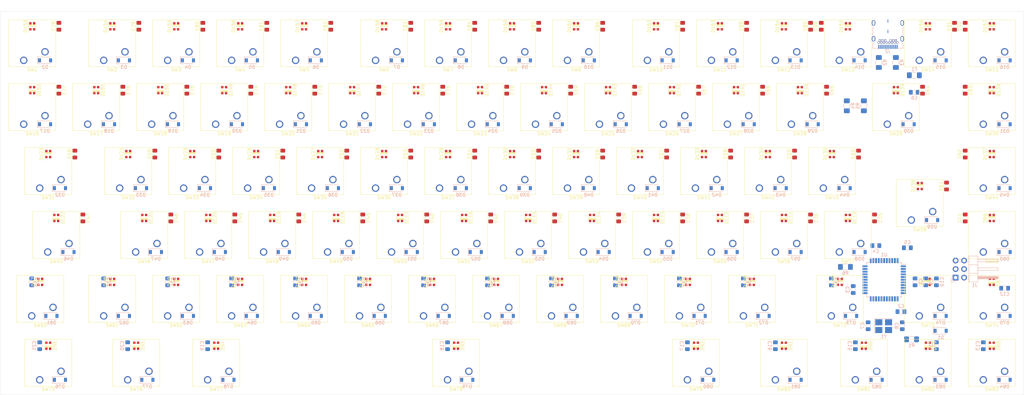
<source format=kicad_pcb>
(kicad_pcb (version 20171130) (host pcbnew 5.1.5+dfsg1-2build2)

  (general
    (thickness 1.6)
    (drawings 4)
    (tracks 0)
    (zones 0)
    (modules 353)
    (nets 215)
  )

  (page A3)
  (layers
    (0 F.Cu signal)
    (31 B.Cu signal)
    (32 B.Adhes user)
    (33 F.Adhes user)
    (34 B.Paste user)
    (35 F.Paste user)
    (36 B.SilkS user)
    (37 F.SilkS user)
    (38 B.Mask user)
    (39 F.Mask user)
    (40 Dwgs.User user)
    (41 Cmts.User user)
    (42 Eco1.User user)
    (43 Eco2.User user)
    (44 Edge.Cuts user)
    (45 Margin user)
    (46 B.CrtYd user)
    (47 F.CrtYd user)
    (48 B.Fab user)
    (49 F.Fab user)
  )

  (setup
    (last_trace_width 0.25)
    (trace_clearance 0.2)
    (zone_clearance 0.508)
    (zone_45_only no)
    (trace_min 0.2)
    (via_size 0.8)
    (via_drill 0.4)
    (via_min_size 0.6)
    (via_min_drill 0.3)
    (uvia_size 0.3)
    (uvia_drill 0.1)
    (uvias_allowed no)
    (uvia_min_size 0.2)
    (uvia_min_drill 0.1)
    (edge_width 0.05)
    (segment_width 0.2)
    (pcb_text_width 0.3)
    (pcb_text_size 1.5 1.5)
    (mod_edge_width 0.12)
    (mod_text_size 1 1)
    (mod_text_width 0.15)
    (pad_size 1.524 1.524)
    (pad_drill 0.762)
    (pad_to_mask_clearance 0.051)
    (solder_mask_min_width 0.25)
    (aux_axis_origin 0 0)
    (visible_elements FFFFF77F)
    (pcbplotparams
      (layerselection 0x010fc_ffffffff)
      (usegerberextensions false)
      (usegerberattributes false)
      (usegerberadvancedattributes false)
      (creategerberjobfile false)
      (excludeedgelayer true)
      (linewidth 0.100000)
      (plotframeref false)
      (viasonmask false)
      (mode 1)
      (useauxorigin false)
      (hpglpennumber 1)
      (hpglpenspeed 20)
      (hpglpendiameter 15.000000)
      (psnegative false)
      (psa4output false)
      (plotreference true)
      (plotvalue true)
      (plotinvisibletext false)
      (padsonsilk false)
      (subtractmaskfromsilk false)
      (outputformat 1)
      (mirror false)
      (drillshape 1)
      (scaleselection 1)
      (outputdirectory ""))
  )

  (net 0 "")
  (net 1 GND)
  (net 2 +5V)
  (net 3 "Net-(C7-Pad1)")
  (net 4 "Net-(C8-Pad2)")
  (net 5 "Net-(C9-Pad1)")
  (net 6 RST)
  (net 7 ROW0)
  (net 8 "Net-(D2-Pad2)")
  (net 9 "Net-(D3-Pad2)")
  (net 10 "Net-(D4-Pad2)")
  (net 11 "Net-(D5-Pad2)")
  (net 12 "Net-(D6-Pad2)")
  (net 13 "Net-(D7-Pad2)")
  (net 14 "Net-(D8-Pad2)")
  (net 15 "Net-(D9-Pad2)")
  (net 16 "Net-(D10-Pad2)")
  (net 17 "Net-(D11-Pad2)")
  (net 18 "Net-(D12-Pad2)")
  (net 19 "Net-(D13-Pad2)")
  (net 20 "Net-(D14-Pad2)")
  (net 21 "Net-(D15-Pad2)")
  (net 22 "Net-(D16-Pad2)")
  (net 23 ROW1)
  (net 24 "Net-(D17-Pad2)")
  (net 25 "Net-(D18-Pad2)")
  (net 26 "Net-(D19-Pad2)")
  (net 27 "Net-(D20-Pad2)")
  (net 28 "Net-(D21-Pad2)")
  (net 29 "Net-(D22-Pad2)")
  (net 30 "Net-(D23-Pad2)")
  (net 31 "Net-(D24-Pad2)")
  (net 32 "Net-(D25-Pad2)")
  (net 33 "Net-(D26-Pad2)")
  (net 34 "Net-(D27-Pad2)")
  (net 35 "Net-(D28-Pad2)")
  (net 36 "Net-(D29-Pad2)")
  (net 37 "Net-(D30-Pad2)")
  (net 38 "Net-(D31-Pad2)")
  (net 39 "Net-(D32-Pad2)")
  (net 40 ROW2)
  (net 41 "Net-(D33-Pad2)")
  (net 42 "Net-(D34-Pad2)")
  (net 43 "Net-(D35-Pad2)")
  (net 44 "Net-(D36-Pad2)")
  (net 45 "Net-(D37-Pad2)")
  (net 46 "Net-(D38-Pad2)")
  (net 47 "Net-(D39-Pad2)")
  (net 48 "Net-(D40-Pad2)")
  (net 49 "Net-(D41-Pad2)")
  (net 50 "Net-(D42-Pad2)")
  (net 51 "Net-(D43-Pad2)")
  (net 52 "Net-(D44-Pad2)")
  (net 53 "Net-(D45-Pad2)")
  (net 54 "Net-(D46-Pad2)")
  (net 55 ROW3)
  (net 56 "Net-(D47-Pad2)")
  (net 57 "Net-(D48-Pad2)")
  (net 58 "Net-(D49-Pad2)")
  (net 59 "Net-(D50-Pad2)")
  (net 60 "Net-(D51-Pad2)")
  (net 61 "Net-(D52-Pad2)")
  (net 62 "Net-(D53-Pad2)")
  (net 63 "Net-(D54-Pad2)")
  (net 64 "Net-(D55-Pad2)")
  (net 65 "Net-(D56-Pad2)")
  (net 66 "Net-(D57-Pad2)")
  (net 67 "Net-(D58-Pad2)")
  (net 68 "Net-(D59-Pad2)")
  (net 69 "Net-(D60-Pad2)")
  (net 70 ROW4)
  (net 71 "Net-(D61-Pad2)")
  (net 72 "Net-(D62-Pad2)")
  (net 73 "Net-(D63-Pad2)")
  (net 74 "Net-(D64-Pad2)")
  (net 75 "Net-(D65-Pad2)")
  (net 76 "Net-(D66-Pad2)")
  (net 77 "Net-(D67-Pad2)")
  (net 78 "Net-(D68-Pad2)")
  (net 79 "Net-(D69-Pad2)")
  (net 80 "Net-(D70-Pad2)")
  (net 81 "Net-(D71-Pad2)")
  (net 82 "Net-(D72-Pad2)")
  (net 83 "Net-(D73-Pad2)")
  (net 84 "Net-(D74-Pad2)")
  (net 85 "Net-(D75-Pad2)")
  (net 86 ROW5)
  (net 87 "Net-(D76-Pad2)")
  (net 88 "Net-(D77-Pad2)")
  (net 89 "Net-(D78-Pad2)")
  (net 90 "Net-(D79-Pad2)")
  (net 91 "Net-(D80-Pad2)")
  (net 92 "Net-(D81-Pad2)")
  (net 93 "Net-(D82-Pad2)")
  (net 94 "Net-(D83-Pad2)")
  (net 95 "Net-(D84-Pad2)")
  (net 96 "Net-(D85-Pad2)")
  (net 97 DIN)
  (net 98 "Net-(D86-Pad2)")
  (net 99 "Net-(D87-Pad2)")
  (net 100 "Net-(D88-Pad2)")
  (net 101 "Net-(D89-Pad2)")
  (net 102 "Net-(D90-Pad2)")
  (net 103 "Net-(D91-Pad2)")
  (net 104 "Net-(D92-Pad2)")
  (net 105 "Net-(D93-Pad2)")
  (net 106 "Net-(D94-Pad2)")
  (net 107 "Net-(D95-Pad2)")
  (net 108 "Net-(D96-Pad2)")
  (net 109 "Net-(D97-Pad2)")
  (net 110 "Net-(D98-Pad2)")
  (net 111 "Net-(D100-Pad4)")
  (net 112 "Net-(D100-Pad2)")
  (net 113 "Net-(D101-Pad2)")
  (net 114 "Net-(D102-Pad2)")
  (net 115 "Net-(D103-Pad2)")
  (net 116 "Net-(D104-Pad2)")
  (net 117 "Net-(D105-Pad2)")
  (net 118 "Net-(D106-Pad2)")
  (net 119 "Net-(D107-Pad2)")
  (net 120 "Net-(D108-Pad2)")
  (net 121 "Net-(D109-Pad2)")
  (net 122 "Net-(D110-Pad2)")
  (net 123 "Net-(D111-Pad2)")
  (net 124 "Net-(D112-Pad2)")
  (net 125 "Net-(D113-Pad2)")
  (net 126 "Net-(D114-Pad2)")
  (net 127 "Net-(D115-Pad2)")
  (net 128 "Net-(D116-Pad2)")
  (net 129 "Net-(D117-Pad2)")
  (net 130 "Net-(D118-Pad2)")
  (net 131 "Net-(D119-Pad2)")
  (net 132 "Net-(D120-Pad2)")
  (net 133 "Net-(D121-Pad2)")
  (net 134 "Net-(D122-Pad2)")
  (net 135 "Net-(D123-Pad2)")
  (net 136 "Net-(D124-Pad2)")
  (net 137 "Net-(D125-Pad2)")
  (net 138 "Net-(D126-Pad2)")
  (net 139 "Net-(D127-Pad2)")
  (net 140 "Net-(D128-Pad2)")
  (net 141 "Net-(D129-Pad2)")
  (net 142 "Net-(D130-Pad2)")
  (net 143 "Net-(D131-Pad2)")
  (net 144 "Net-(D132-Pad2)")
  (net 145 "Net-(D133-Pad2)")
  (net 146 "Net-(D134-Pad2)")
  (net 147 "Net-(D135-Pad2)")
  (net 148 "Net-(D136-Pad2)")
  (net 149 "Net-(D137-Pad2)")
  (net 150 "Net-(D138-Pad2)")
  (net 151 "Net-(D139-Pad2)")
  (net 152 "Net-(D140-Pad2)")
  (net 153 "Net-(D141-Pad2)")
  (net 154 "Net-(D142-Pad2)")
  (net 155 "Net-(D143-Pad2)")
  (net 156 "Net-(D144-Pad2)")
  (net 157 "Net-(D145-Pad2)")
  (net 158 "Net-(D146-Pad2)")
  (net 159 "Net-(D147-Pad2)")
  (net 160 "Net-(D148-Pad2)")
  (net 161 "Net-(D149-Pad2)")
  (net 162 "Net-(D150-Pad2)")
  (net 163 "Net-(D151-Pad2)")
  (net 164 "Net-(D152-Pad2)")
  (net 165 "Net-(D153-Pad2)")
  (net 166 "Net-(D154-Pad2)")
  (net 167 "Net-(D155-Pad2)")
  (net 168 "Net-(D156-Pad2)")
  (net 169 "Net-(D157-Pad2)")
  (net 170 "Net-(D158-Pad2)")
  (net 171 "Net-(D159-Pad2)")
  (net 172 "Net-(D160-Pad2)")
  (net 173 "Net-(D161-Pad2)")
  (net 174 "Net-(D162-Pad2)")
  (net 175 "Net-(D163-Pad2)")
  (net 176 "Net-(D164-Pad2)")
  (net 177 "Net-(D165-Pad2)")
  (net 178 "Net-(D166-Pad2)")
  (net 179 "Net-(D167-Pad2)")
  (net 180 "Net-(F1-Pad2)")
  (net 181 COL02)
  (net 182 COL00)
  (net 183 COL01)
  (net 184 "Net-(J2-PadA11)")
  (net 185 "Net-(J2-PadA10)")
  (net 186 "Net-(J2-PadA8)")
  (net 187 D-)
  (net 188 D+)
  (net 189 "Net-(J2-PadA5)")
  (net 190 "Net-(J2-PadA3)")
  (net 191 "Net-(J2-PadA2)")
  (net 192 "Net-(J2-PadB10)")
  (net 193 "Net-(J2-PadB3)")
  (net 194 "Net-(J2-PadB8)")
  (net 195 "Net-(J2-PadB5)")
  (net 196 "Net-(J2-PadB2)")
  (net 197 "Net-(J2-PadB11)")
  (net 198 "Net-(R6-Pad2)")
  (net 199 COL03)
  (net 200 COL04)
  (net 201 COL06)
  (net 202 COL07)
  (net 203 COL08)
  (net 204 COL09)
  (net 205 COL10)
  (net 206 COL11)
  (net 207 COL12)
  (net 208 COL13)
  (net 209 COL14)
  (net 210 COL15)
  (net 211 COL05)
  (net 212 "Net-(U1-Pad1)")
  (net 213 "Net-(U1-Pad8)")
  (net 214 "Net-(U1-Pad42)")

  (net_class Default "Dies ist die voreingestellte Netzklasse."
    (clearance 0.2)
    (trace_width 0.25)
    (via_dia 0.8)
    (via_drill 0.4)
    (uvia_dia 0.3)
    (uvia_drill 0.1)
    (add_net +5V)
    (add_net COL00)
    (add_net COL01)
    (add_net COL02)
    (add_net COL03)
    (add_net COL04)
    (add_net COL05)
    (add_net COL06)
    (add_net COL07)
    (add_net COL08)
    (add_net COL09)
    (add_net COL10)
    (add_net COL11)
    (add_net COL12)
    (add_net COL13)
    (add_net COL14)
    (add_net COL15)
    (add_net D+)
    (add_net D-)
    (add_net DIN)
    (add_net GND)
    (add_net "Net-(C7-Pad1)")
    (add_net "Net-(C8-Pad2)")
    (add_net "Net-(C9-Pad1)")
    (add_net "Net-(D10-Pad2)")
    (add_net "Net-(D100-Pad2)")
    (add_net "Net-(D100-Pad4)")
    (add_net "Net-(D101-Pad2)")
    (add_net "Net-(D102-Pad2)")
    (add_net "Net-(D103-Pad2)")
    (add_net "Net-(D104-Pad2)")
    (add_net "Net-(D105-Pad2)")
    (add_net "Net-(D106-Pad2)")
    (add_net "Net-(D107-Pad2)")
    (add_net "Net-(D108-Pad2)")
    (add_net "Net-(D109-Pad2)")
    (add_net "Net-(D11-Pad2)")
    (add_net "Net-(D110-Pad2)")
    (add_net "Net-(D111-Pad2)")
    (add_net "Net-(D112-Pad2)")
    (add_net "Net-(D113-Pad2)")
    (add_net "Net-(D114-Pad2)")
    (add_net "Net-(D115-Pad2)")
    (add_net "Net-(D116-Pad2)")
    (add_net "Net-(D117-Pad2)")
    (add_net "Net-(D118-Pad2)")
    (add_net "Net-(D119-Pad2)")
    (add_net "Net-(D12-Pad2)")
    (add_net "Net-(D120-Pad2)")
    (add_net "Net-(D121-Pad2)")
    (add_net "Net-(D122-Pad2)")
    (add_net "Net-(D123-Pad2)")
    (add_net "Net-(D124-Pad2)")
    (add_net "Net-(D125-Pad2)")
    (add_net "Net-(D126-Pad2)")
    (add_net "Net-(D127-Pad2)")
    (add_net "Net-(D128-Pad2)")
    (add_net "Net-(D129-Pad2)")
    (add_net "Net-(D13-Pad2)")
    (add_net "Net-(D130-Pad2)")
    (add_net "Net-(D131-Pad2)")
    (add_net "Net-(D132-Pad2)")
    (add_net "Net-(D133-Pad2)")
    (add_net "Net-(D134-Pad2)")
    (add_net "Net-(D135-Pad2)")
    (add_net "Net-(D136-Pad2)")
    (add_net "Net-(D137-Pad2)")
    (add_net "Net-(D138-Pad2)")
    (add_net "Net-(D139-Pad2)")
    (add_net "Net-(D14-Pad2)")
    (add_net "Net-(D140-Pad2)")
    (add_net "Net-(D141-Pad2)")
    (add_net "Net-(D142-Pad2)")
    (add_net "Net-(D143-Pad2)")
    (add_net "Net-(D144-Pad2)")
    (add_net "Net-(D145-Pad2)")
    (add_net "Net-(D146-Pad2)")
    (add_net "Net-(D147-Pad2)")
    (add_net "Net-(D148-Pad2)")
    (add_net "Net-(D149-Pad2)")
    (add_net "Net-(D15-Pad2)")
    (add_net "Net-(D150-Pad2)")
    (add_net "Net-(D151-Pad2)")
    (add_net "Net-(D152-Pad2)")
    (add_net "Net-(D153-Pad2)")
    (add_net "Net-(D154-Pad2)")
    (add_net "Net-(D155-Pad2)")
    (add_net "Net-(D156-Pad2)")
    (add_net "Net-(D157-Pad2)")
    (add_net "Net-(D158-Pad2)")
    (add_net "Net-(D159-Pad2)")
    (add_net "Net-(D16-Pad2)")
    (add_net "Net-(D160-Pad2)")
    (add_net "Net-(D161-Pad2)")
    (add_net "Net-(D162-Pad2)")
    (add_net "Net-(D163-Pad2)")
    (add_net "Net-(D164-Pad2)")
    (add_net "Net-(D165-Pad2)")
    (add_net "Net-(D166-Pad2)")
    (add_net "Net-(D167-Pad2)")
    (add_net "Net-(D17-Pad2)")
    (add_net "Net-(D18-Pad2)")
    (add_net "Net-(D19-Pad2)")
    (add_net "Net-(D2-Pad2)")
    (add_net "Net-(D20-Pad2)")
    (add_net "Net-(D21-Pad2)")
    (add_net "Net-(D22-Pad2)")
    (add_net "Net-(D23-Pad2)")
    (add_net "Net-(D24-Pad2)")
    (add_net "Net-(D25-Pad2)")
    (add_net "Net-(D26-Pad2)")
    (add_net "Net-(D27-Pad2)")
    (add_net "Net-(D28-Pad2)")
    (add_net "Net-(D29-Pad2)")
    (add_net "Net-(D3-Pad2)")
    (add_net "Net-(D30-Pad2)")
    (add_net "Net-(D31-Pad2)")
    (add_net "Net-(D32-Pad2)")
    (add_net "Net-(D33-Pad2)")
    (add_net "Net-(D34-Pad2)")
    (add_net "Net-(D35-Pad2)")
    (add_net "Net-(D36-Pad2)")
    (add_net "Net-(D37-Pad2)")
    (add_net "Net-(D38-Pad2)")
    (add_net "Net-(D39-Pad2)")
    (add_net "Net-(D4-Pad2)")
    (add_net "Net-(D40-Pad2)")
    (add_net "Net-(D41-Pad2)")
    (add_net "Net-(D42-Pad2)")
    (add_net "Net-(D43-Pad2)")
    (add_net "Net-(D44-Pad2)")
    (add_net "Net-(D45-Pad2)")
    (add_net "Net-(D46-Pad2)")
    (add_net "Net-(D47-Pad2)")
    (add_net "Net-(D48-Pad2)")
    (add_net "Net-(D49-Pad2)")
    (add_net "Net-(D5-Pad2)")
    (add_net "Net-(D50-Pad2)")
    (add_net "Net-(D51-Pad2)")
    (add_net "Net-(D52-Pad2)")
    (add_net "Net-(D53-Pad2)")
    (add_net "Net-(D54-Pad2)")
    (add_net "Net-(D55-Pad2)")
    (add_net "Net-(D56-Pad2)")
    (add_net "Net-(D57-Pad2)")
    (add_net "Net-(D58-Pad2)")
    (add_net "Net-(D59-Pad2)")
    (add_net "Net-(D6-Pad2)")
    (add_net "Net-(D60-Pad2)")
    (add_net "Net-(D61-Pad2)")
    (add_net "Net-(D62-Pad2)")
    (add_net "Net-(D63-Pad2)")
    (add_net "Net-(D64-Pad2)")
    (add_net "Net-(D65-Pad2)")
    (add_net "Net-(D66-Pad2)")
    (add_net "Net-(D67-Pad2)")
    (add_net "Net-(D68-Pad2)")
    (add_net "Net-(D69-Pad2)")
    (add_net "Net-(D7-Pad2)")
    (add_net "Net-(D70-Pad2)")
    (add_net "Net-(D71-Pad2)")
    (add_net "Net-(D72-Pad2)")
    (add_net "Net-(D73-Pad2)")
    (add_net "Net-(D74-Pad2)")
    (add_net "Net-(D75-Pad2)")
    (add_net "Net-(D76-Pad2)")
    (add_net "Net-(D77-Pad2)")
    (add_net "Net-(D78-Pad2)")
    (add_net "Net-(D79-Pad2)")
    (add_net "Net-(D8-Pad2)")
    (add_net "Net-(D80-Pad2)")
    (add_net "Net-(D81-Pad2)")
    (add_net "Net-(D82-Pad2)")
    (add_net "Net-(D83-Pad2)")
    (add_net "Net-(D84-Pad2)")
    (add_net "Net-(D85-Pad2)")
    (add_net "Net-(D86-Pad2)")
    (add_net "Net-(D87-Pad2)")
    (add_net "Net-(D88-Pad2)")
    (add_net "Net-(D89-Pad2)")
    (add_net "Net-(D9-Pad2)")
    (add_net "Net-(D90-Pad2)")
    (add_net "Net-(D91-Pad2)")
    (add_net "Net-(D92-Pad2)")
    (add_net "Net-(D93-Pad2)")
    (add_net "Net-(D94-Pad2)")
    (add_net "Net-(D95-Pad2)")
    (add_net "Net-(D96-Pad2)")
    (add_net "Net-(D97-Pad2)")
    (add_net "Net-(D98-Pad2)")
    (add_net "Net-(F1-Pad2)")
    (add_net "Net-(J2-PadA10)")
    (add_net "Net-(J2-PadA11)")
    (add_net "Net-(J2-PadA2)")
    (add_net "Net-(J2-PadA3)")
    (add_net "Net-(J2-PadA5)")
    (add_net "Net-(J2-PadA8)")
    (add_net "Net-(J2-PadB10)")
    (add_net "Net-(J2-PadB11)")
    (add_net "Net-(J2-PadB2)")
    (add_net "Net-(J2-PadB3)")
    (add_net "Net-(J2-PadB5)")
    (add_net "Net-(J2-PadB8)")
    (add_net "Net-(R6-Pad2)")
    (add_net "Net-(U1-Pad1)")
    (add_net "Net-(U1-Pad42)")
    (add_net "Net-(U1-Pad8)")
    (add_net ROW0)
    (add_net ROW1)
    (add_net ROW2)
    (add_net ROW3)
    (add_net ROW4)
    (add_net ROW5)
    (add_net RST)
  )

  (module kezboard-pcb:LED_WS2812_2020 (layer F.Cu) (tedit 5F1C4B34) (tstamp 5F1B709E)
    (at 314.325 118.745 90)
    (descr https://www.peace-corp.co.jp/data/WS2812-2020_V1.0_EN.pdf)
    (path /5F949B9C/5F9E7A8D)
    (fp_text reference D85 (at 0 -2 90) (layer F.SilkS)
      (effects (font (size 1 1) (thickness 0.15)))
    )
    (fp_text value WS2812B (at 0 2 90) (layer F.Fab)
      (effects (font (size 1 1) (thickness 0.15)))
    )
    (fp_poly (pts (xy 0.45 0.9) (xy 0.05 0.9) (xy 0.05 -0.9) (xy 0.45 -0.9)) (layer F.SilkS) (width 0.1))
    (fp_line (start 1.1 1.11) (end -1.1 1.11) (layer F.SilkS) (width 0.12))
    (fp_line (start -1.1 -1.11) (end 1.1 -1.11) (layer F.SilkS) (width 0.12))
    (fp_text user %R (at 0 0 90) (layer F.Fab)
      (effects (font (size 0.5 0.5) (thickness 0.1)))
    )
    (fp_line (start -1.1 1) (end -1.1 -1) (layer F.Fab) (width 0.1))
    (fp_line (start 1.1 1) (end -1.1 1) (layer F.Fab) (width 0.1))
    (fp_line (start 1.1 -1) (end 1.1 1) (layer F.Fab) (width 0.1))
    (fp_line (start -1.1 -1) (end 1.1 -1) (layer F.Fab) (width 0.1))
    (pad 1 smd rect (at -0.9015 0.55 90) (size 0.7 0.7) (layers F.Cu F.Paste F.Mask)
      (net 2 +5V))
    (pad 4 smd rect (at -0.9015 -0.55 90) (size 0.7 0.7) (layers F.Cu F.Paste F.Mask)
      (net 97 DIN))
    (pad 3 smd rect (at 0.9015 -0.55 90) (size 0.7 0.7) (layers F.Cu F.Paste F.Mask)
      (net 1 GND))
    (pad 2 smd rect (at 0.9015 0.55 90) (size 0.7 0.7) (layers F.Cu F.Paste F.Mask)
      (net 96 "Net-(D85-Pad2)"))
  )

  (module kezboard-pcb:LED_WS2812_2020 (layer F.Cu) (tedit 5F1C4B34) (tstamp 5F15F975)
    (at 333.375 99.695 90)
    (descr https://www.peace-corp.co.jp/data/WS2812-2020_V1.0_EN.pdf)
    (path /5F949B9C/5FD3F1F5)
    (fp_text reference D86 (at 0 -2 90) (layer F.SilkS)
      (effects (font (size 1 1) (thickness 0.15)))
    )
    (fp_text value WS2812B (at 0 2 90) (layer F.Fab)
      (effects (font (size 1 1) (thickness 0.15)))
    )
    (fp_poly (pts (xy 0.45 0.9) (xy 0.05 0.9) (xy 0.05 -0.9) (xy 0.45 -0.9)) (layer F.SilkS) (width 0.1))
    (fp_line (start 1.1 1.11) (end -1.1 1.11) (layer F.SilkS) (width 0.12))
    (fp_line (start -1.1 -1.11) (end 1.1 -1.11) (layer F.SilkS) (width 0.12))
    (fp_text user %R (at 0 0 90) (layer F.Fab)
      (effects (font (size 0.5 0.5) (thickness 0.1)))
    )
    (fp_line (start -1.1 1) (end -1.1 -1) (layer F.Fab) (width 0.1))
    (fp_line (start 1.1 1) (end -1.1 1) (layer F.Fab) (width 0.1))
    (fp_line (start 1.1 -1) (end 1.1 1) (layer F.Fab) (width 0.1))
    (fp_line (start -1.1 -1) (end 1.1 -1) (layer F.Fab) (width 0.1))
    (pad 1 smd rect (at -0.9015 0.55 90) (size 0.7 0.7) (layers F.Cu F.Paste F.Mask)
      (net 2 +5V))
    (pad 4 smd rect (at -0.9015 -0.55 90) (size 0.7 0.7) (layers F.Cu F.Paste F.Mask)
      (net 96 "Net-(D85-Pad2)"))
    (pad 3 smd rect (at 0.9015 -0.55 90) (size 0.7 0.7) (layers F.Cu F.Paste F.Mask)
      (net 1 GND))
    (pad 2 smd rect (at 0.9015 0.55 90) (size 0.7 0.7) (layers F.Cu F.Paste F.Mask)
      (net 98 "Net-(D86-Pad2)"))
  )

  (module kezboard-pcb:LED_WS2812_2020 (layer F.Cu) (tedit 5F1C4B34) (tstamp 5F1B738A)
    (at 333.375 118.745 270)
    (descr https://www.peace-corp.co.jp/data/WS2812-2020_V1.0_EN.pdf)
    (path /5F949B9C/5FD40FA8)
    (fp_text reference D87 (at 0 -2 90) (layer F.SilkS)
      (effects (font (size 1 1) (thickness 0.15)))
    )
    (fp_text value WS2812B (at 0 2 90) (layer F.Fab)
      (effects (font (size 1 1) (thickness 0.15)))
    )
    (fp_poly (pts (xy 0.45 0.9) (xy 0.05 0.9) (xy 0.05 -0.9) (xy 0.45 -0.9)) (layer F.SilkS) (width 0.1))
    (fp_line (start 1.1 1.11) (end -1.1 1.11) (layer F.SilkS) (width 0.12))
    (fp_line (start -1.1 -1.11) (end 1.1 -1.11) (layer F.SilkS) (width 0.12))
    (fp_text user %R (at 0 0 90) (layer F.Fab)
      (effects (font (size 0.5 0.5) (thickness 0.1)))
    )
    (fp_line (start -1.1 1) (end -1.1 -1) (layer F.Fab) (width 0.1))
    (fp_line (start 1.1 1) (end -1.1 1) (layer F.Fab) (width 0.1))
    (fp_line (start 1.1 -1) (end 1.1 1) (layer F.Fab) (width 0.1))
    (fp_line (start -1.1 -1) (end 1.1 -1) (layer F.Fab) (width 0.1))
    (pad 1 smd rect (at -0.9015 0.55 270) (size 0.7 0.7) (layers F.Cu F.Paste F.Mask)
      (net 2 +5V))
    (pad 4 smd rect (at -0.9015 -0.55 270) (size 0.7 0.7) (layers F.Cu F.Paste F.Mask)
      (net 98 "Net-(D86-Pad2)"))
    (pad 3 smd rect (at 0.9015 -0.55 270) (size 0.7 0.7) (layers F.Cu F.Paste F.Mask)
      (net 1 GND))
    (pad 2 smd rect (at 0.9015 0.55 270) (size 0.7 0.7) (layers F.Cu F.Paste F.Mask)
      (net 99 "Net-(D87-Pad2)"))
  )

  (module kezboard-pcb:LED_WS2812_2020 (layer F.Cu) (tedit 5F1C4B34) (tstamp 5F15F993)
    (at 333.375 137.795 270)
    (descr https://www.peace-corp.co.jp/data/WS2812-2020_V1.0_EN.pdf)
    (path /5F949B9C/5FD423CF)
    (fp_text reference D88 (at 0 -2 90) (layer F.SilkS)
      (effects (font (size 1 1) (thickness 0.15)))
    )
    (fp_text value WS2812B (at 0 2 90) (layer F.Fab)
      (effects (font (size 1 1) (thickness 0.15)))
    )
    (fp_poly (pts (xy 0.45 0.9) (xy 0.05 0.9) (xy 0.05 -0.9) (xy 0.45 -0.9)) (layer F.SilkS) (width 0.1))
    (fp_line (start 1.1 1.11) (end -1.1 1.11) (layer F.SilkS) (width 0.12))
    (fp_line (start -1.1 -1.11) (end 1.1 -1.11) (layer F.SilkS) (width 0.12))
    (fp_text user %R (at 0 0 90) (layer F.Fab)
      (effects (font (size 0.5 0.5) (thickness 0.1)))
    )
    (fp_line (start -1.1 1) (end -1.1 -1) (layer F.Fab) (width 0.1))
    (fp_line (start 1.1 1) (end -1.1 1) (layer F.Fab) (width 0.1))
    (fp_line (start 1.1 -1) (end 1.1 1) (layer F.Fab) (width 0.1))
    (fp_line (start -1.1 -1) (end 1.1 -1) (layer F.Fab) (width 0.1))
    (pad 1 smd rect (at -0.9015 0.55 270) (size 0.7 0.7) (layers F.Cu F.Paste F.Mask)
      (net 2 +5V))
    (pad 4 smd rect (at -0.9015 -0.55 270) (size 0.7 0.7) (layers F.Cu F.Paste F.Mask)
      (net 99 "Net-(D87-Pad2)"))
    (pad 3 smd rect (at 0.9015 -0.55 270) (size 0.7 0.7) (layers F.Cu F.Paste F.Mask)
      (net 1 GND))
    (pad 2 smd rect (at 0.9015 0.55 270) (size 0.7 0.7) (layers F.Cu F.Paste F.Mask)
      (net 100 "Net-(D88-Pad2)"))
  )

  (module kezboard-pcb:LED_WS2812_2020 (layer F.Cu) (tedit 5F1C4B34) (tstamp 5F15F9A2)
    (at 314.325 137.795 270)
    (descr https://www.peace-corp.co.jp/data/WS2812-2020_V1.0_EN.pdf)
    (path /5F949B9C/5FD43994)
    (fp_text reference D89 (at 0 -2 90) (layer F.SilkS)
      (effects (font (size 1 1) (thickness 0.15)))
    )
    (fp_text value WS2812B (at 0 2 90) (layer F.Fab)
      (effects (font (size 1 1) (thickness 0.15)))
    )
    (fp_poly (pts (xy 0.45 0.9) (xy 0.05 0.9) (xy 0.05 -0.9) (xy 0.45 -0.9)) (layer F.SilkS) (width 0.1))
    (fp_line (start 1.1 1.11) (end -1.1 1.11) (layer F.SilkS) (width 0.12))
    (fp_line (start -1.1 -1.11) (end 1.1 -1.11) (layer F.SilkS) (width 0.12))
    (fp_text user %R (at 0 0 90) (layer F.Fab)
      (effects (font (size 0.5 0.5) (thickness 0.1)))
    )
    (fp_line (start -1.1 1) (end -1.1 -1) (layer F.Fab) (width 0.1))
    (fp_line (start 1.1 1) (end -1.1 1) (layer F.Fab) (width 0.1))
    (fp_line (start 1.1 -1) (end 1.1 1) (layer F.Fab) (width 0.1))
    (fp_line (start -1.1 -1) (end 1.1 -1) (layer F.Fab) (width 0.1))
    (pad 1 smd rect (at -0.9015 0.55 270) (size 0.7 0.7) (layers F.Cu F.Paste F.Mask)
      (net 2 +5V))
    (pad 4 smd rect (at -0.9015 -0.55 270) (size 0.7 0.7) (layers F.Cu F.Paste F.Mask)
      (net 100 "Net-(D88-Pad2)"))
    (pad 3 smd rect (at 0.9015 -0.55 270) (size 0.7 0.7) (layers F.Cu F.Paste F.Mask)
      (net 1 GND))
    (pad 2 smd rect (at 0.9015 0.55 270) (size 0.7 0.7) (layers F.Cu F.Paste F.Mask)
      (net 101 "Net-(D89-Pad2)"))
  )

  (module kezboard-pcb:LED_WS2812_2020 (layer F.Cu) (tedit 5F1C4B34) (tstamp 5F15F9B1)
    (at 295.275 137.795 270)
    (descr https://www.peace-corp.co.jp/data/WS2812-2020_V1.0_EN.pdf)
    (path /5F949B9C/5F62CAD6)
    (fp_text reference D90 (at 0 -2 90) (layer F.SilkS)
      (effects (font (size 1 1) (thickness 0.15)))
    )
    (fp_text value WS2812B (at 0 2 90) (layer F.Fab)
      (effects (font (size 1 1) (thickness 0.15)))
    )
    (fp_poly (pts (xy 0.45 0.9) (xy 0.05 0.9) (xy 0.05 -0.9) (xy 0.45 -0.9)) (layer F.SilkS) (width 0.1))
    (fp_line (start 1.1 1.11) (end -1.1 1.11) (layer F.SilkS) (width 0.12))
    (fp_line (start -1.1 -1.11) (end 1.1 -1.11) (layer F.SilkS) (width 0.12))
    (fp_text user %R (at 0 0 90) (layer F.Fab)
      (effects (font (size 0.5 0.5) (thickness 0.1)))
    )
    (fp_line (start -1.1 1) (end -1.1 -1) (layer F.Fab) (width 0.1))
    (fp_line (start 1.1 1) (end -1.1 1) (layer F.Fab) (width 0.1))
    (fp_line (start 1.1 -1) (end 1.1 1) (layer F.Fab) (width 0.1))
    (fp_line (start -1.1 -1) (end 1.1 -1) (layer F.Fab) (width 0.1))
    (pad 1 smd rect (at -0.9015 0.55 270) (size 0.7 0.7) (layers F.Cu F.Paste F.Mask)
      (net 2 +5V))
    (pad 4 smd rect (at -0.9015 -0.55 270) (size 0.7 0.7) (layers F.Cu F.Paste F.Mask)
      (net 101 "Net-(D89-Pad2)"))
    (pad 3 smd rect (at 0.9015 -0.55 270) (size 0.7 0.7) (layers F.Cu F.Paste F.Mask)
      (net 1 GND))
    (pad 2 smd rect (at 0.9015 0.55 270) (size 0.7 0.7) (layers F.Cu F.Paste F.Mask)
      (net 102 "Net-(D90-Pad2)"))
  )

  (module kezboard-pcb:LED_WS2812_2020 (layer F.Cu) (tedit 5F1C4B34) (tstamp 5F15F9C0)
    (at 271.4625 137.795 270)
    (descr https://www.peace-corp.co.jp/data/WS2812-2020_V1.0_EN.pdf)
    (path /5F949B9C/5F62CAF9)
    (fp_text reference D91 (at 0 -2 90) (layer F.SilkS)
      (effects (font (size 1 1) (thickness 0.15)))
    )
    (fp_text value WS2812B (at 0 2 90) (layer F.Fab)
      (effects (font (size 1 1) (thickness 0.15)))
    )
    (fp_poly (pts (xy 0.45 0.9) (xy 0.05 0.9) (xy 0.05 -0.9) (xy 0.45 -0.9)) (layer F.SilkS) (width 0.1))
    (fp_line (start 1.1 1.11) (end -1.1 1.11) (layer F.SilkS) (width 0.12))
    (fp_line (start -1.1 -1.11) (end 1.1 -1.11) (layer F.SilkS) (width 0.12))
    (fp_text user %R (at 0 0 90) (layer F.Fab)
      (effects (font (size 0.5 0.5) (thickness 0.1)))
    )
    (fp_line (start -1.1 1) (end -1.1 -1) (layer F.Fab) (width 0.1))
    (fp_line (start 1.1 1) (end -1.1 1) (layer F.Fab) (width 0.1))
    (fp_line (start 1.1 -1) (end 1.1 1) (layer F.Fab) (width 0.1))
    (fp_line (start -1.1 -1) (end 1.1 -1) (layer F.Fab) (width 0.1))
    (pad 1 smd rect (at -0.9015 0.55 270) (size 0.7 0.7) (layers F.Cu F.Paste F.Mask)
      (net 2 +5V))
    (pad 4 smd rect (at -0.9015 -0.55 270) (size 0.7 0.7) (layers F.Cu F.Paste F.Mask)
      (net 102 "Net-(D90-Pad2)"))
    (pad 3 smd rect (at 0.9015 -0.55 270) (size 0.7 0.7) (layers F.Cu F.Paste F.Mask)
      (net 1 GND))
    (pad 2 smd rect (at 0.9015 0.55 270) (size 0.7 0.7) (layers F.Cu F.Paste F.Mask)
      (net 103 "Net-(D91-Pad2)"))
  )

  (module kezboard-pcb:LED_WS2812_2020 (layer F.Cu) (tedit 5F1C4B34) (tstamp 5F15F9CF)
    (at 245.26875 137.795 270)
    (descr https://www.peace-corp.co.jp/data/WS2812-2020_V1.0_EN.pdf)
    (path /5F949B9C/5F62CB1C)
    (fp_text reference D92 (at 0 -2 90) (layer F.SilkS)
      (effects (font (size 1 1) (thickness 0.15)))
    )
    (fp_text value WS2812B (at 0 2 90) (layer F.Fab)
      (effects (font (size 1 1) (thickness 0.15)))
    )
    (fp_poly (pts (xy 0.45 0.9) (xy 0.05 0.9) (xy 0.05 -0.9) (xy 0.45 -0.9)) (layer F.SilkS) (width 0.1))
    (fp_line (start 1.1 1.11) (end -1.1 1.11) (layer F.SilkS) (width 0.12))
    (fp_line (start -1.1 -1.11) (end 1.1 -1.11) (layer F.SilkS) (width 0.12))
    (fp_text user %R (at 0 0 90) (layer F.Fab)
      (effects (font (size 0.5 0.5) (thickness 0.1)))
    )
    (fp_line (start -1.1 1) (end -1.1 -1) (layer F.Fab) (width 0.1))
    (fp_line (start 1.1 1) (end -1.1 1) (layer F.Fab) (width 0.1))
    (fp_line (start 1.1 -1) (end 1.1 1) (layer F.Fab) (width 0.1))
    (fp_line (start -1.1 -1) (end 1.1 -1) (layer F.Fab) (width 0.1))
    (pad 1 smd rect (at -0.9015 0.55 270) (size 0.7 0.7) (layers F.Cu F.Paste F.Mask)
      (net 2 +5V))
    (pad 4 smd rect (at -0.9015 -0.55 270) (size 0.7 0.7) (layers F.Cu F.Paste F.Mask)
      (net 103 "Net-(D91-Pad2)"))
    (pad 3 smd rect (at 0.9015 -0.55 270) (size 0.7 0.7) (layers F.Cu F.Paste F.Mask)
      (net 1 GND))
    (pad 2 smd rect (at 0.9015 0.55 270) (size 0.7 0.7) (layers F.Cu F.Paste F.Mask)
      (net 104 "Net-(D92-Pad2)"))
  )

  (module kezboard-pcb:LED_WS2812_2020 (layer F.Cu) (tedit 5F1C4B34) (tstamp 5F15F9DE)
    (at 173.83125 137.795 270)
    (descr https://www.peace-corp.co.jp/data/WS2812-2020_V1.0_EN.pdf)
    (path /5F949B9C/5F62CB3F)
    (fp_text reference D93 (at 0 -2 90) (layer F.SilkS)
      (effects (font (size 1 1) (thickness 0.15)))
    )
    (fp_text value WS2812B (at 0 2 90) (layer F.Fab)
      (effects (font (size 1 1) (thickness 0.15)))
    )
    (fp_poly (pts (xy 0.45 0.9) (xy 0.05 0.9) (xy 0.05 -0.9) (xy 0.45 -0.9)) (layer F.SilkS) (width 0.1))
    (fp_line (start 1.1 1.11) (end -1.1 1.11) (layer F.SilkS) (width 0.12))
    (fp_line (start -1.1 -1.11) (end 1.1 -1.11) (layer F.SilkS) (width 0.12))
    (fp_text user %R (at 0 0 90) (layer F.Fab)
      (effects (font (size 0.5 0.5) (thickness 0.1)))
    )
    (fp_line (start -1.1 1) (end -1.1 -1) (layer F.Fab) (width 0.1))
    (fp_line (start 1.1 1) (end -1.1 1) (layer F.Fab) (width 0.1))
    (fp_line (start 1.1 -1) (end 1.1 1) (layer F.Fab) (width 0.1))
    (fp_line (start -1.1 -1) (end 1.1 -1) (layer F.Fab) (width 0.1))
    (pad 1 smd rect (at -0.9015 0.55 270) (size 0.7 0.7) (layers F.Cu F.Paste F.Mask)
      (net 2 +5V))
    (pad 4 smd rect (at -0.9015 -0.55 270) (size 0.7 0.7) (layers F.Cu F.Paste F.Mask)
      (net 104 "Net-(D92-Pad2)"))
    (pad 3 smd rect (at 0.9015 -0.55 270) (size 0.7 0.7) (layers F.Cu F.Paste F.Mask)
      (net 1 GND))
    (pad 2 smd rect (at 0.9015 0.55 270) (size 0.7 0.7) (layers F.Cu F.Paste F.Mask)
      (net 105 "Net-(D93-Pad2)"))
  )

  (module kezboard-pcb:LED_WS2812_2020 (layer F.Cu) (tedit 5F1C4B34) (tstamp 5F15F9ED)
    (at 102.39375 137.795 270)
    (descr https://www.peace-corp.co.jp/data/WS2812-2020_V1.0_EN.pdf)
    (path /5F949B9C/5F62CB61)
    (fp_text reference D94 (at 0 -2 90) (layer F.SilkS)
      (effects (font (size 1 1) (thickness 0.15)))
    )
    (fp_text value WS2812B (at 0 2 90) (layer F.Fab)
      (effects (font (size 1 1) (thickness 0.15)))
    )
    (fp_poly (pts (xy 0.45 0.9) (xy 0.05 0.9) (xy 0.05 -0.9) (xy 0.45 -0.9)) (layer F.SilkS) (width 0.1))
    (fp_line (start 1.1 1.11) (end -1.1 1.11) (layer F.SilkS) (width 0.12))
    (fp_line (start -1.1 -1.11) (end 1.1 -1.11) (layer F.SilkS) (width 0.12))
    (fp_text user %R (at 0 0 90) (layer F.Fab)
      (effects (font (size 0.5 0.5) (thickness 0.1)))
    )
    (fp_line (start -1.1 1) (end -1.1 -1) (layer F.Fab) (width 0.1))
    (fp_line (start 1.1 1) (end -1.1 1) (layer F.Fab) (width 0.1))
    (fp_line (start 1.1 -1) (end 1.1 1) (layer F.Fab) (width 0.1))
    (fp_line (start -1.1 -1) (end 1.1 -1) (layer F.Fab) (width 0.1))
    (pad 1 smd rect (at -0.9015 0.55 270) (size 0.7 0.7) (layers F.Cu F.Paste F.Mask)
      (net 2 +5V))
    (pad 4 smd rect (at -0.9015 -0.55 270) (size 0.7 0.7) (layers F.Cu F.Paste F.Mask)
      (net 105 "Net-(D93-Pad2)"))
    (pad 3 smd rect (at 0.9015 -0.55 270) (size 0.7 0.7) (layers F.Cu F.Paste F.Mask)
      (net 1 GND))
    (pad 2 smd rect (at 0.9015 0.55 270) (size 0.7 0.7) (layers F.Cu F.Paste F.Mask)
      (net 106 "Net-(D94-Pad2)"))
  )

  (module kezboard-pcb:LED_WS2812_2020 (layer F.Cu) (tedit 5F1C4B34) (tstamp 5F15F9FC)
    (at 78.58125 137.795 270)
    (descr https://www.peace-corp.co.jp/data/WS2812-2020_V1.0_EN.pdf)
    (path /5F949B9C/5F6A6266)
    (fp_text reference D95 (at 0 -2 90) (layer F.SilkS)
      (effects (font (size 1 1) (thickness 0.15)))
    )
    (fp_text value WS2812B (at 0 2 90) (layer F.Fab)
      (effects (font (size 1 1) (thickness 0.15)))
    )
    (fp_poly (pts (xy 0.45 0.9) (xy 0.05 0.9) (xy 0.05 -0.9) (xy 0.45 -0.9)) (layer F.SilkS) (width 0.1))
    (fp_line (start 1.1 1.11) (end -1.1 1.11) (layer F.SilkS) (width 0.12))
    (fp_line (start -1.1 -1.11) (end 1.1 -1.11) (layer F.SilkS) (width 0.12))
    (fp_text user %R (at 0 0 90) (layer F.Fab)
      (effects (font (size 0.5 0.5) (thickness 0.1)))
    )
    (fp_line (start -1.1 1) (end -1.1 -1) (layer F.Fab) (width 0.1))
    (fp_line (start 1.1 1) (end -1.1 1) (layer F.Fab) (width 0.1))
    (fp_line (start 1.1 -1) (end 1.1 1) (layer F.Fab) (width 0.1))
    (fp_line (start -1.1 -1) (end 1.1 -1) (layer F.Fab) (width 0.1))
    (pad 1 smd rect (at -0.9015 0.55 270) (size 0.7 0.7) (layers F.Cu F.Paste F.Mask)
      (net 2 +5V))
    (pad 4 smd rect (at -0.9015 -0.55 270) (size 0.7 0.7) (layers F.Cu F.Paste F.Mask)
      (net 106 "Net-(D94-Pad2)"))
    (pad 3 smd rect (at 0.9015 -0.55 270) (size 0.7 0.7) (layers F.Cu F.Paste F.Mask)
      (net 1 GND))
    (pad 2 smd rect (at 0.9015 0.55 270) (size 0.7 0.7) (layers F.Cu F.Paste F.Mask)
      (net 107 "Net-(D95-Pad2)"))
  )

  (module kezboard-pcb:LED_WS2812_2020 (layer F.Cu) (tedit 5F1C4B34) (tstamp 5F15FA0B)
    (at 52.3875 137.795 270)
    (descr https://www.peace-corp.co.jp/data/WS2812-2020_V1.0_EN.pdf)
    (path /5F949B9C/5F6A6289)
    (fp_text reference D96 (at 0 -2 90) (layer F.SilkS)
      (effects (font (size 1 1) (thickness 0.15)))
    )
    (fp_text value WS2812B (at 0 2 90) (layer F.Fab)
      (effects (font (size 1 1) (thickness 0.15)))
    )
    (fp_poly (pts (xy 0.45 0.9) (xy 0.05 0.9) (xy 0.05 -0.9) (xy 0.45 -0.9)) (layer F.SilkS) (width 0.1))
    (fp_line (start 1.1 1.11) (end -1.1 1.11) (layer F.SilkS) (width 0.12))
    (fp_line (start -1.1 -1.11) (end 1.1 -1.11) (layer F.SilkS) (width 0.12))
    (fp_text user %R (at 0 0 90) (layer F.Fab)
      (effects (font (size 0.5 0.5) (thickness 0.1)))
    )
    (fp_line (start -1.1 1) (end -1.1 -1) (layer F.Fab) (width 0.1))
    (fp_line (start 1.1 1) (end -1.1 1) (layer F.Fab) (width 0.1))
    (fp_line (start 1.1 -1) (end 1.1 1) (layer F.Fab) (width 0.1))
    (fp_line (start -1.1 -1) (end 1.1 -1) (layer F.Fab) (width 0.1))
    (pad 1 smd rect (at -0.9015 0.55 270) (size 0.7 0.7) (layers F.Cu F.Paste F.Mask)
      (net 2 +5V))
    (pad 4 smd rect (at -0.9015 -0.55 270) (size 0.7 0.7) (layers F.Cu F.Paste F.Mask)
      (net 107 "Net-(D95-Pad2)"))
    (pad 3 smd rect (at 0.9015 -0.55 270) (size 0.7 0.7) (layers F.Cu F.Paste F.Mask)
      (net 1 GND))
    (pad 2 smd rect (at 0.9015 0.55 270) (size 0.7 0.7) (layers F.Cu F.Paste F.Mask)
      (net 108 "Net-(D96-Pad2)"))
  )

  (module kezboard-pcb:LED_WS2812_2020 (layer F.Cu) (tedit 5F1C4B34) (tstamp 5F15FA1A)
    (at 50.00625 118.745 90)
    (descr https://www.peace-corp.co.jp/data/WS2812-2020_V1.0_EN.pdf)
    (path /5F949B9C/5F6A62AC)
    (fp_text reference D97 (at 0 -2 90) (layer F.SilkS)
      (effects (font (size 1 1) (thickness 0.15)))
    )
    (fp_text value WS2812B (at 0 2 90) (layer F.Fab)
      (effects (font (size 1 1) (thickness 0.15)))
    )
    (fp_poly (pts (xy 0.45 0.9) (xy 0.05 0.9) (xy 0.05 -0.9) (xy 0.45 -0.9)) (layer F.SilkS) (width 0.1))
    (fp_line (start 1.1 1.11) (end -1.1 1.11) (layer F.SilkS) (width 0.12))
    (fp_line (start -1.1 -1.11) (end 1.1 -1.11) (layer F.SilkS) (width 0.12))
    (fp_text user %R (at 0 0 90) (layer F.Fab)
      (effects (font (size 0.5 0.5) (thickness 0.1)))
    )
    (fp_line (start -1.1 1) (end -1.1 -1) (layer F.Fab) (width 0.1))
    (fp_line (start 1.1 1) (end -1.1 1) (layer F.Fab) (width 0.1))
    (fp_line (start 1.1 -1) (end 1.1 1) (layer F.Fab) (width 0.1))
    (fp_line (start -1.1 -1) (end 1.1 -1) (layer F.Fab) (width 0.1))
    (pad 1 smd rect (at -0.9015 0.55 90) (size 0.7 0.7) (layers F.Cu F.Paste F.Mask)
      (net 2 +5V))
    (pad 4 smd rect (at -0.9015 -0.55 90) (size 0.7 0.7) (layers F.Cu F.Paste F.Mask)
      (net 108 "Net-(D96-Pad2)"))
    (pad 3 smd rect (at 0.9015 -0.55 90) (size 0.7 0.7) (layers F.Cu F.Paste F.Mask)
      (net 1 GND))
    (pad 2 smd rect (at 0.9015 0.55 90) (size 0.7 0.7) (layers F.Cu F.Paste F.Mask)
      (net 109 "Net-(D97-Pad2)"))
  )

  (module kezboard-pcb:LED_WS2812_2020 (layer F.Cu) (tedit 5F1C4B34) (tstamp 5F15FA29)
    (at 71.4375 118.745 90)
    (descr https://www.peace-corp.co.jp/data/WS2812-2020_V1.0_EN.pdf)
    (path /5F949B9C/5F6A62CF)
    (fp_text reference D98 (at 0 -2 90) (layer F.SilkS)
      (effects (font (size 1 1) (thickness 0.15)))
    )
    (fp_text value WS2812B (at 0 2 90) (layer F.Fab)
      (effects (font (size 1 1) (thickness 0.15)))
    )
    (fp_poly (pts (xy 0.45 0.9) (xy 0.05 0.9) (xy 0.05 -0.9) (xy 0.45 -0.9)) (layer F.SilkS) (width 0.1))
    (fp_line (start 1.1 1.11) (end -1.1 1.11) (layer F.SilkS) (width 0.12))
    (fp_line (start -1.1 -1.11) (end 1.1 -1.11) (layer F.SilkS) (width 0.12))
    (fp_text user %R (at 0 0 90) (layer F.Fab)
      (effects (font (size 0.5 0.5) (thickness 0.1)))
    )
    (fp_line (start -1.1 1) (end -1.1 -1) (layer F.Fab) (width 0.1))
    (fp_line (start 1.1 1) (end -1.1 1) (layer F.Fab) (width 0.1))
    (fp_line (start 1.1 -1) (end 1.1 1) (layer F.Fab) (width 0.1))
    (fp_line (start -1.1 -1) (end 1.1 -1) (layer F.Fab) (width 0.1))
    (pad 1 smd rect (at -0.9015 0.55 90) (size 0.7 0.7) (layers F.Cu F.Paste F.Mask)
      (net 2 +5V))
    (pad 4 smd rect (at -0.9015 -0.55 90) (size 0.7 0.7) (layers F.Cu F.Paste F.Mask)
      (net 109 "Net-(D97-Pad2)"))
    (pad 3 smd rect (at 0.9015 -0.55 90) (size 0.7 0.7) (layers F.Cu F.Paste F.Mask)
      (net 1 GND))
    (pad 2 smd rect (at 0.9015 0.55 90) (size 0.7 0.7) (layers F.Cu F.Paste F.Mask)
      (net 110 "Net-(D98-Pad2)"))
  )

  (module kezboard-pcb:LED_WS2812_2020 (layer F.Cu) (tedit 5F1C4B34) (tstamp 5F15FA38)
    (at 90.4875 118.745 90)
    (descr https://www.peace-corp.co.jp/data/WS2812-2020_V1.0_EN.pdf)
    (path /5F949B9C/5F6A62F2)
    (fp_text reference D99 (at 0 -2 90) (layer F.SilkS)
      (effects (font (size 1 1) (thickness 0.15)))
    )
    (fp_text value WS2812B (at 0 2 90) (layer F.Fab)
      (effects (font (size 1 1) (thickness 0.15)))
    )
    (fp_poly (pts (xy 0.45 0.9) (xy 0.05 0.9) (xy 0.05 -0.9) (xy 0.45 -0.9)) (layer F.SilkS) (width 0.1))
    (fp_line (start 1.1 1.11) (end -1.1 1.11) (layer F.SilkS) (width 0.12))
    (fp_line (start -1.1 -1.11) (end 1.1 -1.11) (layer F.SilkS) (width 0.12))
    (fp_text user %R (at 0 0 90) (layer F.Fab)
      (effects (font (size 0.5 0.5) (thickness 0.1)))
    )
    (fp_line (start -1.1 1) (end -1.1 -1) (layer F.Fab) (width 0.1))
    (fp_line (start 1.1 1) (end -1.1 1) (layer F.Fab) (width 0.1))
    (fp_line (start 1.1 -1) (end 1.1 1) (layer F.Fab) (width 0.1))
    (fp_line (start -1.1 -1) (end 1.1 -1) (layer F.Fab) (width 0.1))
    (pad 1 smd rect (at -0.9015 0.55 90) (size 0.7 0.7) (layers F.Cu F.Paste F.Mask)
      (net 2 +5V))
    (pad 4 smd rect (at -0.9015 -0.55 90) (size 0.7 0.7) (layers F.Cu F.Paste F.Mask)
      (net 110 "Net-(D98-Pad2)"))
    (pad 3 smd rect (at 0.9015 -0.55 90) (size 0.7 0.7) (layers F.Cu F.Paste F.Mask)
      (net 1 GND))
    (pad 2 smd rect (at 0.9015 0.55 90) (size 0.7 0.7) (layers F.Cu F.Paste F.Mask)
      (net 111 "Net-(D100-Pad4)"))
  )

  (module kezboard-pcb:LED_WS2812_2020 (layer F.Cu) (tedit 5F1C4B34) (tstamp 5F15FA47)
    (at 109.5375 118.745 90)
    (descr https://www.peace-corp.co.jp/data/WS2812-2020_V1.0_EN.pdf)
    (path /5F949B9C/5F6A6315)
    (fp_text reference D100 (at 0 -2 90) (layer F.SilkS)
      (effects (font (size 1 1) (thickness 0.15)))
    )
    (fp_text value WS2812B (at 0 2 90) (layer F.Fab)
      (effects (font (size 1 1) (thickness 0.15)))
    )
    (fp_poly (pts (xy 0.45 0.9) (xy 0.05 0.9) (xy 0.05 -0.9) (xy 0.45 -0.9)) (layer F.SilkS) (width 0.1))
    (fp_line (start 1.1 1.11) (end -1.1 1.11) (layer F.SilkS) (width 0.12))
    (fp_line (start -1.1 -1.11) (end 1.1 -1.11) (layer F.SilkS) (width 0.12))
    (fp_text user %R (at 0 0 90) (layer F.Fab)
      (effects (font (size 0.5 0.5) (thickness 0.1)))
    )
    (fp_line (start -1.1 1) (end -1.1 -1) (layer F.Fab) (width 0.1))
    (fp_line (start 1.1 1) (end -1.1 1) (layer F.Fab) (width 0.1))
    (fp_line (start 1.1 -1) (end 1.1 1) (layer F.Fab) (width 0.1))
    (fp_line (start -1.1 -1) (end 1.1 -1) (layer F.Fab) (width 0.1))
    (pad 1 smd rect (at -0.9015 0.55 90) (size 0.7 0.7) (layers F.Cu F.Paste F.Mask)
      (net 2 +5V))
    (pad 4 smd rect (at -0.9015 -0.55 90) (size 0.7 0.7) (layers F.Cu F.Paste F.Mask)
      (net 111 "Net-(D100-Pad4)"))
    (pad 3 smd rect (at 0.9015 -0.55 90) (size 0.7 0.7) (layers F.Cu F.Paste F.Mask)
      (net 1 GND))
    (pad 2 smd rect (at 0.9015 0.55 90) (size 0.7 0.7) (layers F.Cu F.Paste F.Mask)
      (net 112 "Net-(D100-Pad2)"))
  )

  (module kezboard-pcb:LED_WS2812_2020 (layer F.Cu) (tedit 5F1C4B34) (tstamp 5F15FA56)
    (at 128.5875 118.745 90)
    (descr https://www.peace-corp.co.jp/data/WS2812-2020_V1.0_EN.pdf)
    (path /5F949B9C/5F6A6338)
    (fp_text reference D101 (at 0 -2 90) (layer F.SilkS)
      (effects (font (size 1 1) (thickness 0.15)))
    )
    (fp_text value WS2812B (at 0 2 90) (layer F.Fab)
      (effects (font (size 1 1) (thickness 0.15)))
    )
    (fp_poly (pts (xy 0.45 0.9) (xy 0.05 0.9) (xy 0.05 -0.9) (xy 0.45 -0.9)) (layer F.SilkS) (width 0.1))
    (fp_line (start 1.1 1.11) (end -1.1 1.11) (layer F.SilkS) (width 0.12))
    (fp_line (start -1.1 -1.11) (end 1.1 -1.11) (layer F.SilkS) (width 0.12))
    (fp_text user %R (at 0 0 90) (layer F.Fab)
      (effects (font (size 0.5 0.5) (thickness 0.1)))
    )
    (fp_line (start -1.1 1) (end -1.1 -1) (layer F.Fab) (width 0.1))
    (fp_line (start 1.1 1) (end -1.1 1) (layer F.Fab) (width 0.1))
    (fp_line (start 1.1 -1) (end 1.1 1) (layer F.Fab) (width 0.1))
    (fp_line (start -1.1 -1) (end 1.1 -1) (layer F.Fab) (width 0.1))
    (pad 1 smd rect (at -0.9015 0.55 90) (size 0.7 0.7) (layers F.Cu F.Paste F.Mask)
      (net 2 +5V))
    (pad 4 smd rect (at -0.9015 -0.55 90) (size 0.7 0.7) (layers F.Cu F.Paste F.Mask)
      (net 112 "Net-(D100-Pad2)"))
    (pad 3 smd rect (at 0.9015 -0.55 90) (size 0.7 0.7) (layers F.Cu F.Paste F.Mask)
      (net 1 GND))
    (pad 2 smd rect (at 0.9015 0.55 90) (size 0.7 0.7) (layers F.Cu F.Paste F.Mask)
      (net 113 "Net-(D101-Pad2)"))
  )

  (module kezboard-pcb:LED_WS2812_2020 (layer F.Cu) (tedit 5F1C4B34) (tstamp 5F15FA65)
    (at 147.6375 118.745 90)
    (descr https://www.peace-corp.co.jp/data/WS2812-2020_V1.0_EN.pdf)
    (path /5F949B9C/5F6A635B)
    (fp_text reference D102 (at 0 -2 90) (layer F.SilkS)
      (effects (font (size 1 1) (thickness 0.15)))
    )
    (fp_text value WS2812B (at 0 2 90) (layer F.Fab)
      (effects (font (size 1 1) (thickness 0.15)))
    )
    (fp_poly (pts (xy 0.45 0.9) (xy 0.05 0.9) (xy 0.05 -0.9) (xy 0.45 -0.9)) (layer F.SilkS) (width 0.1))
    (fp_line (start 1.1 1.11) (end -1.1 1.11) (layer F.SilkS) (width 0.12))
    (fp_line (start -1.1 -1.11) (end 1.1 -1.11) (layer F.SilkS) (width 0.12))
    (fp_text user %R (at 0 0 90) (layer F.Fab)
      (effects (font (size 0.5 0.5) (thickness 0.1)))
    )
    (fp_line (start -1.1 1) (end -1.1 -1) (layer F.Fab) (width 0.1))
    (fp_line (start 1.1 1) (end -1.1 1) (layer F.Fab) (width 0.1))
    (fp_line (start 1.1 -1) (end 1.1 1) (layer F.Fab) (width 0.1))
    (fp_line (start -1.1 -1) (end 1.1 -1) (layer F.Fab) (width 0.1))
    (pad 1 smd rect (at -0.9015 0.55 90) (size 0.7 0.7) (layers F.Cu F.Paste F.Mask)
      (net 2 +5V))
    (pad 4 smd rect (at -0.9015 -0.55 90) (size 0.7 0.7) (layers F.Cu F.Paste F.Mask)
      (net 113 "Net-(D101-Pad2)"))
    (pad 3 smd rect (at 0.9015 -0.55 90) (size 0.7 0.7) (layers F.Cu F.Paste F.Mask)
      (net 1 GND))
    (pad 2 smd rect (at 0.9015 0.55 90) (size 0.7 0.7) (layers F.Cu F.Paste F.Mask)
      (net 114 "Net-(D102-Pad2)"))
  )

  (module kezboard-pcb:LED_WS2812_2020 (layer F.Cu) (tedit 5F1C4B34) (tstamp 5F15FA74)
    (at 166.6875 118.745 90)
    (descr https://www.peace-corp.co.jp/data/WS2812-2020_V1.0_EN.pdf)
    (path /5F949B9C/5F6A637E)
    (fp_text reference D103 (at 0 -2 90) (layer F.SilkS)
      (effects (font (size 1 1) (thickness 0.15)))
    )
    (fp_text value WS2812B (at 0 2 90) (layer F.Fab)
      (effects (font (size 1 1) (thickness 0.15)))
    )
    (fp_poly (pts (xy 0.45 0.9) (xy 0.05 0.9) (xy 0.05 -0.9) (xy 0.45 -0.9)) (layer F.SilkS) (width 0.1))
    (fp_line (start 1.1 1.11) (end -1.1 1.11) (layer F.SilkS) (width 0.12))
    (fp_line (start -1.1 -1.11) (end 1.1 -1.11) (layer F.SilkS) (width 0.12))
    (fp_text user %R (at 0 0 90) (layer F.Fab)
      (effects (font (size 0.5 0.5) (thickness 0.1)))
    )
    (fp_line (start -1.1 1) (end -1.1 -1) (layer F.Fab) (width 0.1))
    (fp_line (start 1.1 1) (end -1.1 1) (layer F.Fab) (width 0.1))
    (fp_line (start 1.1 -1) (end 1.1 1) (layer F.Fab) (width 0.1))
    (fp_line (start -1.1 -1) (end 1.1 -1) (layer F.Fab) (width 0.1))
    (pad 1 smd rect (at -0.9015 0.55 90) (size 0.7 0.7) (layers F.Cu F.Paste F.Mask)
      (net 2 +5V))
    (pad 4 smd rect (at -0.9015 -0.55 90) (size 0.7 0.7) (layers F.Cu F.Paste F.Mask)
      (net 114 "Net-(D102-Pad2)"))
    (pad 3 smd rect (at 0.9015 -0.55 90) (size 0.7 0.7) (layers F.Cu F.Paste F.Mask)
      (net 1 GND))
    (pad 2 smd rect (at 0.9015 0.55 90) (size 0.7 0.7) (layers F.Cu F.Paste F.Mask)
      (net 115 "Net-(D103-Pad2)"))
  )

  (module kezboard-pcb:LED_WS2812_2020 (layer F.Cu) (tedit 5F1C4B34) (tstamp 5F15FA83)
    (at 185.7375 118.745 90)
    (descr https://www.peace-corp.co.jp/data/WS2812-2020_V1.0_EN.pdf)
    (path /5F949B9C/5F6A63A0)
    (fp_text reference D104 (at 0 -2 90) (layer F.SilkS)
      (effects (font (size 1 1) (thickness 0.15)))
    )
    (fp_text value WS2812B (at 0 2 90) (layer F.Fab)
      (effects (font (size 1 1) (thickness 0.15)))
    )
    (fp_poly (pts (xy 0.45 0.9) (xy 0.05 0.9) (xy 0.05 -0.9) (xy 0.45 -0.9)) (layer F.SilkS) (width 0.1))
    (fp_line (start 1.1 1.11) (end -1.1 1.11) (layer F.SilkS) (width 0.12))
    (fp_line (start -1.1 -1.11) (end 1.1 -1.11) (layer F.SilkS) (width 0.12))
    (fp_text user %R (at 0 0 90) (layer F.Fab)
      (effects (font (size 0.5 0.5) (thickness 0.1)))
    )
    (fp_line (start -1.1 1) (end -1.1 -1) (layer F.Fab) (width 0.1))
    (fp_line (start 1.1 1) (end -1.1 1) (layer F.Fab) (width 0.1))
    (fp_line (start 1.1 -1) (end 1.1 1) (layer F.Fab) (width 0.1))
    (fp_line (start -1.1 -1) (end 1.1 -1) (layer F.Fab) (width 0.1))
    (pad 1 smd rect (at -0.9015 0.55 90) (size 0.7 0.7) (layers F.Cu F.Paste F.Mask)
      (net 2 +5V))
    (pad 4 smd rect (at -0.9015 -0.55 90) (size 0.7 0.7) (layers F.Cu F.Paste F.Mask)
      (net 115 "Net-(D103-Pad2)"))
    (pad 3 smd rect (at 0.9015 -0.55 90) (size 0.7 0.7) (layers F.Cu F.Paste F.Mask)
      (net 1 GND))
    (pad 2 smd rect (at 0.9015 0.55 90) (size 0.7 0.7) (layers F.Cu F.Paste F.Mask)
      (net 116 "Net-(D104-Pad2)"))
  )

  (module kezboard-pcb:LED_WS2812_2020 (layer F.Cu) (tedit 5F1C4B34) (tstamp 5F15FA92)
    (at 204.7875 118.745 90)
    (descr https://www.peace-corp.co.jp/data/WS2812-2020_V1.0_EN.pdf)
    (path /5F949B9C/5F6DAEAD)
    (fp_text reference D105 (at 0 -2 90) (layer F.SilkS)
      (effects (font (size 1 1) (thickness 0.15)))
    )
    (fp_text value WS2812B (at 0 2 90) (layer F.Fab)
      (effects (font (size 1 1) (thickness 0.15)))
    )
    (fp_poly (pts (xy 0.45 0.9) (xy 0.05 0.9) (xy 0.05 -0.9) (xy 0.45 -0.9)) (layer F.SilkS) (width 0.1))
    (fp_line (start 1.1 1.11) (end -1.1 1.11) (layer F.SilkS) (width 0.12))
    (fp_line (start -1.1 -1.11) (end 1.1 -1.11) (layer F.SilkS) (width 0.12))
    (fp_text user %R (at 0 0 90) (layer F.Fab)
      (effects (font (size 0.5 0.5) (thickness 0.1)))
    )
    (fp_line (start -1.1 1) (end -1.1 -1) (layer F.Fab) (width 0.1))
    (fp_line (start 1.1 1) (end -1.1 1) (layer F.Fab) (width 0.1))
    (fp_line (start 1.1 -1) (end 1.1 1) (layer F.Fab) (width 0.1))
    (fp_line (start -1.1 -1) (end 1.1 -1) (layer F.Fab) (width 0.1))
    (pad 1 smd rect (at -0.9015 0.55 90) (size 0.7 0.7) (layers F.Cu F.Paste F.Mask)
      (net 2 +5V))
    (pad 4 smd rect (at -0.9015 -0.55 90) (size 0.7 0.7) (layers F.Cu F.Paste F.Mask)
      (net 116 "Net-(D104-Pad2)"))
    (pad 3 smd rect (at 0.9015 -0.55 90) (size 0.7 0.7) (layers F.Cu F.Paste F.Mask)
      (net 1 GND))
    (pad 2 smd rect (at 0.9015 0.55 90) (size 0.7 0.7) (layers F.Cu F.Paste F.Mask)
      (net 117 "Net-(D105-Pad2)"))
  )

  (module kezboard-pcb:LED_WS2812_2020 (layer F.Cu) (tedit 5F1C4B34) (tstamp 5F15FAA1)
    (at 223.8375 118.745 90)
    (descr https://www.peace-corp.co.jp/data/WS2812-2020_V1.0_EN.pdf)
    (path /5F949B9C/5F6DAED0)
    (fp_text reference D106 (at 0 -2 90) (layer F.SilkS)
      (effects (font (size 1 1) (thickness 0.15)))
    )
    (fp_text value WS2812B (at 0 2 90) (layer F.Fab)
      (effects (font (size 1 1) (thickness 0.15)))
    )
    (fp_poly (pts (xy 0.45 0.9) (xy 0.05 0.9) (xy 0.05 -0.9) (xy 0.45 -0.9)) (layer F.SilkS) (width 0.1))
    (fp_line (start 1.1 1.11) (end -1.1 1.11) (layer F.SilkS) (width 0.12))
    (fp_line (start -1.1 -1.11) (end 1.1 -1.11) (layer F.SilkS) (width 0.12))
    (fp_text user %R (at 0 0 90) (layer F.Fab)
      (effects (font (size 0.5 0.5) (thickness 0.1)))
    )
    (fp_line (start -1.1 1) (end -1.1 -1) (layer F.Fab) (width 0.1))
    (fp_line (start 1.1 1) (end -1.1 1) (layer F.Fab) (width 0.1))
    (fp_line (start 1.1 -1) (end 1.1 1) (layer F.Fab) (width 0.1))
    (fp_line (start -1.1 -1) (end 1.1 -1) (layer F.Fab) (width 0.1))
    (pad 1 smd rect (at -0.9015 0.55 90) (size 0.7 0.7) (layers F.Cu F.Paste F.Mask)
      (net 2 +5V))
    (pad 4 smd rect (at -0.9015 -0.55 90) (size 0.7 0.7) (layers F.Cu F.Paste F.Mask)
      (net 117 "Net-(D105-Pad2)"))
    (pad 3 smd rect (at 0.9015 -0.55 90) (size 0.7 0.7) (layers F.Cu F.Paste F.Mask)
      (net 1 GND))
    (pad 2 smd rect (at 0.9015 0.55 90) (size 0.7 0.7) (layers F.Cu F.Paste F.Mask)
      (net 118 "Net-(D106-Pad2)"))
  )

  (module kezboard-pcb:LED_WS2812_2020 (layer F.Cu) (tedit 5F1C4B34) (tstamp 5F15FAB0)
    (at 242.8875 118.745 90)
    (descr https://www.peace-corp.co.jp/data/WS2812-2020_V1.0_EN.pdf)
    (path /5F949B9C/5F6DAEF3)
    (fp_text reference D107 (at 0 -2 90) (layer F.SilkS)
      (effects (font (size 1 1) (thickness 0.15)))
    )
    (fp_text value WS2812B (at 0 2 90) (layer F.Fab)
      (effects (font (size 1 1) (thickness 0.15)))
    )
    (fp_poly (pts (xy 0.45 0.9) (xy 0.05 0.9) (xy 0.05 -0.9) (xy 0.45 -0.9)) (layer F.SilkS) (width 0.1))
    (fp_line (start 1.1 1.11) (end -1.1 1.11) (layer F.SilkS) (width 0.12))
    (fp_line (start -1.1 -1.11) (end 1.1 -1.11) (layer F.SilkS) (width 0.12))
    (fp_text user %R (at 0 0 90) (layer F.Fab)
      (effects (font (size 0.5 0.5) (thickness 0.1)))
    )
    (fp_line (start -1.1 1) (end -1.1 -1) (layer F.Fab) (width 0.1))
    (fp_line (start 1.1 1) (end -1.1 1) (layer F.Fab) (width 0.1))
    (fp_line (start 1.1 -1) (end 1.1 1) (layer F.Fab) (width 0.1))
    (fp_line (start -1.1 -1) (end 1.1 -1) (layer F.Fab) (width 0.1))
    (pad 1 smd rect (at -0.9015 0.55 90) (size 0.7 0.7) (layers F.Cu F.Paste F.Mask)
      (net 2 +5V))
    (pad 4 smd rect (at -0.9015 -0.55 90) (size 0.7 0.7) (layers F.Cu F.Paste F.Mask)
      (net 118 "Net-(D106-Pad2)"))
    (pad 3 smd rect (at 0.9015 -0.55 90) (size 0.7 0.7) (layers F.Cu F.Paste F.Mask)
      (net 1 GND))
    (pad 2 smd rect (at 0.9015 0.55 90) (size 0.7 0.7) (layers F.Cu F.Paste F.Mask)
      (net 119 "Net-(D107-Pad2)"))
  )

  (module kezboard-pcb:LED_WS2812_2020 (layer F.Cu) (tedit 5F1C4B34) (tstamp 5F15FABF)
    (at 261.9375 118.745 90)
    (descr https://www.peace-corp.co.jp/data/WS2812-2020_V1.0_EN.pdf)
    (path /5F949B9C/5F6DAF16)
    (fp_text reference D108 (at 0 -2 90) (layer F.SilkS)
      (effects (font (size 1 1) (thickness 0.15)))
    )
    (fp_text value WS2812B (at 0 2 90) (layer F.Fab)
      (effects (font (size 1 1) (thickness 0.15)))
    )
    (fp_poly (pts (xy 0.45 0.9) (xy 0.05 0.9) (xy 0.05 -0.9) (xy 0.45 -0.9)) (layer F.SilkS) (width 0.1))
    (fp_line (start 1.1 1.11) (end -1.1 1.11) (layer F.SilkS) (width 0.12))
    (fp_line (start -1.1 -1.11) (end 1.1 -1.11) (layer F.SilkS) (width 0.12))
    (fp_text user %R (at 0 0 90) (layer F.Fab)
      (effects (font (size 0.5 0.5) (thickness 0.1)))
    )
    (fp_line (start -1.1 1) (end -1.1 -1) (layer F.Fab) (width 0.1))
    (fp_line (start 1.1 1) (end -1.1 1) (layer F.Fab) (width 0.1))
    (fp_line (start 1.1 -1) (end 1.1 1) (layer F.Fab) (width 0.1))
    (fp_line (start -1.1 -1) (end 1.1 -1) (layer F.Fab) (width 0.1))
    (pad 1 smd rect (at -0.9015 0.55 90) (size 0.7 0.7) (layers F.Cu F.Paste F.Mask)
      (net 2 +5V))
    (pad 4 smd rect (at -0.9015 -0.55 90) (size 0.7 0.7) (layers F.Cu F.Paste F.Mask)
      (net 119 "Net-(D107-Pad2)"))
    (pad 3 smd rect (at 0.9015 -0.55 90) (size 0.7 0.7) (layers F.Cu F.Paste F.Mask)
      (net 1 GND))
    (pad 2 smd rect (at 0.9015 0.55 90) (size 0.7 0.7) (layers F.Cu F.Paste F.Mask)
      (net 120 "Net-(D108-Pad2)"))
  )

  (module kezboard-pcb:LED_WS2812_2020 (layer F.Cu) (tedit 5F1C4B34) (tstamp 5F1B7DEF)
    (at 288.13125 118.745 90)
    (descr https://www.peace-corp.co.jp/data/WS2812-2020_V1.0_EN.pdf)
    (path /5F949B9C/5F6DAF39)
    (fp_text reference D109 (at 0 -2 90) (layer F.SilkS)
      (effects (font (size 1 1) (thickness 0.15)))
    )
    (fp_text value WS2812B (at 0 2 90) (layer F.Fab)
      (effects (font (size 1 1) (thickness 0.15)))
    )
    (fp_poly (pts (xy 0.45 0.9) (xy 0.05 0.9) (xy 0.05 -0.9) (xy 0.45 -0.9)) (layer F.SilkS) (width 0.1))
    (fp_line (start 1.1 1.11) (end -1.1 1.11) (layer F.SilkS) (width 0.12))
    (fp_line (start -1.1 -1.11) (end 1.1 -1.11) (layer F.SilkS) (width 0.12))
    (fp_text user %R (at 0 0 90) (layer F.Fab)
      (effects (font (size 0.5 0.5) (thickness 0.1)))
    )
    (fp_line (start -1.1 1) (end -1.1 -1) (layer F.Fab) (width 0.1))
    (fp_line (start 1.1 1) (end -1.1 1) (layer F.Fab) (width 0.1))
    (fp_line (start 1.1 -1) (end 1.1 1) (layer F.Fab) (width 0.1))
    (fp_line (start -1.1 -1) (end 1.1 -1) (layer F.Fab) (width 0.1))
    (pad 1 smd rect (at -0.9015 0.55 90) (size 0.7 0.7) (layers F.Cu F.Paste F.Mask)
      (net 2 +5V))
    (pad 4 smd rect (at -0.9015 -0.55 90) (size 0.7 0.7) (layers F.Cu F.Paste F.Mask)
      (net 120 "Net-(D108-Pad2)"))
    (pad 3 smd rect (at 0.9015 -0.55 90) (size 0.7 0.7) (layers F.Cu F.Paste F.Mask)
      (net 1 GND))
    (pad 2 smd rect (at 0.9015 0.55 90) (size 0.7 0.7) (layers F.Cu F.Paste F.Mask)
      (net 121 "Net-(D109-Pad2)"))
  )

  (module kezboard-pcb:LED_WS2812_2020 (layer F.Cu) (tedit 5F1C4B34) (tstamp 5F15FADD)
    (at 290.5125 99.695 270)
    (descr https://www.peace-corp.co.jp/data/WS2812-2020_V1.0_EN.pdf)
    (path /5F949B9C/5F6DAF5C)
    (fp_text reference D110 (at 0 -2 90) (layer F.SilkS)
      (effects (font (size 1 1) (thickness 0.15)))
    )
    (fp_text value WS2812B (at 0 2 90) (layer F.Fab)
      (effects (font (size 1 1) (thickness 0.15)))
    )
    (fp_poly (pts (xy 0.45 0.9) (xy 0.05 0.9) (xy 0.05 -0.9) (xy 0.45 -0.9)) (layer F.SilkS) (width 0.1))
    (fp_line (start 1.1 1.11) (end -1.1 1.11) (layer F.SilkS) (width 0.12))
    (fp_line (start -1.1 -1.11) (end 1.1 -1.11) (layer F.SilkS) (width 0.12))
    (fp_text user %R (at 0 0 90) (layer F.Fab)
      (effects (font (size 0.5 0.5) (thickness 0.1)))
    )
    (fp_line (start -1.1 1) (end -1.1 -1) (layer F.Fab) (width 0.1))
    (fp_line (start 1.1 1) (end -1.1 1) (layer F.Fab) (width 0.1))
    (fp_line (start 1.1 -1) (end 1.1 1) (layer F.Fab) (width 0.1))
    (fp_line (start -1.1 -1) (end 1.1 -1) (layer F.Fab) (width 0.1))
    (pad 1 smd rect (at -0.9015 0.55 270) (size 0.7 0.7) (layers F.Cu F.Paste F.Mask)
      (net 2 +5V))
    (pad 4 smd rect (at -0.9015 -0.55 270) (size 0.7 0.7) (layers F.Cu F.Paste F.Mask)
      (net 121 "Net-(D109-Pad2)"))
    (pad 3 smd rect (at 0.9015 -0.55 270) (size 0.7 0.7) (layers F.Cu F.Paste F.Mask)
      (net 1 GND))
    (pad 2 smd rect (at 0.9015 0.55 270) (size 0.7 0.7) (layers F.Cu F.Paste F.Mask)
      (net 122 "Net-(D110-Pad2)"))
  )

  (module kezboard-pcb:LED_WS2812_2020 (layer F.Cu) (tedit 5F1C4B34) (tstamp 5F15FAEC)
    (at 271.4625 99.695 270)
    (descr https://www.peace-corp.co.jp/data/WS2812-2020_V1.0_EN.pdf)
    (path /5F949B9C/5F6DAF7F)
    (fp_text reference D111 (at 0 -2 90) (layer F.SilkS)
      (effects (font (size 1 1) (thickness 0.15)))
    )
    (fp_text value WS2812B (at 0 2 90) (layer F.Fab)
      (effects (font (size 1 1) (thickness 0.15)))
    )
    (fp_poly (pts (xy 0.45 0.9) (xy 0.05 0.9) (xy 0.05 -0.9) (xy 0.45 -0.9)) (layer F.SilkS) (width 0.1))
    (fp_line (start 1.1 1.11) (end -1.1 1.11) (layer F.SilkS) (width 0.12))
    (fp_line (start -1.1 -1.11) (end 1.1 -1.11) (layer F.SilkS) (width 0.12))
    (fp_text user %R (at 0 0 90) (layer F.Fab)
      (effects (font (size 0.5 0.5) (thickness 0.1)))
    )
    (fp_line (start -1.1 1) (end -1.1 -1) (layer F.Fab) (width 0.1))
    (fp_line (start 1.1 1) (end -1.1 1) (layer F.Fab) (width 0.1))
    (fp_line (start 1.1 -1) (end 1.1 1) (layer F.Fab) (width 0.1))
    (fp_line (start -1.1 -1) (end 1.1 -1) (layer F.Fab) (width 0.1))
    (pad 1 smd rect (at -0.9015 0.55 270) (size 0.7 0.7) (layers F.Cu F.Paste F.Mask)
      (net 2 +5V))
    (pad 4 smd rect (at -0.9015 -0.55 270) (size 0.7 0.7) (layers F.Cu F.Paste F.Mask)
      (net 122 "Net-(D110-Pad2)"))
    (pad 3 smd rect (at 0.9015 -0.55 270) (size 0.7 0.7) (layers F.Cu F.Paste F.Mask)
      (net 1 GND))
    (pad 2 smd rect (at 0.9015 0.55 270) (size 0.7 0.7) (layers F.Cu F.Paste F.Mask)
      (net 123 "Net-(D111-Pad2)"))
  )

  (module kezboard-pcb:LED_WS2812_2020 (layer F.Cu) (tedit 5F1C4B34) (tstamp 5F15FAFB)
    (at 252.4125 99.695 270)
    (descr https://www.peace-corp.co.jp/data/WS2812-2020_V1.0_EN.pdf)
    (path /5F949B9C/5F6DAFA2)
    (fp_text reference D112 (at 0 -2 90) (layer F.SilkS)
      (effects (font (size 1 1) (thickness 0.15)))
    )
    (fp_text value WS2812B (at 0 2 90) (layer F.Fab)
      (effects (font (size 1 1) (thickness 0.15)))
    )
    (fp_poly (pts (xy 0.45 0.9) (xy 0.05 0.9) (xy 0.05 -0.9) (xy 0.45 -0.9)) (layer F.SilkS) (width 0.1))
    (fp_line (start 1.1 1.11) (end -1.1 1.11) (layer F.SilkS) (width 0.12))
    (fp_line (start -1.1 -1.11) (end 1.1 -1.11) (layer F.SilkS) (width 0.12))
    (fp_text user %R (at 0 0 90) (layer F.Fab)
      (effects (font (size 0.5 0.5) (thickness 0.1)))
    )
    (fp_line (start -1.1 1) (end -1.1 -1) (layer F.Fab) (width 0.1))
    (fp_line (start 1.1 1) (end -1.1 1) (layer F.Fab) (width 0.1))
    (fp_line (start 1.1 -1) (end 1.1 1) (layer F.Fab) (width 0.1))
    (fp_line (start -1.1 -1) (end 1.1 -1) (layer F.Fab) (width 0.1))
    (pad 1 smd rect (at -0.9015 0.55 270) (size 0.7 0.7) (layers F.Cu F.Paste F.Mask)
      (net 2 +5V))
    (pad 4 smd rect (at -0.9015 -0.55 270) (size 0.7 0.7) (layers F.Cu F.Paste F.Mask)
      (net 123 "Net-(D111-Pad2)"))
    (pad 3 smd rect (at 0.9015 -0.55 270) (size 0.7 0.7) (layers F.Cu F.Paste F.Mask)
      (net 1 GND))
    (pad 2 smd rect (at 0.9015 0.55 270) (size 0.7 0.7) (layers F.Cu F.Paste F.Mask)
      (net 124 "Net-(D112-Pad2)"))
  )

  (module kezboard-pcb:LED_WS2812_2020 (layer F.Cu) (tedit 5F1C4B34) (tstamp 5F15FB0A)
    (at 233.3625 99.695 270)
    (descr https://www.peace-corp.co.jp/data/WS2812-2020_V1.0_EN.pdf)
    (path /5F949B9C/5F6DAFC5)
    (fp_text reference D113 (at 0 -2 90) (layer F.SilkS)
      (effects (font (size 1 1) (thickness 0.15)))
    )
    (fp_text value WS2812B (at 0 2 90) (layer F.Fab)
      (effects (font (size 1 1) (thickness 0.15)))
    )
    (fp_poly (pts (xy 0.45 0.9) (xy 0.05 0.9) (xy 0.05 -0.9) (xy 0.45 -0.9)) (layer F.SilkS) (width 0.1))
    (fp_line (start 1.1 1.11) (end -1.1 1.11) (layer F.SilkS) (width 0.12))
    (fp_line (start -1.1 -1.11) (end 1.1 -1.11) (layer F.SilkS) (width 0.12))
    (fp_text user %R (at 0 0 90) (layer F.Fab)
      (effects (font (size 0.5 0.5) (thickness 0.1)))
    )
    (fp_line (start -1.1 1) (end -1.1 -1) (layer F.Fab) (width 0.1))
    (fp_line (start 1.1 1) (end -1.1 1) (layer F.Fab) (width 0.1))
    (fp_line (start 1.1 -1) (end 1.1 1) (layer F.Fab) (width 0.1))
    (fp_line (start -1.1 -1) (end 1.1 -1) (layer F.Fab) (width 0.1))
    (pad 1 smd rect (at -0.9015 0.55 270) (size 0.7 0.7) (layers F.Cu F.Paste F.Mask)
      (net 2 +5V))
    (pad 4 smd rect (at -0.9015 -0.55 270) (size 0.7 0.7) (layers F.Cu F.Paste F.Mask)
      (net 124 "Net-(D112-Pad2)"))
    (pad 3 smd rect (at 0.9015 -0.55 270) (size 0.7 0.7) (layers F.Cu F.Paste F.Mask)
      (net 1 GND))
    (pad 2 smd rect (at 0.9015 0.55 270) (size 0.7 0.7) (layers F.Cu F.Paste F.Mask)
      (net 125 "Net-(D113-Pad2)"))
  )

  (module kezboard-pcb:LED_WS2812_2020 (layer F.Cu) (tedit 5F1C4B34) (tstamp 5F15FB19)
    (at 214.3125 99.695 270)
    (descr https://www.peace-corp.co.jp/data/WS2812-2020_V1.0_EN.pdf)
    (path /5F949B9C/5F6DAFE7)
    (fp_text reference D114 (at 0 -2 90) (layer F.SilkS)
      (effects (font (size 1 1) (thickness 0.15)))
    )
    (fp_text value WS2812B (at 0 2 90) (layer F.Fab)
      (effects (font (size 1 1) (thickness 0.15)))
    )
    (fp_poly (pts (xy 0.45 0.9) (xy 0.05 0.9) (xy 0.05 -0.9) (xy 0.45 -0.9)) (layer F.SilkS) (width 0.1))
    (fp_line (start 1.1 1.11) (end -1.1 1.11) (layer F.SilkS) (width 0.12))
    (fp_line (start -1.1 -1.11) (end 1.1 -1.11) (layer F.SilkS) (width 0.12))
    (fp_text user %R (at 0 0 90) (layer F.Fab)
      (effects (font (size 0.5 0.5) (thickness 0.1)))
    )
    (fp_line (start -1.1 1) (end -1.1 -1) (layer F.Fab) (width 0.1))
    (fp_line (start 1.1 1) (end -1.1 1) (layer F.Fab) (width 0.1))
    (fp_line (start 1.1 -1) (end 1.1 1) (layer F.Fab) (width 0.1))
    (fp_line (start -1.1 -1) (end 1.1 -1) (layer F.Fab) (width 0.1))
    (pad 1 smd rect (at -0.9015 0.55 270) (size 0.7 0.7) (layers F.Cu F.Paste F.Mask)
      (net 2 +5V))
    (pad 4 smd rect (at -0.9015 -0.55 270) (size 0.7 0.7) (layers F.Cu F.Paste F.Mask)
      (net 125 "Net-(D113-Pad2)"))
    (pad 3 smd rect (at 0.9015 -0.55 270) (size 0.7 0.7) (layers F.Cu F.Paste F.Mask)
      (net 1 GND))
    (pad 2 smd rect (at 0.9015 0.55 270) (size 0.7 0.7) (layers F.Cu F.Paste F.Mask)
      (net 126 "Net-(D114-Pad2)"))
  )

  (module kezboard-pcb:LED_WS2812_2020 (layer F.Cu) (tedit 5F1C4B34) (tstamp 5F15FB28)
    (at 195.2625 99.695 270)
    (descr https://www.peace-corp.co.jp/data/WS2812-2020_V1.0_EN.pdf)
    (path /5F949B9C/5F6FB8F1)
    (fp_text reference D115 (at 0 -2 90) (layer F.SilkS)
      (effects (font (size 1 1) (thickness 0.15)))
    )
    (fp_text value WS2812B (at 0 2 90) (layer F.Fab)
      (effects (font (size 1 1) (thickness 0.15)))
    )
    (fp_poly (pts (xy 0.45 0.9) (xy 0.05 0.9) (xy 0.05 -0.9) (xy 0.45 -0.9)) (layer F.SilkS) (width 0.1))
    (fp_line (start 1.1 1.11) (end -1.1 1.11) (layer F.SilkS) (width 0.12))
    (fp_line (start -1.1 -1.11) (end 1.1 -1.11) (layer F.SilkS) (width 0.12))
    (fp_text user %R (at 0 0 90) (layer F.Fab)
      (effects (font (size 0.5 0.5) (thickness 0.1)))
    )
    (fp_line (start -1.1 1) (end -1.1 -1) (layer F.Fab) (width 0.1))
    (fp_line (start 1.1 1) (end -1.1 1) (layer F.Fab) (width 0.1))
    (fp_line (start 1.1 -1) (end 1.1 1) (layer F.Fab) (width 0.1))
    (fp_line (start -1.1 -1) (end 1.1 -1) (layer F.Fab) (width 0.1))
    (pad 1 smd rect (at -0.9015 0.55 270) (size 0.7 0.7) (layers F.Cu F.Paste F.Mask)
      (net 2 +5V))
    (pad 4 smd rect (at -0.9015 -0.55 270) (size 0.7 0.7) (layers F.Cu F.Paste F.Mask)
      (net 126 "Net-(D114-Pad2)"))
    (pad 3 smd rect (at 0.9015 -0.55 270) (size 0.7 0.7) (layers F.Cu F.Paste F.Mask)
      (net 1 GND))
    (pad 2 smd rect (at 0.9015 0.55 270) (size 0.7 0.7) (layers F.Cu F.Paste F.Mask)
      (net 127 "Net-(D115-Pad2)"))
  )

  (module kezboard-pcb:LED_WS2812_2020 (layer F.Cu) (tedit 5F1C4B34) (tstamp 5F15FB37)
    (at 176.2125 99.695 270)
    (descr https://www.peace-corp.co.jp/data/WS2812-2020_V1.0_EN.pdf)
    (path /5F949B9C/5F6FB914)
    (fp_text reference D116 (at 0 -2 90) (layer F.SilkS)
      (effects (font (size 1 1) (thickness 0.15)))
    )
    (fp_text value WS2812B (at 0 2 90) (layer F.Fab)
      (effects (font (size 1 1) (thickness 0.15)))
    )
    (fp_poly (pts (xy 0.45 0.9) (xy 0.05 0.9) (xy 0.05 -0.9) (xy 0.45 -0.9)) (layer F.SilkS) (width 0.1))
    (fp_line (start 1.1 1.11) (end -1.1 1.11) (layer F.SilkS) (width 0.12))
    (fp_line (start -1.1 -1.11) (end 1.1 -1.11) (layer F.SilkS) (width 0.12))
    (fp_text user %R (at 0 0 90) (layer F.Fab)
      (effects (font (size 0.5 0.5) (thickness 0.1)))
    )
    (fp_line (start -1.1 1) (end -1.1 -1) (layer F.Fab) (width 0.1))
    (fp_line (start 1.1 1) (end -1.1 1) (layer F.Fab) (width 0.1))
    (fp_line (start 1.1 -1) (end 1.1 1) (layer F.Fab) (width 0.1))
    (fp_line (start -1.1 -1) (end 1.1 -1) (layer F.Fab) (width 0.1))
    (pad 1 smd rect (at -0.9015 0.55 270) (size 0.7 0.7) (layers F.Cu F.Paste F.Mask)
      (net 2 +5V))
    (pad 4 smd rect (at -0.9015 -0.55 270) (size 0.7 0.7) (layers F.Cu F.Paste F.Mask)
      (net 127 "Net-(D115-Pad2)"))
    (pad 3 smd rect (at 0.9015 -0.55 270) (size 0.7 0.7) (layers F.Cu F.Paste F.Mask)
      (net 1 GND))
    (pad 2 smd rect (at 0.9015 0.55 270) (size 0.7 0.7) (layers F.Cu F.Paste F.Mask)
      (net 128 "Net-(D116-Pad2)"))
  )

  (module kezboard-pcb:LED_WS2812_2020 (layer F.Cu) (tedit 5F1C4B34) (tstamp 5F15FB46)
    (at 157.1625 99.695 270)
    (descr https://www.peace-corp.co.jp/data/WS2812-2020_V1.0_EN.pdf)
    (path /5F949B9C/5F6FB937)
    (fp_text reference D117 (at 0 -2 90) (layer F.SilkS)
      (effects (font (size 1 1) (thickness 0.15)))
    )
    (fp_text value WS2812B (at 0 2 90) (layer F.Fab)
      (effects (font (size 1 1) (thickness 0.15)))
    )
    (fp_poly (pts (xy 0.45 0.9) (xy 0.05 0.9) (xy 0.05 -0.9) (xy 0.45 -0.9)) (layer F.SilkS) (width 0.1))
    (fp_line (start 1.1 1.11) (end -1.1 1.11) (layer F.SilkS) (width 0.12))
    (fp_line (start -1.1 -1.11) (end 1.1 -1.11) (layer F.SilkS) (width 0.12))
    (fp_text user %R (at 0 0 90) (layer F.Fab)
      (effects (font (size 0.5 0.5) (thickness 0.1)))
    )
    (fp_line (start -1.1 1) (end -1.1 -1) (layer F.Fab) (width 0.1))
    (fp_line (start 1.1 1) (end -1.1 1) (layer F.Fab) (width 0.1))
    (fp_line (start 1.1 -1) (end 1.1 1) (layer F.Fab) (width 0.1))
    (fp_line (start -1.1 -1) (end 1.1 -1) (layer F.Fab) (width 0.1))
    (pad 1 smd rect (at -0.9015 0.55 270) (size 0.7 0.7) (layers F.Cu F.Paste F.Mask)
      (net 2 +5V))
    (pad 4 smd rect (at -0.9015 -0.55 270) (size 0.7 0.7) (layers F.Cu F.Paste F.Mask)
      (net 128 "Net-(D116-Pad2)"))
    (pad 3 smd rect (at 0.9015 -0.55 270) (size 0.7 0.7) (layers F.Cu F.Paste F.Mask)
      (net 1 GND))
    (pad 2 smd rect (at 0.9015 0.55 270) (size 0.7 0.7) (layers F.Cu F.Paste F.Mask)
      (net 129 "Net-(D117-Pad2)"))
  )

  (module kezboard-pcb:LED_WS2812_2020 (layer F.Cu) (tedit 5F1C4B34) (tstamp 5F15FB55)
    (at 138.1125 99.695 270)
    (descr https://www.peace-corp.co.jp/data/WS2812-2020_V1.0_EN.pdf)
    (path /5F949B9C/5F6FB95A)
    (fp_text reference D118 (at 0 -2 90) (layer F.SilkS)
      (effects (font (size 1 1) (thickness 0.15)))
    )
    (fp_text value WS2812B (at 0 2 90) (layer F.Fab)
      (effects (font (size 1 1) (thickness 0.15)))
    )
    (fp_poly (pts (xy 0.45 0.9) (xy 0.05 0.9) (xy 0.05 -0.9) (xy 0.45 -0.9)) (layer F.SilkS) (width 0.1))
    (fp_line (start 1.1 1.11) (end -1.1 1.11) (layer F.SilkS) (width 0.12))
    (fp_line (start -1.1 -1.11) (end 1.1 -1.11) (layer F.SilkS) (width 0.12))
    (fp_text user %R (at 0 0 90) (layer F.Fab)
      (effects (font (size 0.5 0.5) (thickness 0.1)))
    )
    (fp_line (start -1.1 1) (end -1.1 -1) (layer F.Fab) (width 0.1))
    (fp_line (start 1.1 1) (end -1.1 1) (layer F.Fab) (width 0.1))
    (fp_line (start 1.1 -1) (end 1.1 1) (layer F.Fab) (width 0.1))
    (fp_line (start -1.1 -1) (end 1.1 -1) (layer F.Fab) (width 0.1))
    (pad 1 smd rect (at -0.9015 0.55 270) (size 0.7 0.7) (layers F.Cu F.Paste F.Mask)
      (net 2 +5V))
    (pad 4 smd rect (at -0.9015 -0.55 270) (size 0.7 0.7) (layers F.Cu F.Paste F.Mask)
      (net 129 "Net-(D117-Pad2)"))
    (pad 3 smd rect (at 0.9015 -0.55 270) (size 0.7 0.7) (layers F.Cu F.Paste F.Mask)
      (net 1 GND))
    (pad 2 smd rect (at 0.9015 0.55 270) (size 0.7 0.7) (layers F.Cu F.Paste F.Mask)
      (net 130 "Net-(D118-Pad2)"))
  )

  (module kezboard-pcb:LED_WS2812_2020 (layer F.Cu) (tedit 5F1C4B34) (tstamp 5F15FB64)
    (at 119.0625 99.695 270)
    (descr https://www.peace-corp.co.jp/data/WS2812-2020_V1.0_EN.pdf)
    (path /5F949B9C/5F6FB97D)
    (fp_text reference D119 (at 0 -2 90) (layer F.SilkS)
      (effects (font (size 1 1) (thickness 0.15)))
    )
    (fp_text value WS2812B (at 0 2 90) (layer F.Fab)
      (effects (font (size 1 1) (thickness 0.15)))
    )
    (fp_poly (pts (xy 0.45 0.9) (xy 0.05 0.9) (xy 0.05 -0.9) (xy 0.45 -0.9)) (layer F.SilkS) (width 0.1))
    (fp_line (start 1.1 1.11) (end -1.1 1.11) (layer F.SilkS) (width 0.12))
    (fp_line (start -1.1 -1.11) (end 1.1 -1.11) (layer F.SilkS) (width 0.12))
    (fp_text user %R (at 0 0 90) (layer F.Fab)
      (effects (font (size 0.5 0.5) (thickness 0.1)))
    )
    (fp_line (start -1.1 1) (end -1.1 -1) (layer F.Fab) (width 0.1))
    (fp_line (start 1.1 1) (end -1.1 1) (layer F.Fab) (width 0.1))
    (fp_line (start 1.1 -1) (end 1.1 1) (layer F.Fab) (width 0.1))
    (fp_line (start -1.1 -1) (end 1.1 -1) (layer F.Fab) (width 0.1))
    (pad 1 smd rect (at -0.9015 0.55 270) (size 0.7 0.7) (layers F.Cu F.Paste F.Mask)
      (net 2 +5V))
    (pad 4 smd rect (at -0.9015 -0.55 270) (size 0.7 0.7) (layers F.Cu F.Paste F.Mask)
      (net 130 "Net-(D118-Pad2)"))
    (pad 3 smd rect (at 0.9015 -0.55 270) (size 0.7 0.7) (layers F.Cu F.Paste F.Mask)
      (net 1 GND))
    (pad 2 smd rect (at 0.9015 0.55 270) (size 0.7 0.7) (layers F.Cu F.Paste F.Mask)
      (net 131 "Net-(D119-Pad2)"))
  )

  (module kezboard-pcb:LED_WS2812_2020 (layer F.Cu) (tedit 5F1C4B34) (tstamp 5F16A15F)
    (at 100.0125 99.695 270)
    (descr https://www.peace-corp.co.jp/data/WS2812-2020_V1.0_EN.pdf)
    (path /5F949B9C/5F6FB9A0)
    (fp_text reference D120 (at 0 -2 90) (layer F.SilkS)
      (effects (font (size 1 1) (thickness 0.15)))
    )
    (fp_text value WS2812B (at 0 2 90) (layer F.Fab)
      (effects (font (size 1 1) (thickness 0.15)))
    )
    (fp_poly (pts (xy 0.45 0.9) (xy 0.05 0.9) (xy 0.05 -0.9) (xy 0.45 -0.9)) (layer F.SilkS) (width 0.1))
    (fp_line (start 1.1 1.11) (end -1.1 1.11) (layer F.SilkS) (width 0.12))
    (fp_line (start -1.1 -1.11) (end 1.1 -1.11) (layer F.SilkS) (width 0.12))
    (fp_text user %R (at 0 0 90) (layer F.Fab)
      (effects (font (size 0.5 0.5) (thickness 0.1)))
    )
    (fp_line (start -1.1 1) (end -1.1 -1) (layer F.Fab) (width 0.1))
    (fp_line (start 1.1 1) (end -1.1 1) (layer F.Fab) (width 0.1))
    (fp_line (start 1.1 -1) (end 1.1 1) (layer F.Fab) (width 0.1))
    (fp_line (start -1.1 -1) (end 1.1 -1) (layer F.Fab) (width 0.1))
    (pad 1 smd rect (at -0.9015 0.55 270) (size 0.7 0.7) (layers F.Cu F.Paste F.Mask)
      (net 2 +5V))
    (pad 4 smd rect (at -0.9015 -0.55 270) (size 0.7 0.7) (layers F.Cu F.Paste F.Mask)
      (net 131 "Net-(D119-Pad2)"))
    (pad 3 smd rect (at 0.9015 -0.55 270) (size 0.7 0.7) (layers F.Cu F.Paste F.Mask)
      (net 1 GND))
    (pad 2 smd rect (at 0.9015 0.55 270) (size 0.7 0.7) (layers F.Cu F.Paste F.Mask)
      (net 132 "Net-(D120-Pad2)"))
  )

  (module kezboard-pcb:LED_WS2812_2020 (layer F.Cu) (tedit 5F1C4B34) (tstamp 5F15FB82)
    (at 80.9625 99.695 270)
    (descr https://www.peace-corp.co.jp/data/WS2812-2020_V1.0_EN.pdf)
    (path /5F949B9C/5F6FB9C3)
    (fp_text reference D121 (at 0 -2 90) (layer F.SilkS)
      (effects (font (size 1 1) (thickness 0.15)))
    )
    (fp_text value WS2812B (at 0 2 90) (layer F.Fab)
      (effects (font (size 1 1) (thickness 0.15)))
    )
    (fp_poly (pts (xy 0.45 0.9) (xy 0.05 0.9) (xy 0.05 -0.9) (xy 0.45 -0.9)) (layer F.SilkS) (width 0.1))
    (fp_line (start 1.1 1.11) (end -1.1 1.11) (layer F.SilkS) (width 0.12))
    (fp_line (start -1.1 -1.11) (end 1.1 -1.11) (layer F.SilkS) (width 0.12))
    (fp_text user %R (at 0 0 90) (layer F.Fab)
      (effects (font (size 0.5 0.5) (thickness 0.1)))
    )
    (fp_line (start -1.1 1) (end -1.1 -1) (layer F.Fab) (width 0.1))
    (fp_line (start 1.1 1) (end -1.1 1) (layer F.Fab) (width 0.1))
    (fp_line (start 1.1 -1) (end 1.1 1) (layer F.Fab) (width 0.1))
    (fp_line (start -1.1 -1) (end 1.1 -1) (layer F.Fab) (width 0.1))
    (pad 1 smd rect (at -0.9015 0.55 270) (size 0.7 0.7) (layers F.Cu F.Paste F.Mask)
      (net 2 +5V))
    (pad 4 smd rect (at -0.9015 -0.55 270) (size 0.7 0.7) (layers F.Cu F.Paste F.Mask)
      (net 132 "Net-(D120-Pad2)"))
    (pad 3 smd rect (at 0.9015 -0.55 270) (size 0.7 0.7) (layers F.Cu F.Paste F.Mask)
      (net 1 GND))
    (pad 2 smd rect (at 0.9015 0.55 270) (size 0.7 0.7) (layers F.Cu F.Paste F.Mask)
      (net 133 "Net-(D121-Pad2)"))
  )

  (module kezboard-pcb:LED_WS2812_2020 (layer F.Cu) (tedit 5F1C4B34) (tstamp 5F15FB91)
    (at 54.76875 99.695 270)
    (descr https://www.peace-corp.co.jp/data/WS2812-2020_V1.0_EN.pdf)
    (path /5F949B9C/5F6FB9E6)
    (fp_text reference D122 (at 0 -2 90) (layer F.SilkS)
      (effects (font (size 1 1) (thickness 0.15)))
    )
    (fp_text value WS2812B (at 0 2 90) (layer F.Fab)
      (effects (font (size 1 1) (thickness 0.15)))
    )
    (fp_poly (pts (xy 0.45 0.9) (xy 0.05 0.9) (xy 0.05 -0.9) (xy 0.45 -0.9)) (layer F.SilkS) (width 0.1))
    (fp_line (start 1.1 1.11) (end -1.1 1.11) (layer F.SilkS) (width 0.12))
    (fp_line (start -1.1 -1.11) (end 1.1 -1.11) (layer F.SilkS) (width 0.12))
    (fp_text user %R (at 0 0 90) (layer F.Fab)
      (effects (font (size 0.5 0.5) (thickness 0.1)))
    )
    (fp_line (start -1.1 1) (end -1.1 -1) (layer F.Fab) (width 0.1))
    (fp_line (start 1.1 1) (end -1.1 1) (layer F.Fab) (width 0.1))
    (fp_line (start 1.1 -1) (end 1.1 1) (layer F.Fab) (width 0.1))
    (fp_line (start -1.1 -1) (end 1.1 -1) (layer F.Fab) (width 0.1))
    (pad 1 smd rect (at -0.9015 0.55 270) (size 0.7 0.7) (layers F.Cu F.Paste F.Mask)
      (net 2 +5V))
    (pad 4 smd rect (at -0.9015 -0.55 270) (size 0.7 0.7) (layers F.Cu F.Paste F.Mask)
      (net 133 "Net-(D121-Pad2)"))
    (pad 3 smd rect (at 0.9015 -0.55 270) (size 0.7 0.7) (layers F.Cu F.Paste F.Mask)
      (net 1 GND))
    (pad 2 smd rect (at 0.9015 0.55 270) (size 0.7 0.7) (layers F.Cu F.Paste F.Mask)
      (net 134 "Net-(D122-Pad2)"))
  )

  (module kezboard-pcb:LED_WS2812_2020 (layer F.Cu) (tedit 5F1C4B34) (tstamp 5F1B8598)
    (at 52.3875 80.645 90)
    (descr https://www.peace-corp.co.jp/data/WS2812-2020_V1.0_EN.pdf)
    (path /5F949B9C/5F6FBA09)
    (fp_text reference D123 (at 0 -2 90) (layer F.SilkS)
      (effects (font (size 1 1) (thickness 0.15)))
    )
    (fp_text value WS2812B (at 0 2 90) (layer F.Fab)
      (effects (font (size 1 1) (thickness 0.15)))
    )
    (fp_poly (pts (xy 0.45 0.9) (xy 0.05 0.9) (xy 0.05 -0.9) (xy 0.45 -0.9)) (layer F.SilkS) (width 0.1))
    (fp_line (start 1.1 1.11) (end -1.1 1.11) (layer F.SilkS) (width 0.12))
    (fp_line (start -1.1 -1.11) (end 1.1 -1.11) (layer F.SilkS) (width 0.12))
    (fp_text user %R (at 0 0 90) (layer F.Fab)
      (effects (font (size 0.5 0.5) (thickness 0.1)))
    )
    (fp_line (start -1.1 1) (end -1.1 -1) (layer F.Fab) (width 0.1))
    (fp_line (start 1.1 1) (end -1.1 1) (layer F.Fab) (width 0.1))
    (fp_line (start 1.1 -1) (end 1.1 1) (layer F.Fab) (width 0.1))
    (fp_line (start -1.1 -1) (end 1.1 -1) (layer F.Fab) (width 0.1))
    (pad 1 smd rect (at -0.9015 0.55 90) (size 0.7 0.7) (layers F.Cu F.Paste F.Mask)
      (net 2 +5V))
    (pad 4 smd rect (at -0.9015 -0.55 90) (size 0.7 0.7) (layers F.Cu F.Paste F.Mask)
      (net 134 "Net-(D122-Pad2)"))
    (pad 3 smd rect (at 0.9015 -0.55 90) (size 0.7 0.7) (layers F.Cu F.Paste F.Mask)
      (net 1 GND))
    (pad 2 smd rect (at 0.9015 0.55 90) (size 0.7 0.7) (layers F.Cu F.Paste F.Mask)
      (net 135 "Net-(D123-Pad2)"))
  )

  (module kezboard-pcb:LED_WS2812_2020 (layer F.Cu) (tedit 5F1C4B34) (tstamp 5F15FBAF)
    (at 76.2 80.645 90)
    (descr https://www.peace-corp.co.jp/data/WS2812-2020_V1.0_EN.pdf)
    (path /5F949B9C/5F6FBA2B)
    (fp_text reference D124 (at 0 -2 90) (layer F.SilkS)
      (effects (font (size 1 1) (thickness 0.15)))
    )
    (fp_text value WS2812B (at 0 2 90) (layer F.Fab)
      (effects (font (size 1 1) (thickness 0.15)))
    )
    (fp_poly (pts (xy 0.45 0.9) (xy 0.05 0.9) (xy 0.05 -0.9) (xy 0.45 -0.9)) (layer F.SilkS) (width 0.1))
    (fp_line (start 1.1 1.11) (end -1.1 1.11) (layer F.SilkS) (width 0.12))
    (fp_line (start -1.1 -1.11) (end 1.1 -1.11) (layer F.SilkS) (width 0.12))
    (fp_text user %R (at 0 0 90) (layer F.Fab)
      (effects (font (size 0.5 0.5) (thickness 0.1)))
    )
    (fp_line (start -1.1 1) (end -1.1 -1) (layer F.Fab) (width 0.1))
    (fp_line (start 1.1 1) (end -1.1 1) (layer F.Fab) (width 0.1))
    (fp_line (start 1.1 -1) (end 1.1 1) (layer F.Fab) (width 0.1))
    (fp_line (start -1.1 -1) (end 1.1 -1) (layer F.Fab) (width 0.1))
    (pad 1 smd rect (at -0.9015 0.55 90) (size 0.7 0.7) (layers F.Cu F.Paste F.Mask)
      (net 2 +5V))
    (pad 4 smd rect (at -0.9015 -0.55 90) (size 0.7 0.7) (layers F.Cu F.Paste F.Mask)
      (net 135 "Net-(D123-Pad2)"))
    (pad 3 smd rect (at 0.9015 -0.55 90) (size 0.7 0.7) (layers F.Cu F.Paste F.Mask)
      (net 1 GND))
    (pad 2 smd rect (at 0.9015 0.55 90) (size 0.7 0.7) (layers F.Cu F.Paste F.Mask)
      (net 136 "Net-(D124-Pad2)"))
  )

  (module kezboard-pcb:LED_WS2812_2020 (layer F.Cu) (tedit 5F1C4B34) (tstamp 5F16A327)
    (at 95.25 80.645 90)
    (descr https://www.peace-corp.co.jp/data/WS2812-2020_V1.0_EN.pdf)
    (path /5F949B9C/5F72C199)
    (fp_text reference D125 (at 0 -2 90) (layer F.SilkS)
      (effects (font (size 1 1) (thickness 0.15)))
    )
    (fp_text value WS2812B (at 0 2 90) (layer F.Fab)
      (effects (font (size 1 1) (thickness 0.15)))
    )
    (fp_poly (pts (xy 0.45 0.9) (xy 0.05 0.9) (xy 0.05 -0.9) (xy 0.45 -0.9)) (layer F.SilkS) (width 0.1))
    (fp_line (start 1.1 1.11) (end -1.1 1.11) (layer F.SilkS) (width 0.12))
    (fp_line (start -1.1 -1.11) (end 1.1 -1.11) (layer F.SilkS) (width 0.12))
    (fp_text user %R (at 0 0 90) (layer F.Fab)
      (effects (font (size 0.5 0.5) (thickness 0.1)))
    )
    (fp_line (start -1.1 1) (end -1.1 -1) (layer F.Fab) (width 0.1))
    (fp_line (start 1.1 1) (end -1.1 1) (layer F.Fab) (width 0.1))
    (fp_line (start 1.1 -1) (end 1.1 1) (layer F.Fab) (width 0.1))
    (fp_line (start -1.1 -1) (end 1.1 -1) (layer F.Fab) (width 0.1))
    (pad 1 smd rect (at -0.9015 0.55 90) (size 0.7 0.7) (layers F.Cu F.Paste F.Mask)
      (net 2 +5V))
    (pad 4 smd rect (at -0.9015 -0.55 90) (size 0.7 0.7) (layers F.Cu F.Paste F.Mask)
      (net 136 "Net-(D124-Pad2)"))
    (pad 3 smd rect (at 0.9015 -0.55 90) (size 0.7 0.7) (layers F.Cu F.Paste F.Mask)
      (net 1 GND))
    (pad 2 smd rect (at 0.9015 0.55 90) (size 0.7 0.7) (layers F.Cu F.Paste F.Mask)
      (net 137 "Net-(D125-Pad2)"))
  )

  (module kezboard-pcb:LED_WS2812_2020 (layer F.Cu) (tedit 5F1C4B34) (tstamp 5F15FBCD)
    (at 114.3 80.645 90)
    (descr https://www.peace-corp.co.jp/data/WS2812-2020_V1.0_EN.pdf)
    (path /5F949B9C/5F72C1BC)
    (fp_text reference D126 (at 0 -2 90) (layer F.SilkS)
      (effects (font (size 1 1) (thickness 0.15)))
    )
    (fp_text value WS2812B (at 0 2 90) (layer F.Fab)
      (effects (font (size 1 1) (thickness 0.15)))
    )
    (fp_poly (pts (xy 0.45 0.9) (xy 0.05 0.9) (xy 0.05 -0.9) (xy 0.45 -0.9)) (layer F.SilkS) (width 0.1))
    (fp_line (start 1.1 1.11) (end -1.1 1.11) (layer F.SilkS) (width 0.12))
    (fp_line (start -1.1 -1.11) (end 1.1 -1.11) (layer F.SilkS) (width 0.12))
    (fp_text user %R (at 0 0 90) (layer F.Fab)
      (effects (font (size 0.5 0.5) (thickness 0.1)))
    )
    (fp_line (start -1.1 1) (end -1.1 -1) (layer F.Fab) (width 0.1))
    (fp_line (start 1.1 1) (end -1.1 1) (layer F.Fab) (width 0.1))
    (fp_line (start 1.1 -1) (end 1.1 1) (layer F.Fab) (width 0.1))
    (fp_line (start -1.1 -1) (end 1.1 -1) (layer F.Fab) (width 0.1))
    (pad 1 smd rect (at -0.9015 0.55 90) (size 0.7 0.7) (layers F.Cu F.Paste F.Mask)
      (net 2 +5V))
    (pad 4 smd rect (at -0.9015 -0.55 90) (size 0.7 0.7) (layers F.Cu F.Paste F.Mask)
      (net 137 "Net-(D125-Pad2)"))
    (pad 3 smd rect (at 0.9015 -0.55 90) (size 0.7 0.7) (layers F.Cu F.Paste F.Mask)
      (net 1 GND))
    (pad 2 smd rect (at 0.9015 0.55 90) (size 0.7 0.7) (layers F.Cu F.Paste F.Mask)
      (net 138 "Net-(D126-Pad2)"))
  )

  (module kezboard-pcb:LED_WS2812_2020 (layer F.Cu) (tedit 5F1C4B34) (tstamp 5F15FBDC)
    (at 133.35 80.645 90)
    (descr https://www.peace-corp.co.jp/data/WS2812-2020_V1.0_EN.pdf)
    (path /5F949B9C/5F72C1DF)
    (fp_text reference D127 (at 0 -2 90) (layer F.SilkS)
      (effects (font (size 1 1) (thickness 0.15)))
    )
    (fp_text value WS2812B (at 0 2 90) (layer F.Fab)
      (effects (font (size 1 1) (thickness 0.15)))
    )
    (fp_poly (pts (xy 0.45 0.9) (xy 0.05 0.9) (xy 0.05 -0.9) (xy 0.45 -0.9)) (layer F.SilkS) (width 0.1))
    (fp_line (start 1.1 1.11) (end -1.1 1.11) (layer F.SilkS) (width 0.12))
    (fp_line (start -1.1 -1.11) (end 1.1 -1.11) (layer F.SilkS) (width 0.12))
    (fp_text user %R (at 0 0 90) (layer F.Fab)
      (effects (font (size 0.5 0.5) (thickness 0.1)))
    )
    (fp_line (start -1.1 1) (end -1.1 -1) (layer F.Fab) (width 0.1))
    (fp_line (start 1.1 1) (end -1.1 1) (layer F.Fab) (width 0.1))
    (fp_line (start 1.1 -1) (end 1.1 1) (layer F.Fab) (width 0.1))
    (fp_line (start -1.1 -1) (end 1.1 -1) (layer F.Fab) (width 0.1))
    (pad 1 smd rect (at -0.9015 0.55 90) (size 0.7 0.7) (layers F.Cu F.Paste F.Mask)
      (net 2 +5V))
    (pad 4 smd rect (at -0.9015 -0.55 90) (size 0.7 0.7) (layers F.Cu F.Paste F.Mask)
      (net 138 "Net-(D126-Pad2)"))
    (pad 3 smd rect (at 0.9015 -0.55 90) (size 0.7 0.7) (layers F.Cu F.Paste F.Mask)
      (net 1 GND))
    (pad 2 smd rect (at 0.9015 0.55 90) (size 0.7 0.7) (layers F.Cu F.Paste F.Mask)
      (net 139 "Net-(D127-Pad2)"))
  )

  (module kezboard-pcb:LED_WS2812_2020 (layer F.Cu) (tedit 5F1C4B34) (tstamp 5F15FBEB)
    (at 152.4 80.645 90)
    (descr https://www.peace-corp.co.jp/data/WS2812-2020_V1.0_EN.pdf)
    (path /5F949B9C/5F72C202)
    (fp_text reference D128 (at 0 -2 90) (layer F.SilkS)
      (effects (font (size 1 1) (thickness 0.15)))
    )
    (fp_text value WS2812B (at 0 2 90) (layer F.Fab)
      (effects (font (size 1 1) (thickness 0.15)))
    )
    (fp_poly (pts (xy 0.45 0.9) (xy 0.05 0.9) (xy 0.05 -0.9) (xy 0.45 -0.9)) (layer F.SilkS) (width 0.1))
    (fp_line (start 1.1 1.11) (end -1.1 1.11) (layer F.SilkS) (width 0.12))
    (fp_line (start -1.1 -1.11) (end 1.1 -1.11) (layer F.SilkS) (width 0.12))
    (fp_text user %R (at 0 0 90) (layer F.Fab)
      (effects (font (size 0.5 0.5) (thickness 0.1)))
    )
    (fp_line (start -1.1 1) (end -1.1 -1) (layer F.Fab) (width 0.1))
    (fp_line (start 1.1 1) (end -1.1 1) (layer F.Fab) (width 0.1))
    (fp_line (start 1.1 -1) (end 1.1 1) (layer F.Fab) (width 0.1))
    (fp_line (start -1.1 -1) (end 1.1 -1) (layer F.Fab) (width 0.1))
    (pad 1 smd rect (at -0.9015 0.55 90) (size 0.7 0.7) (layers F.Cu F.Paste F.Mask)
      (net 2 +5V))
    (pad 4 smd rect (at -0.9015 -0.55 90) (size 0.7 0.7) (layers F.Cu F.Paste F.Mask)
      (net 139 "Net-(D127-Pad2)"))
    (pad 3 smd rect (at 0.9015 -0.55 90) (size 0.7 0.7) (layers F.Cu F.Paste F.Mask)
      (net 1 GND))
    (pad 2 smd rect (at 0.9015 0.55 90) (size 0.7 0.7) (layers F.Cu F.Paste F.Mask)
      (net 140 "Net-(D128-Pad2)"))
  )

  (module kezboard-pcb:LED_WS2812_2020 (layer F.Cu) (tedit 5F1C4B34) (tstamp 5F16A2A6)
    (at 171.45 80.645 90)
    (descr https://www.peace-corp.co.jp/data/WS2812-2020_V1.0_EN.pdf)
    (path /5F949B9C/5F72C225)
    (fp_text reference D129 (at 0 -2 90) (layer F.SilkS)
      (effects (font (size 1 1) (thickness 0.15)))
    )
    (fp_text value WS2812B (at 0 2 90) (layer F.Fab)
      (effects (font (size 1 1) (thickness 0.15)))
    )
    (fp_poly (pts (xy 0.45 0.9) (xy 0.05 0.9) (xy 0.05 -0.9) (xy 0.45 -0.9)) (layer F.SilkS) (width 0.1))
    (fp_line (start 1.1 1.11) (end -1.1 1.11) (layer F.SilkS) (width 0.12))
    (fp_line (start -1.1 -1.11) (end 1.1 -1.11) (layer F.SilkS) (width 0.12))
    (fp_text user %R (at 0 0 90) (layer F.Fab)
      (effects (font (size 0.5 0.5) (thickness 0.1)))
    )
    (fp_line (start -1.1 1) (end -1.1 -1) (layer F.Fab) (width 0.1))
    (fp_line (start 1.1 1) (end -1.1 1) (layer F.Fab) (width 0.1))
    (fp_line (start 1.1 -1) (end 1.1 1) (layer F.Fab) (width 0.1))
    (fp_line (start -1.1 -1) (end 1.1 -1) (layer F.Fab) (width 0.1))
    (pad 1 smd rect (at -0.9015 0.55 90) (size 0.7 0.7) (layers F.Cu F.Paste F.Mask)
      (net 2 +5V))
    (pad 4 smd rect (at -0.9015 -0.55 90) (size 0.7 0.7) (layers F.Cu F.Paste F.Mask)
      (net 140 "Net-(D128-Pad2)"))
    (pad 3 smd rect (at 0.9015 -0.55 90) (size 0.7 0.7) (layers F.Cu F.Paste F.Mask)
      (net 1 GND))
    (pad 2 smd rect (at 0.9015 0.55 90) (size 0.7 0.7) (layers F.Cu F.Paste F.Mask)
      (net 141 "Net-(D129-Pad2)"))
  )

  (module kezboard-pcb:LED_WS2812_2020 (layer F.Cu) (tedit 5F1C4B34) (tstamp 5F15FC09)
    (at 190.5 80.645 90)
    (descr https://www.peace-corp.co.jp/data/WS2812-2020_V1.0_EN.pdf)
    (path /5F949B9C/5F72C248)
    (fp_text reference D130 (at 0 -2 90) (layer F.SilkS)
      (effects (font (size 1 1) (thickness 0.15)))
    )
    (fp_text value WS2812B (at 0 2 90) (layer F.Fab)
      (effects (font (size 1 1) (thickness 0.15)))
    )
    (fp_poly (pts (xy 0.45 0.9) (xy 0.05 0.9) (xy 0.05 -0.9) (xy 0.45 -0.9)) (layer F.SilkS) (width 0.1))
    (fp_line (start 1.1 1.11) (end -1.1 1.11) (layer F.SilkS) (width 0.12))
    (fp_line (start -1.1 -1.11) (end 1.1 -1.11) (layer F.SilkS) (width 0.12))
    (fp_text user %R (at 0 0 90) (layer F.Fab)
      (effects (font (size 0.5 0.5) (thickness 0.1)))
    )
    (fp_line (start -1.1 1) (end -1.1 -1) (layer F.Fab) (width 0.1))
    (fp_line (start 1.1 1) (end -1.1 1) (layer F.Fab) (width 0.1))
    (fp_line (start 1.1 -1) (end 1.1 1) (layer F.Fab) (width 0.1))
    (fp_line (start -1.1 -1) (end 1.1 -1) (layer F.Fab) (width 0.1))
    (pad 1 smd rect (at -0.9015 0.55 90) (size 0.7 0.7) (layers F.Cu F.Paste F.Mask)
      (net 2 +5V))
    (pad 4 smd rect (at -0.9015 -0.55 90) (size 0.7 0.7) (layers F.Cu F.Paste F.Mask)
      (net 141 "Net-(D129-Pad2)"))
    (pad 3 smd rect (at 0.9015 -0.55 90) (size 0.7 0.7) (layers F.Cu F.Paste F.Mask)
      (net 1 GND))
    (pad 2 smd rect (at 0.9015 0.55 90) (size 0.7 0.7) (layers F.Cu F.Paste F.Mask)
      (net 142 "Net-(D130-Pad2)"))
  )

  (module kezboard-pcb:LED_WS2812_2020 (layer F.Cu) (tedit 5F1C4B34) (tstamp 5F15FC18)
    (at 209.55 80.645 90)
    (descr https://www.peace-corp.co.jp/data/WS2812-2020_V1.0_EN.pdf)
    (path /5F949B9C/5F72C26B)
    (fp_text reference D131 (at 0 -2 90) (layer F.SilkS)
      (effects (font (size 1 1) (thickness 0.15)))
    )
    (fp_text value WS2812B (at 0 2 90) (layer F.Fab)
      (effects (font (size 1 1) (thickness 0.15)))
    )
    (fp_poly (pts (xy 0.45 0.9) (xy 0.05 0.9) (xy 0.05 -0.9) (xy 0.45 -0.9)) (layer F.SilkS) (width 0.1))
    (fp_line (start 1.1 1.11) (end -1.1 1.11) (layer F.SilkS) (width 0.12))
    (fp_line (start -1.1 -1.11) (end 1.1 -1.11) (layer F.SilkS) (width 0.12))
    (fp_text user %R (at 0 0 90) (layer F.Fab)
      (effects (font (size 0.5 0.5) (thickness 0.1)))
    )
    (fp_line (start -1.1 1) (end -1.1 -1) (layer F.Fab) (width 0.1))
    (fp_line (start 1.1 1) (end -1.1 1) (layer F.Fab) (width 0.1))
    (fp_line (start 1.1 -1) (end 1.1 1) (layer F.Fab) (width 0.1))
    (fp_line (start -1.1 -1) (end 1.1 -1) (layer F.Fab) (width 0.1))
    (pad 1 smd rect (at -0.9015 0.55 90) (size 0.7 0.7) (layers F.Cu F.Paste F.Mask)
      (net 2 +5V))
    (pad 4 smd rect (at -0.9015 -0.55 90) (size 0.7 0.7) (layers F.Cu F.Paste F.Mask)
      (net 142 "Net-(D130-Pad2)"))
    (pad 3 smd rect (at 0.9015 -0.55 90) (size 0.7 0.7) (layers F.Cu F.Paste F.Mask)
      (net 1 GND))
    (pad 2 smd rect (at 0.9015 0.55 90) (size 0.7 0.7) (layers F.Cu F.Paste F.Mask)
      (net 143 "Net-(D131-Pad2)"))
  )

  (module kezboard-pcb:LED_WS2812_2020 (layer F.Cu) (tedit 5F1C4B34) (tstamp 5F15FC27)
    (at 228.6 80.645 90)
    (descr https://www.peace-corp.co.jp/data/WS2812-2020_V1.0_EN.pdf)
    (path /5F949B9C/5F72C28E)
    (fp_text reference D132 (at 0 -2 90) (layer F.SilkS)
      (effects (font (size 1 1) (thickness 0.15)))
    )
    (fp_text value WS2812B (at 0 2 90) (layer F.Fab)
      (effects (font (size 1 1) (thickness 0.15)))
    )
    (fp_poly (pts (xy 0.45 0.9) (xy 0.05 0.9) (xy 0.05 -0.9) (xy 0.45 -0.9)) (layer F.SilkS) (width 0.1))
    (fp_line (start 1.1 1.11) (end -1.1 1.11) (layer F.SilkS) (width 0.12))
    (fp_line (start -1.1 -1.11) (end 1.1 -1.11) (layer F.SilkS) (width 0.12))
    (fp_text user %R (at 0 0 90) (layer F.Fab)
      (effects (font (size 0.5 0.5) (thickness 0.1)))
    )
    (fp_line (start -1.1 1) (end -1.1 -1) (layer F.Fab) (width 0.1))
    (fp_line (start 1.1 1) (end -1.1 1) (layer F.Fab) (width 0.1))
    (fp_line (start 1.1 -1) (end 1.1 1) (layer F.Fab) (width 0.1))
    (fp_line (start -1.1 -1) (end 1.1 -1) (layer F.Fab) (width 0.1))
    (pad 1 smd rect (at -0.9015 0.55 90) (size 0.7 0.7) (layers F.Cu F.Paste F.Mask)
      (net 2 +5V))
    (pad 4 smd rect (at -0.9015 -0.55 90) (size 0.7 0.7) (layers F.Cu F.Paste F.Mask)
      (net 143 "Net-(D131-Pad2)"))
    (pad 3 smd rect (at 0.9015 -0.55 90) (size 0.7 0.7) (layers F.Cu F.Paste F.Mask)
      (net 1 GND))
    (pad 2 smd rect (at 0.9015 0.55 90) (size 0.7 0.7) (layers F.Cu F.Paste F.Mask)
      (net 144 "Net-(D132-Pad2)"))
  )

  (module kezboard-pcb:LED_WS2812_2020 (layer F.Cu) (tedit 5F1C4B34) (tstamp 5F15FC36)
    (at 247.65 80.645 90)
    (descr https://www.peace-corp.co.jp/data/WS2812-2020_V1.0_EN.pdf)
    (path /5F949B9C/5F72C2B1)
    (fp_text reference D133 (at 0 -2 90) (layer F.SilkS)
      (effects (font (size 1 1) (thickness 0.15)))
    )
    (fp_text value WS2812B (at 0 2 90) (layer F.Fab)
      (effects (font (size 1 1) (thickness 0.15)))
    )
    (fp_poly (pts (xy 0.45 0.9) (xy 0.05 0.9) (xy 0.05 -0.9) (xy 0.45 -0.9)) (layer F.SilkS) (width 0.1))
    (fp_line (start 1.1 1.11) (end -1.1 1.11) (layer F.SilkS) (width 0.12))
    (fp_line (start -1.1 -1.11) (end 1.1 -1.11) (layer F.SilkS) (width 0.12))
    (fp_text user %R (at 0 0 90) (layer F.Fab)
      (effects (font (size 0.5 0.5) (thickness 0.1)))
    )
    (fp_line (start -1.1 1) (end -1.1 -1) (layer F.Fab) (width 0.1))
    (fp_line (start 1.1 1) (end -1.1 1) (layer F.Fab) (width 0.1))
    (fp_line (start 1.1 -1) (end 1.1 1) (layer F.Fab) (width 0.1))
    (fp_line (start -1.1 -1) (end 1.1 -1) (layer F.Fab) (width 0.1))
    (pad 1 smd rect (at -0.9015 0.55 90) (size 0.7 0.7) (layers F.Cu F.Paste F.Mask)
      (net 2 +5V))
    (pad 4 smd rect (at -0.9015 -0.55 90) (size 0.7 0.7) (layers F.Cu F.Paste F.Mask)
      (net 144 "Net-(D132-Pad2)"))
    (pad 3 smd rect (at 0.9015 -0.55 90) (size 0.7 0.7) (layers F.Cu F.Paste F.Mask)
      (net 1 GND))
    (pad 2 smd rect (at 0.9015 0.55 90) (size 0.7 0.7) (layers F.Cu F.Paste F.Mask)
      (net 145 "Net-(D133-Pad2)"))
  )

  (module kezboard-pcb:LED_WS2812_2020 (layer F.Cu) (tedit 5F1C4B34) (tstamp 5F15FC45)
    (at 266.7 80.645 90)
    (descr https://www.peace-corp.co.jp/data/WS2812-2020_V1.0_EN.pdf)
    (path /5F949B9C/5F72C2D3)
    (fp_text reference D134 (at 0 -2 90) (layer F.SilkS)
      (effects (font (size 1 1) (thickness 0.15)))
    )
    (fp_text value WS2812B (at 0 2 90) (layer F.Fab)
      (effects (font (size 1 1) (thickness 0.15)))
    )
    (fp_poly (pts (xy 0.45 0.9) (xy 0.05 0.9) (xy 0.05 -0.9) (xy 0.45 -0.9)) (layer F.SilkS) (width 0.1))
    (fp_line (start 1.1 1.11) (end -1.1 1.11) (layer F.SilkS) (width 0.12))
    (fp_line (start -1.1 -1.11) (end 1.1 -1.11) (layer F.SilkS) (width 0.12))
    (fp_text user %R (at 0 0 90) (layer F.Fab)
      (effects (font (size 0.5 0.5) (thickness 0.1)))
    )
    (fp_line (start -1.1 1) (end -1.1 -1) (layer F.Fab) (width 0.1))
    (fp_line (start 1.1 1) (end -1.1 1) (layer F.Fab) (width 0.1))
    (fp_line (start 1.1 -1) (end 1.1 1) (layer F.Fab) (width 0.1))
    (fp_line (start -1.1 -1) (end 1.1 -1) (layer F.Fab) (width 0.1))
    (pad 1 smd rect (at -0.9015 0.55 90) (size 0.7 0.7) (layers F.Cu F.Paste F.Mask)
      (net 2 +5V))
    (pad 4 smd rect (at -0.9015 -0.55 90) (size 0.7 0.7) (layers F.Cu F.Paste F.Mask)
      (net 145 "Net-(D133-Pad2)"))
    (pad 3 smd rect (at 0.9015 -0.55 90) (size 0.7 0.7) (layers F.Cu F.Paste F.Mask)
      (net 1 GND))
    (pad 2 smd rect (at 0.9015 0.55 90) (size 0.7 0.7) (layers F.Cu F.Paste F.Mask)
      (net 146 "Net-(D134-Pad2)"))
  )

  (module kezboard-pcb:LED_WS2812_2020 (layer F.Cu) (tedit 5F1C4B34) (tstamp 5F15FC54)
    (at 285.75 80.645 90)
    (descr https://www.peace-corp.co.jp/data/WS2812-2020_V1.0_EN.pdf)
    (path /5F949B9C/5F78DB79)
    (fp_text reference D135 (at 0 -2 90) (layer F.SilkS)
      (effects (font (size 1 1) (thickness 0.15)))
    )
    (fp_text value WS2812B (at 0 2 90) (layer F.Fab)
      (effects (font (size 1 1) (thickness 0.15)))
    )
    (fp_poly (pts (xy 0.45 0.9) (xy 0.05 0.9) (xy 0.05 -0.9) (xy 0.45 -0.9)) (layer F.SilkS) (width 0.1))
    (fp_line (start 1.1 1.11) (end -1.1 1.11) (layer F.SilkS) (width 0.12))
    (fp_line (start -1.1 -1.11) (end 1.1 -1.11) (layer F.SilkS) (width 0.12))
    (fp_text user %R (at 0 0 90) (layer F.Fab)
      (effects (font (size 0.5 0.5) (thickness 0.1)))
    )
    (fp_line (start -1.1 1) (end -1.1 -1) (layer F.Fab) (width 0.1))
    (fp_line (start 1.1 1) (end -1.1 1) (layer F.Fab) (width 0.1))
    (fp_line (start 1.1 -1) (end 1.1 1) (layer F.Fab) (width 0.1))
    (fp_line (start -1.1 -1) (end 1.1 -1) (layer F.Fab) (width 0.1))
    (pad 1 smd rect (at -0.9015 0.55 90) (size 0.7 0.7) (layers F.Cu F.Paste F.Mask)
      (net 2 +5V))
    (pad 4 smd rect (at -0.9015 -0.55 90) (size 0.7 0.7) (layers F.Cu F.Paste F.Mask)
      (net 146 "Net-(D134-Pad2)"))
    (pad 3 smd rect (at 0.9015 -0.55 90) (size 0.7 0.7) (layers F.Cu F.Paste F.Mask)
      (net 1 GND))
    (pad 2 smd rect (at 0.9015 0.55 90) (size 0.7 0.7) (layers F.Cu F.Paste F.Mask)
      (net 147 "Net-(D135-Pad2)"))
  )

  (module kezboard-pcb:LED_WS2812_2020 (layer F.Cu) (tedit 5F1C4B34) (tstamp 5F2205DF)
    (at 311.94375 90.17 90)
    (descr https://www.peace-corp.co.jp/data/WS2812-2020_V1.0_EN.pdf)
    (path /5F949B9C/5F78DB9C)
    (fp_text reference D136 (at 0 -2 90) (layer F.SilkS)
      (effects (font (size 1 1) (thickness 0.15)))
    )
    (fp_text value WS2812B (at 0 2 90) (layer F.Fab)
      (effects (font (size 1 1) (thickness 0.15)))
    )
    (fp_poly (pts (xy 0.45 0.9) (xy 0.05 0.9) (xy 0.05 -0.9) (xy 0.45 -0.9)) (layer F.SilkS) (width 0.1))
    (fp_line (start 1.1 1.11) (end -1.1 1.11) (layer F.SilkS) (width 0.12))
    (fp_line (start -1.1 -1.11) (end 1.1 -1.11) (layer F.SilkS) (width 0.12))
    (fp_text user %R (at 0 0 90) (layer F.Fab)
      (effects (font (size 0.5 0.5) (thickness 0.1)))
    )
    (fp_line (start -1.1 1) (end -1.1 -1) (layer F.Fab) (width 0.1))
    (fp_line (start 1.1 1) (end -1.1 1) (layer F.Fab) (width 0.1))
    (fp_line (start 1.1 -1) (end 1.1 1) (layer F.Fab) (width 0.1))
    (fp_line (start -1.1 -1) (end 1.1 -1) (layer F.Fab) (width 0.1))
    (pad 1 smd rect (at -0.9015 0.55 90) (size 0.7 0.7) (layers F.Cu F.Paste F.Mask)
      (net 2 +5V))
    (pad 4 smd rect (at -0.9015 -0.55 90) (size 0.7 0.7) (layers F.Cu F.Paste F.Mask)
      (net 147 "Net-(D135-Pad2)"))
    (pad 3 smd rect (at 0.9015 -0.55 90) (size 0.7 0.7) (layers F.Cu F.Paste F.Mask)
      (net 1 GND))
    (pad 2 smd rect (at 0.9015 0.55 90) (size 0.7 0.7) (layers F.Cu F.Paste F.Mask)
      (net 148 "Net-(D136-Pad2)"))
  )

  (module kezboard-pcb:LED_WS2812_2020 (layer F.Cu) (tedit 5F1C4B34) (tstamp 5F1B88AB)
    (at 333.375 80.645 90)
    (descr https://www.peace-corp.co.jp/data/WS2812-2020_V1.0_EN.pdf)
    (path /5F949B9C/5F78DBBF)
    (fp_text reference D137 (at 0 -2 90) (layer F.SilkS)
      (effects (font (size 1 1) (thickness 0.15)))
    )
    (fp_text value WS2812B (at 0 2 90) (layer F.Fab)
      (effects (font (size 1 1) (thickness 0.15)))
    )
    (fp_poly (pts (xy 0.45 0.9) (xy 0.05 0.9) (xy 0.05 -0.9) (xy 0.45 -0.9)) (layer F.SilkS) (width 0.1))
    (fp_line (start 1.1 1.11) (end -1.1 1.11) (layer F.SilkS) (width 0.12))
    (fp_line (start -1.1 -1.11) (end 1.1 -1.11) (layer F.SilkS) (width 0.12))
    (fp_text user %R (at 0 0 90) (layer F.Fab)
      (effects (font (size 0.5 0.5) (thickness 0.1)))
    )
    (fp_line (start -1.1 1) (end -1.1 -1) (layer F.Fab) (width 0.1))
    (fp_line (start 1.1 1) (end -1.1 1) (layer F.Fab) (width 0.1))
    (fp_line (start 1.1 -1) (end 1.1 1) (layer F.Fab) (width 0.1))
    (fp_line (start -1.1 -1) (end 1.1 -1) (layer F.Fab) (width 0.1))
    (pad 1 smd rect (at -0.9015 0.55 90) (size 0.7 0.7) (layers F.Cu F.Paste F.Mask)
      (net 2 +5V))
    (pad 4 smd rect (at -0.9015 -0.55 90) (size 0.7 0.7) (layers F.Cu F.Paste F.Mask)
      (net 148 "Net-(D136-Pad2)"))
    (pad 3 smd rect (at 0.9015 -0.55 90) (size 0.7 0.7) (layers F.Cu F.Paste F.Mask)
      (net 1 GND))
    (pad 2 smd rect (at 0.9015 0.55 90) (size 0.7 0.7) (layers F.Cu F.Paste F.Mask)
      (net 149 "Net-(D137-Pad2)"))
  )

  (module kezboard-pcb:LED_WS2812_2020 (layer F.Cu) (tedit 5F1C4B34) (tstamp 5F15FC81)
    (at 333.375 61.595 270)
    (descr https://www.peace-corp.co.jp/data/WS2812-2020_V1.0_EN.pdf)
    (path /5F949B9C/5F78DBE2)
    (fp_text reference D138 (at 0 -2 90) (layer F.SilkS)
      (effects (font (size 1 1) (thickness 0.15)))
    )
    (fp_text value WS2812B (at 0 2 90) (layer F.Fab)
      (effects (font (size 1 1) (thickness 0.15)))
    )
    (fp_poly (pts (xy 0.45 0.9) (xy 0.05 0.9) (xy 0.05 -0.9) (xy 0.45 -0.9)) (layer F.SilkS) (width 0.1))
    (fp_line (start 1.1 1.11) (end -1.1 1.11) (layer F.SilkS) (width 0.12))
    (fp_line (start -1.1 -1.11) (end 1.1 -1.11) (layer F.SilkS) (width 0.12))
    (fp_text user %R (at 0 0 90) (layer F.Fab)
      (effects (font (size 0.5 0.5) (thickness 0.1)))
    )
    (fp_line (start -1.1 1) (end -1.1 -1) (layer F.Fab) (width 0.1))
    (fp_line (start 1.1 1) (end -1.1 1) (layer F.Fab) (width 0.1))
    (fp_line (start 1.1 -1) (end 1.1 1) (layer F.Fab) (width 0.1))
    (fp_line (start -1.1 -1) (end 1.1 -1) (layer F.Fab) (width 0.1))
    (pad 1 smd rect (at -0.9015 0.55 270) (size 0.7 0.7) (layers F.Cu F.Paste F.Mask)
      (net 2 +5V))
    (pad 4 smd rect (at -0.9015 -0.55 270) (size 0.7 0.7) (layers F.Cu F.Paste F.Mask)
      (net 149 "Net-(D137-Pad2)"))
    (pad 3 smd rect (at 0.9015 -0.55 270) (size 0.7 0.7) (layers F.Cu F.Paste F.Mask)
      (net 1 GND))
    (pad 2 smd rect (at 0.9015 0.55 270) (size 0.7 0.7) (layers F.Cu F.Paste F.Mask)
      (net 150 "Net-(D138-Pad2)"))
  )

  (module kezboard-pcb:LED_WS2812_2020 (layer F.Cu) (tedit 5F1C4B34) (tstamp 5F15FC90)
    (at 304.8 61.595 270)
    (descr https://www.peace-corp.co.jp/data/WS2812-2020_V1.0_EN.pdf)
    (path /5F949B9C/5F78DC05)
    (fp_text reference D139 (at 0 -2 90) (layer F.SilkS)
      (effects (font (size 1 1) (thickness 0.15)))
    )
    (fp_text value WS2812B (at 0 2 90) (layer F.Fab)
      (effects (font (size 1 1) (thickness 0.15)))
    )
    (fp_poly (pts (xy 0.45 0.9) (xy 0.05 0.9) (xy 0.05 -0.9) (xy 0.45 -0.9)) (layer F.SilkS) (width 0.1))
    (fp_line (start 1.1 1.11) (end -1.1 1.11) (layer F.SilkS) (width 0.12))
    (fp_line (start -1.1 -1.11) (end 1.1 -1.11) (layer F.SilkS) (width 0.12))
    (fp_text user %R (at 0 0 90) (layer F.Fab)
      (effects (font (size 0.5 0.5) (thickness 0.1)))
    )
    (fp_line (start -1.1 1) (end -1.1 -1) (layer F.Fab) (width 0.1))
    (fp_line (start 1.1 1) (end -1.1 1) (layer F.Fab) (width 0.1))
    (fp_line (start 1.1 -1) (end 1.1 1) (layer F.Fab) (width 0.1))
    (fp_line (start -1.1 -1) (end 1.1 -1) (layer F.Fab) (width 0.1))
    (pad 1 smd rect (at -0.9015 0.55 270) (size 0.7 0.7) (layers F.Cu F.Paste F.Mask)
      (net 2 +5V))
    (pad 4 smd rect (at -0.9015 -0.55 270) (size 0.7 0.7) (layers F.Cu F.Paste F.Mask)
      (net 150 "Net-(D138-Pad2)"))
    (pad 3 smd rect (at 0.9015 -0.55 270) (size 0.7 0.7) (layers F.Cu F.Paste F.Mask)
      (net 1 GND))
    (pad 2 smd rect (at 0.9015 0.55 270) (size 0.7 0.7) (layers F.Cu F.Paste F.Mask)
      (net 151 "Net-(D139-Pad2)"))
  )

  (module kezboard-pcb:LED_WS2812_2020 (layer F.Cu) (tedit 5F1C4B34) (tstamp 5F15FC9F)
    (at 276.225 61.595 270)
    (descr https://www.peace-corp.co.jp/data/WS2812-2020_V1.0_EN.pdf)
    (path /5F949B9C/5F78DC28)
    (fp_text reference D140 (at 0 -2 90) (layer F.SilkS)
      (effects (font (size 1 1) (thickness 0.15)))
    )
    (fp_text value WS2812B (at 0 2 90) (layer F.Fab)
      (effects (font (size 1 1) (thickness 0.15)))
    )
    (fp_poly (pts (xy 0.45 0.9) (xy 0.05 0.9) (xy 0.05 -0.9) (xy 0.45 -0.9)) (layer F.SilkS) (width 0.1))
    (fp_line (start 1.1 1.11) (end -1.1 1.11) (layer F.SilkS) (width 0.12))
    (fp_line (start -1.1 -1.11) (end 1.1 -1.11) (layer F.SilkS) (width 0.12))
    (fp_text user %R (at 0 0 90) (layer F.Fab)
      (effects (font (size 0.5 0.5) (thickness 0.1)))
    )
    (fp_line (start -1.1 1) (end -1.1 -1) (layer F.Fab) (width 0.1))
    (fp_line (start 1.1 1) (end -1.1 1) (layer F.Fab) (width 0.1))
    (fp_line (start 1.1 -1) (end 1.1 1) (layer F.Fab) (width 0.1))
    (fp_line (start -1.1 -1) (end 1.1 -1) (layer F.Fab) (width 0.1))
    (pad 1 smd rect (at -0.9015 0.55 270) (size 0.7 0.7) (layers F.Cu F.Paste F.Mask)
      (net 2 +5V))
    (pad 4 smd rect (at -0.9015 -0.55 270) (size 0.7 0.7) (layers F.Cu F.Paste F.Mask)
      (net 151 "Net-(D139-Pad2)"))
    (pad 3 smd rect (at 0.9015 -0.55 270) (size 0.7 0.7) (layers F.Cu F.Paste F.Mask)
      (net 1 GND))
    (pad 2 smd rect (at 0.9015 0.55 270) (size 0.7 0.7) (layers F.Cu F.Paste F.Mask)
      (net 152 "Net-(D140-Pad2)"))
  )

  (module kezboard-pcb:LED_WS2812_2020 (layer F.Cu) (tedit 5F1C4B34) (tstamp 5F15FCAE)
    (at 257.175 61.595 270)
    (descr https://www.peace-corp.co.jp/data/WS2812-2020_V1.0_EN.pdf)
    (path /5F949B9C/5F78DC4B)
    (fp_text reference D141 (at 0 -2 90) (layer F.SilkS)
      (effects (font (size 1 1) (thickness 0.15)))
    )
    (fp_text value WS2812B (at 0 2 90) (layer F.Fab)
      (effects (font (size 1 1) (thickness 0.15)))
    )
    (fp_poly (pts (xy 0.45 0.9) (xy 0.05 0.9) (xy 0.05 -0.9) (xy 0.45 -0.9)) (layer F.SilkS) (width 0.1))
    (fp_line (start 1.1 1.11) (end -1.1 1.11) (layer F.SilkS) (width 0.12))
    (fp_line (start -1.1 -1.11) (end 1.1 -1.11) (layer F.SilkS) (width 0.12))
    (fp_text user %R (at 0 0 90) (layer F.Fab)
      (effects (font (size 0.5 0.5) (thickness 0.1)))
    )
    (fp_line (start -1.1 1) (end -1.1 -1) (layer F.Fab) (width 0.1))
    (fp_line (start 1.1 1) (end -1.1 1) (layer F.Fab) (width 0.1))
    (fp_line (start 1.1 -1) (end 1.1 1) (layer F.Fab) (width 0.1))
    (fp_line (start -1.1 -1) (end 1.1 -1) (layer F.Fab) (width 0.1))
    (pad 1 smd rect (at -0.9015 0.55 270) (size 0.7 0.7) (layers F.Cu F.Paste F.Mask)
      (net 2 +5V))
    (pad 4 smd rect (at -0.9015 -0.55 270) (size 0.7 0.7) (layers F.Cu F.Paste F.Mask)
      (net 152 "Net-(D140-Pad2)"))
    (pad 3 smd rect (at 0.9015 -0.55 270) (size 0.7 0.7) (layers F.Cu F.Paste F.Mask)
      (net 1 GND))
    (pad 2 smd rect (at 0.9015 0.55 270) (size 0.7 0.7) (layers F.Cu F.Paste F.Mask)
      (net 153 "Net-(D141-Pad2)"))
  )

  (module kezboard-pcb:LED_WS2812_2020 (layer F.Cu) (tedit 5F1C4B34) (tstamp 5F15FCBD)
    (at 238.125 61.595 270)
    (descr https://www.peace-corp.co.jp/data/WS2812-2020_V1.0_EN.pdf)
    (path /5F949B9C/5F78DC6E)
    (fp_text reference D142 (at 0 -2 90) (layer F.SilkS)
      (effects (font (size 1 1) (thickness 0.15)))
    )
    (fp_text value WS2812B (at 0 2 90) (layer F.Fab)
      (effects (font (size 1 1) (thickness 0.15)))
    )
    (fp_poly (pts (xy 0.45 0.9) (xy 0.05 0.9) (xy 0.05 -0.9) (xy 0.45 -0.9)) (layer F.SilkS) (width 0.1))
    (fp_line (start 1.1 1.11) (end -1.1 1.11) (layer F.SilkS) (width 0.12))
    (fp_line (start -1.1 -1.11) (end 1.1 -1.11) (layer F.SilkS) (width 0.12))
    (fp_text user %R (at 0 0 90) (layer F.Fab)
      (effects (font (size 0.5 0.5) (thickness 0.1)))
    )
    (fp_line (start -1.1 1) (end -1.1 -1) (layer F.Fab) (width 0.1))
    (fp_line (start 1.1 1) (end -1.1 1) (layer F.Fab) (width 0.1))
    (fp_line (start 1.1 -1) (end 1.1 1) (layer F.Fab) (width 0.1))
    (fp_line (start -1.1 -1) (end 1.1 -1) (layer F.Fab) (width 0.1))
    (pad 1 smd rect (at -0.9015 0.55 270) (size 0.7 0.7) (layers F.Cu F.Paste F.Mask)
      (net 2 +5V))
    (pad 4 smd rect (at -0.9015 -0.55 270) (size 0.7 0.7) (layers F.Cu F.Paste F.Mask)
      (net 153 "Net-(D141-Pad2)"))
    (pad 3 smd rect (at 0.9015 -0.55 270) (size 0.7 0.7) (layers F.Cu F.Paste F.Mask)
      (net 1 GND))
    (pad 2 smd rect (at 0.9015 0.55 270) (size 0.7 0.7) (layers F.Cu F.Paste F.Mask)
      (net 154 "Net-(D142-Pad2)"))
  )

  (module kezboard-pcb:LED_WS2812_2020 (layer F.Cu) (tedit 5F1C4B34) (tstamp 5F15FCCC)
    (at 219.075 61.595 270)
    (descr https://www.peace-corp.co.jp/data/WS2812-2020_V1.0_EN.pdf)
    (path /5F949B9C/5F78DC91)
    (fp_text reference D143 (at 0 -2 90) (layer F.SilkS)
      (effects (font (size 1 1) (thickness 0.15)))
    )
    (fp_text value WS2812B (at 0 2 90) (layer F.Fab)
      (effects (font (size 1 1) (thickness 0.15)))
    )
    (fp_poly (pts (xy 0.45 0.9) (xy 0.05 0.9) (xy 0.05 -0.9) (xy 0.45 -0.9)) (layer F.SilkS) (width 0.1))
    (fp_line (start 1.1 1.11) (end -1.1 1.11) (layer F.SilkS) (width 0.12))
    (fp_line (start -1.1 -1.11) (end 1.1 -1.11) (layer F.SilkS) (width 0.12))
    (fp_text user %R (at 0 0 90) (layer F.Fab)
      (effects (font (size 0.5 0.5) (thickness 0.1)))
    )
    (fp_line (start -1.1 1) (end -1.1 -1) (layer F.Fab) (width 0.1))
    (fp_line (start 1.1 1) (end -1.1 1) (layer F.Fab) (width 0.1))
    (fp_line (start 1.1 -1) (end 1.1 1) (layer F.Fab) (width 0.1))
    (fp_line (start -1.1 -1) (end 1.1 -1) (layer F.Fab) (width 0.1))
    (pad 1 smd rect (at -0.9015 0.55 270) (size 0.7 0.7) (layers F.Cu F.Paste F.Mask)
      (net 2 +5V))
    (pad 4 smd rect (at -0.9015 -0.55 270) (size 0.7 0.7) (layers F.Cu F.Paste F.Mask)
      (net 154 "Net-(D142-Pad2)"))
    (pad 3 smd rect (at 0.9015 -0.55 270) (size 0.7 0.7) (layers F.Cu F.Paste F.Mask)
      (net 1 GND))
    (pad 2 smd rect (at 0.9015 0.55 270) (size 0.7 0.7) (layers F.Cu F.Paste F.Mask)
      (net 155 "Net-(D143-Pad2)"))
  )

  (module kezboard-pcb:LED_WS2812_2020 (layer F.Cu) (tedit 5F1C4B34) (tstamp 5F15FCDB)
    (at 200.025 61.595 270)
    (descr https://www.peace-corp.co.jp/data/WS2812-2020_V1.0_EN.pdf)
    (path /5F949B9C/5F78DCB3)
    (fp_text reference D144 (at 0 -2 90) (layer F.SilkS)
      (effects (font (size 1 1) (thickness 0.15)))
    )
    (fp_text value WS2812B (at 0 2 90) (layer F.Fab)
      (effects (font (size 1 1) (thickness 0.15)))
    )
    (fp_poly (pts (xy 0.45 0.9) (xy 0.05 0.9) (xy 0.05 -0.9) (xy 0.45 -0.9)) (layer F.SilkS) (width 0.1))
    (fp_line (start 1.1 1.11) (end -1.1 1.11) (layer F.SilkS) (width 0.12))
    (fp_line (start -1.1 -1.11) (end 1.1 -1.11) (layer F.SilkS) (width 0.12))
    (fp_text user %R (at 0 0 90) (layer F.Fab)
      (effects (font (size 0.5 0.5) (thickness 0.1)))
    )
    (fp_line (start -1.1 1) (end -1.1 -1) (layer F.Fab) (width 0.1))
    (fp_line (start 1.1 1) (end -1.1 1) (layer F.Fab) (width 0.1))
    (fp_line (start 1.1 -1) (end 1.1 1) (layer F.Fab) (width 0.1))
    (fp_line (start -1.1 -1) (end 1.1 -1) (layer F.Fab) (width 0.1))
    (pad 1 smd rect (at -0.9015 0.55 270) (size 0.7 0.7) (layers F.Cu F.Paste F.Mask)
      (net 2 +5V))
    (pad 4 smd rect (at -0.9015 -0.55 270) (size 0.7 0.7) (layers F.Cu F.Paste F.Mask)
      (net 155 "Net-(D143-Pad2)"))
    (pad 3 smd rect (at 0.9015 -0.55 270) (size 0.7 0.7) (layers F.Cu F.Paste F.Mask)
      (net 1 GND))
    (pad 2 smd rect (at 0.9015 0.55 270) (size 0.7 0.7) (layers F.Cu F.Paste F.Mask)
      (net 156 "Net-(D144-Pad2)"))
  )

  (module kezboard-pcb:LED_WS2812_2020 (layer F.Cu) (tedit 5F1C4B34) (tstamp 5F15FCEA)
    (at 180.975 61.595 270)
    (descr https://www.peace-corp.co.jp/data/WS2812-2020_V1.0_EN.pdf)
    (path /5F949B9C/5F7EFBFB)
    (fp_text reference D145 (at 0 -2 90) (layer F.SilkS)
      (effects (font (size 1 1) (thickness 0.15)))
    )
    (fp_text value WS2812B (at 0 2 90) (layer F.Fab)
      (effects (font (size 1 1) (thickness 0.15)))
    )
    (fp_poly (pts (xy 0.45 0.9) (xy 0.05 0.9) (xy 0.05 -0.9) (xy 0.45 -0.9)) (layer F.SilkS) (width 0.1))
    (fp_line (start 1.1 1.11) (end -1.1 1.11) (layer F.SilkS) (width 0.12))
    (fp_line (start -1.1 -1.11) (end 1.1 -1.11) (layer F.SilkS) (width 0.12))
    (fp_text user %R (at 0 0 90) (layer F.Fab)
      (effects (font (size 0.5 0.5) (thickness 0.1)))
    )
    (fp_line (start -1.1 1) (end -1.1 -1) (layer F.Fab) (width 0.1))
    (fp_line (start 1.1 1) (end -1.1 1) (layer F.Fab) (width 0.1))
    (fp_line (start 1.1 -1) (end 1.1 1) (layer F.Fab) (width 0.1))
    (fp_line (start -1.1 -1) (end 1.1 -1) (layer F.Fab) (width 0.1))
    (pad 1 smd rect (at -0.9015 0.55 270) (size 0.7 0.7) (layers F.Cu F.Paste F.Mask)
      (net 2 +5V))
    (pad 4 smd rect (at -0.9015 -0.55 270) (size 0.7 0.7) (layers F.Cu F.Paste F.Mask)
      (net 156 "Net-(D144-Pad2)"))
    (pad 3 smd rect (at 0.9015 -0.55 270) (size 0.7 0.7) (layers F.Cu F.Paste F.Mask)
      (net 1 GND))
    (pad 2 smd rect (at 0.9015 0.55 270) (size 0.7 0.7) (layers F.Cu F.Paste F.Mask)
      (net 157 "Net-(D145-Pad2)"))
  )

  (module kezboard-pcb:LED_WS2812_2020 (layer F.Cu) (tedit 5F1C4B34) (tstamp 5F1B8BA9)
    (at 161.925 61.595 270)
    (descr https://www.peace-corp.co.jp/data/WS2812-2020_V1.0_EN.pdf)
    (path /5F949B9C/5F7EFC1E)
    (fp_text reference D146 (at 0 -2 90) (layer F.SilkS)
      (effects (font (size 1 1) (thickness 0.15)))
    )
    (fp_text value WS2812B (at 0 2 90) (layer F.Fab)
      (effects (font (size 1 1) (thickness 0.15)))
    )
    (fp_poly (pts (xy 0.45 0.9) (xy 0.05 0.9) (xy 0.05 -0.9) (xy 0.45 -0.9)) (layer F.SilkS) (width 0.1))
    (fp_line (start 1.1 1.11) (end -1.1 1.11) (layer F.SilkS) (width 0.12))
    (fp_line (start -1.1 -1.11) (end 1.1 -1.11) (layer F.SilkS) (width 0.12))
    (fp_text user %R (at 0 0 90) (layer F.Fab)
      (effects (font (size 0.5 0.5) (thickness 0.1)))
    )
    (fp_line (start -1.1 1) (end -1.1 -1) (layer F.Fab) (width 0.1))
    (fp_line (start 1.1 1) (end -1.1 1) (layer F.Fab) (width 0.1))
    (fp_line (start 1.1 -1) (end 1.1 1) (layer F.Fab) (width 0.1))
    (fp_line (start -1.1 -1) (end 1.1 -1) (layer F.Fab) (width 0.1))
    (pad 1 smd rect (at -0.9015 0.55 270) (size 0.7 0.7) (layers F.Cu F.Paste F.Mask)
      (net 2 +5V))
    (pad 4 smd rect (at -0.9015 -0.55 270) (size 0.7 0.7) (layers F.Cu F.Paste F.Mask)
      (net 157 "Net-(D145-Pad2)"))
    (pad 3 smd rect (at 0.9015 -0.55 270) (size 0.7 0.7) (layers F.Cu F.Paste F.Mask)
      (net 1 GND))
    (pad 2 smd rect (at 0.9015 0.55 270) (size 0.7 0.7) (layers F.Cu F.Paste F.Mask)
      (net 158 "Net-(D146-Pad2)"))
  )

  (module kezboard-pcb:LED_WS2812_2020 (layer F.Cu) (tedit 5F1C4B34) (tstamp 5F15FD08)
    (at 142.875 61.595 270)
    (descr https://www.peace-corp.co.jp/data/WS2812-2020_V1.0_EN.pdf)
    (path /5F949B9C/5F7EFC41)
    (fp_text reference D147 (at 0 -2 90) (layer F.SilkS)
      (effects (font (size 1 1) (thickness 0.15)))
    )
    (fp_text value WS2812B (at 0 2 90) (layer F.Fab)
      (effects (font (size 1 1) (thickness 0.15)))
    )
    (fp_poly (pts (xy 0.45 0.9) (xy 0.05 0.9) (xy 0.05 -0.9) (xy 0.45 -0.9)) (layer F.SilkS) (width 0.1))
    (fp_line (start 1.1 1.11) (end -1.1 1.11) (layer F.SilkS) (width 0.12))
    (fp_line (start -1.1 -1.11) (end 1.1 -1.11) (layer F.SilkS) (width 0.12))
    (fp_text user %R (at 0 0 90) (layer F.Fab)
      (effects (font (size 0.5 0.5) (thickness 0.1)))
    )
    (fp_line (start -1.1 1) (end -1.1 -1) (layer F.Fab) (width 0.1))
    (fp_line (start 1.1 1) (end -1.1 1) (layer F.Fab) (width 0.1))
    (fp_line (start 1.1 -1) (end 1.1 1) (layer F.Fab) (width 0.1))
    (fp_line (start -1.1 -1) (end 1.1 -1) (layer F.Fab) (width 0.1))
    (pad 1 smd rect (at -0.9015 0.55 270) (size 0.7 0.7) (layers F.Cu F.Paste F.Mask)
      (net 2 +5V))
    (pad 4 smd rect (at -0.9015 -0.55 270) (size 0.7 0.7) (layers F.Cu F.Paste F.Mask)
      (net 158 "Net-(D146-Pad2)"))
    (pad 3 smd rect (at 0.9015 -0.55 270) (size 0.7 0.7) (layers F.Cu F.Paste F.Mask)
      (net 1 GND))
    (pad 2 smd rect (at 0.9015 0.55 270) (size 0.7 0.7) (layers F.Cu F.Paste F.Mask)
      (net 159 "Net-(D147-Pad2)"))
  )

  (module kezboard-pcb:LED_WS2812_2020 (layer F.Cu) (tedit 5F1C4B34) (tstamp 5F15FD17)
    (at 123.825 61.595 270)
    (descr https://www.peace-corp.co.jp/data/WS2812-2020_V1.0_EN.pdf)
    (path /5F949B9C/5F7EFC64)
    (fp_text reference D148 (at 0 -2 90) (layer F.SilkS)
      (effects (font (size 1 1) (thickness 0.15)))
    )
    (fp_text value WS2812B (at 0 2 90) (layer F.Fab)
      (effects (font (size 1 1) (thickness 0.15)))
    )
    (fp_poly (pts (xy 0.45 0.9) (xy 0.05 0.9) (xy 0.05 -0.9) (xy 0.45 -0.9)) (layer F.SilkS) (width 0.1))
    (fp_line (start 1.1 1.11) (end -1.1 1.11) (layer F.SilkS) (width 0.12))
    (fp_line (start -1.1 -1.11) (end 1.1 -1.11) (layer F.SilkS) (width 0.12))
    (fp_text user %R (at 0 0 90) (layer F.Fab)
      (effects (font (size 0.5 0.5) (thickness 0.1)))
    )
    (fp_line (start -1.1 1) (end -1.1 -1) (layer F.Fab) (width 0.1))
    (fp_line (start 1.1 1) (end -1.1 1) (layer F.Fab) (width 0.1))
    (fp_line (start 1.1 -1) (end 1.1 1) (layer F.Fab) (width 0.1))
    (fp_line (start -1.1 -1) (end 1.1 -1) (layer F.Fab) (width 0.1))
    (pad 1 smd rect (at -0.9015 0.55 270) (size 0.7 0.7) (layers F.Cu F.Paste F.Mask)
      (net 2 +5V))
    (pad 4 smd rect (at -0.9015 -0.55 270) (size 0.7 0.7) (layers F.Cu F.Paste F.Mask)
      (net 159 "Net-(D147-Pad2)"))
    (pad 3 smd rect (at 0.9015 -0.55 270) (size 0.7 0.7) (layers F.Cu F.Paste F.Mask)
      (net 1 GND))
    (pad 2 smd rect (at 0.9015 0.55 270) (size 0.7 0.7) (layers F.Cu F.Paste F.Mask)
      (net 160 "Net-(D148-Pad2)"))
  )

  (module kezboard-pcb:LED_WS2812_2020 (layer F.Cu) (tedit 5F1C4B34) (tstamp 5F15FD26)
    (at 104.775 61.595 270)
    (descr https://www.peace-corp.co.jp/data/WS2812-2020_V1.0_EN.pdf)
    (path /5F949B9C/5F7EFC87)
    (fp_text reference D149 (at 0 -2 90) (layer F.SilkS)
      (effects (font (size 1 1) (thickness 0.15)))
    )
    (fp_text value WS2812B (at 0 2 90) (layer F.Fab)
      (effects (font (size 1 1) (thickness 0.15)))
    )
    (fp_poly (pts (xy 0.45 0.9) (xy 0.05 0.9) (xy 0.05 -0.9) (xy 0.45 -0.9)) (layer F.SilkS) (width 0.1))
    (fp_line (start 1.1 1.11) (end -1.1 1.11) (layer F.SilkS) (width 0.12))
    (fp_line (start -1.1 -1.11) (end 1.1 -1.11) (layer F.SilkS) (width 0.12))
    (fp_text user %R (at 0 0 90) (layer F.Fab)
      (effects (font (size 0.5 0.5) (thickness 0.1)))
    )
    (fp_line (start -1.1 1) (end -1.1 -1) (layer F.Fab) (width 0.1))
    (fp_line (start 1.1 1) (end -1.1 1) (layer F.Fab) (width 0.1))
    (fp_line (start 1.1 -1) (end 1.1 1) (layer F.Fab) (width 0.1))
    (fp_line (start -1.1 -1) (end 1.1 -1) (layer F.Fab) (width 0.1))
    (pad 1 smd rect (at -0.9015 0.55 270) (size 0.7 0.7) (layers F.Cu F.Paste F.Mask)
      (net 2 +5V))
    (pad 4 smd rect (at -0.9015 -0.55 270) (size 0.7 0.7) (layers F.Cu F.Paste F.Mask)
      (net 160 "Net-(D148-Pad2)"))
    (pad 3 smd rect (at 0.9015 -0.55 270) (size 0.7 0.7) (layers F.Cu F.Paste F.Mask)
      (net 1 GND))
    (pad 2 smd rect (at 0.9015 0.55 270) (size 0.7 0.7) (layers F.Cu F.Paste F.Mask)
      (net 161 "Net-(D149-Pad2)"))
  )

  (module kezboard-pcb:LED_WS2812_2020 (layer F.Cu) (tedit 5F1C4B34) (tstamp 5F15FD35)
    (at 85.725 61.595 270)
    (descr https://www.peace-corp.co.jp/data/WS2812-2020_V1.0_EN.pdf)
    (path /5F949B9C/5F7EFCAA)
    (fp_text reference D150 (at 0 -2 90) (layer F.SilkS)
      (effects (font (size 1 1) (thickness 0.15)))
    )
    (fp_text value WS2812B (at 0 2 90) (layer F.Fab)
      (effects (font (size 1 1) (thickness 0.15)))
    )
    (fp_poly (pts (xy 0.45 0.9) (xy 0.05 0.9) (xy 0.05 -0.9) (xy 0.45 -0.9)) (layer F.SilkS) (width 0.1))
    (fp_line (start 1.1 1.11) (end -1.1 1.11) (layer F.SilkS) (width 0.12))
    (fp_line (start -1.1 -1.11) (end 1.1 -1.11) (layer F.SilkS) (width 0.12))
    (fp_text user %R (at 0 0 90) (layer F.Fab)
      (effects (font (size 0.5 0.5) (thickness 0.1)))
    )
    (fp_line (start -1.1 1) (end -1.1 -1) (layer F.Fab) (width 0.1))
    (fp_line (start 1.1 1) (end -1.1 1) (layer F.Fab) (width 0.1))
    (fp_line (start 1.1 -1) (end 1.1 1) (layer F.Fab) (width 0.1))
    (fp_line (start -1.1 -1) (end 1.1 -1) (layer F.Fab) (width 0.1))
    (pad 1 smd rect (at -0.9015 0.55 270) (size 0.7 0.7) (layers F.Cu F.Paste F.Mask)
      (net 2 +5V))
    (pad 4 smd rect (at -0.9015 -0.55 270) (size 0.7 0.7) (layers F.Cu F.Paste F.Mask)
      (net 161 "Net-(D149-Pad2)"))
    (pad 3 smd rect (at 0.9015 -0.55 270) (size 0.7 0.7) (layers F.Cu F.Paste F.Mask)
      (net 1 GND))
    (pad 2 smd rect (at 0.9015 0.55 270) (size 0.7 0.7) (layers F.Cu F.Paste F.Mask)
      (net 162 "Net-(D150-Pad2)"))
  )

  (module kezboard-pcb:LED_WS2812_2020 (layer F.Cu) (tedit 5F1C4B34) (tstamp 5F15FD44)
    (at 66.675 61.595 270)
    (descr https://www.peace-corp.co.jp/data/WS2812-2020_V1.0_EN.pdf)
    (path /5F949B9C/5F7EFCCD)
    (fp_text reference D151 (at 0 -2 90) (layer F.SilkS)
      (effects (font (size 1 1) (thickness 0.15)))
    )
    (fp_text value WS2812B (at 0 2 90) (layer F.Fab)
      (effects (font (size 1 1) (thickness 0.15)))
    )
    (fp_poly (pts (xy 0.45 0.9) (xy 0.05 0.9) (xy 0.05 -0.9) (xy 0.45 -0.9)) (layer F.SilkS) (width 0.1))
    (fp_line (start 1.1 1.11) (end -1.1 1.11) (layer F.SilkS) (width 0.12))
    (fp_line (start -1.1 -1.11) (end 1.1 -1.11) (layer F.SilkS) (width 0.12))
    (fp_text user %R (at 0 0 90) (layer F.Fab)
      (effects (font (size 0.5 0.5) (thickness 0.1)))
    )
    (fp_line (start -1.1 1) (end -1.1 -1) (layer F.Fab) (width 0.1))
    (fp_line (start 1.1 1) (end -1.1 1) (layer F.Fab) (width 0.1))
    (fp_line (start 1.1 -1) (end 1.1 1) (layer F.Fab) (width 0.1))
    (fp_line (start -1.1 -1) (end 1.1 -1) (layer F.Fab) (width 0.1))
    (pad 1 smd rect (at -0.9015 0.55 270) (size 0.7 0.7) (layers F.Cu F.Paste F.Mask)
      (net 2 +5V))
    (pad 4 smd rect (at -0.9015 -0.55 270) (size 0.7 0.7) (layers F.Cu F.Paste F.Mask)
      (net 162 "Net-(D150-Pad2)"))
    (pad 3 smd rect (at 0.9015 -0.55 270) (size 0.7 0.7) (layers F.Cu F.Paste F.Mask)
      (net 1 GND))
    (pad 2 smd rect (at 0.9015 0.55 270) (size 0.7 0.7) (layers F.Cu F.Paste F.Mask)
      (net 163 "Net-(D151-Pad2)"))
  )

  (module kezboard-pcb:LED_WS2812_2020 (layer F.Cu) (tedit 5F1C4B34) (tstamp 5F16A0FB)
    (at 47.625 61.595 270)
    (descr https://www.peace-corp.co.jp/data/WS2812-2020_V1.0_EN.pdf)
    (path /5F949B9C/5F7EFCF0)
    (fp_text reference D152 (at 0 -2 90) (layer F.SilkS)
      (effects (font (size 1 1) (thickness 0.15)))
    )
    (fp_text value WS2812B (at 0 2 90) (layer F.Fab)
      (effects (font (size 1 1) (thickness 0.15)))
    )
    (fp_poly (pts (xy 0.45 0.9) (xy 0.05 0.9) (xy 0.05 -0.9) (xy 0.45 -0.9)) (layer F.SilkS) (width 0.1))
    (fp_line (start 1.1 1.11) (end -1.1 1.11) (layer F.SilkS) (width 0.12))
    (fp_line (start -1.1 -1.11) (end 1.1 -1.11) (layer F.SilkS) (width 0.12))
    (fp_text user %R (at 0 0 90) (layer F.Fab)
      (effects (font (size 0.5 0.5) (thickness 0.1)))
    )
    (fp_line (start -1.1 1) (end -1.1 -1) (layer F.Fab) (width 0.1))
    (fp_line (start 1.1 1) (end -1.1 1) (layer F.Fab) (width 0.1))
    (fp_line (start 1.1 -1) (end 1.1 1) (layer F.Fab) (width 0.1))
    (fp_line (start -1.1 -1) (end 1.1 -1) (layer F.Fab) (width 0.1))
    (pad 1 smd rect (at -0.9015 0.55 270) (size 0.7 0.7) (layers F.Cu F.Paste F.Mask)
      (net 2 +5V))
    (pad 4 smd rect (at -0.9015 -0.55 270) (size 0.7 0.7) (layers F.Cu F.Paste F.Mask)
      (net 163 "Net-(D151-Pad2)"))
    (pad 3 smd rect (at 0.9015 -0.55 270) (size 0.7 0.7) (layers F.Cu F.Paste F.Mask)
      (net 1 GND))
    (pad 2 smd rect (at 0.9015 0.55 270) (size 0.7 0.7) (layers F.Cu F.Paste F.Mask)
      (net 164 "Net-(D152-Pad2)"))
  )

  (module kezboard-pcb:LED_WS2812_2020 (layer F.Cu) (tedit 5F1C4B34) (tstamp 5F21E4C8)
    (at 47.625 42.545 90)
    (descr https://www.peace-corp.co.jp/data/WS2812-2020_V1.0_EN.pdf)
    (path /5F949B9C/5F7EFD13)
    (fp_text reference D153 (at 0 -2 90) (layer F.SilkS)
      (effects (font (size 1 1) (thickness 0.15)))
    )
    (fp_text value WS2812B (at 0 2 90) (layer F.Fab)
      (effects (font (size 1 1) (thickness 0.15)))
    )
    (fp_poly (pts (xy 0.45 0.9) (xy 0.05 0.9) (xy 0.05 -0.9) (xy 0.45 -0.9)) (layer F.SilkS) (width 0.1))
    (fp_line (start 1.1 1.11) (end -1.1 1.11) (layer F.SilkS) (width 0.12))
    (fp_line (start -1.1 -1.11) (end 1.1 -1.11) (layer F.SilkS) (width 0.12))
    (fp_text user %R (at 0 0 90) (layer F.Fab)
      (effects (font (size 0.5 0.5) (thickness 0.1)))
    )
    (fp_line (start -1.1 1) (end -1.1 -1) (layer F.Fab) (width 0.1))
    (fp_line (start 1.1 1) (end -1.1 1) (layer F.Fab) (width 0.1))
    (fp_line (start 1.1 -1) (end 1.1 1) (layer F.Fab) (width 0.1))
    (fp_line (start -1.1 -1) (end 1.1 -1) (layer F.Fab) (width 0.1))
    (pad 1 smd rect (at -0.9015 0.55 90) (size 0.7 0.7) (layers F.Cu F.Paste F.Mask)
      (net 2 +5V))
    (pad 4 smd rect (at -0.9015 -0.55 90) (size 0.7 0.7) (layers F.Cu F.Paste F.Mask)
      (net 164 "Net-(D152-Pad2)"))
    (pad 3 smd rect (at 0.9015 -0.55 90) (size 0.7 0.7) (layers F.Cu F.Paste F.Mask)
      (net 1 GND))
    (pad 2 smd rect (at 0.9015 0.55 90) (size 0.7 0.7) (layers F.Cu F.Paste F.Mask)
      (net 165 "Net-(D153-Pad2)"))
  )

  (module kezboard-pcb:LED_WS2812_2020 (layer F.Cu) (tedit 5F1C4B34) (tstamp 5F15FD71)
    (at 71.4375 42.545 90)
    (descr https://www.peace-corp.co.jp/data/WS2812-2020_V1.0_EN.pdf)
    (path /5F949B9C/5F7EFD35)
    (fp_text reference D154 (at 0 -2 90) (layer F.SilkS)
      (effects (font (size 1 1) (thickness 0.15)))
    )
    (fp_text value WS2812B (at 0 2 90) (layer F.Fab)
      (effects (font (size 1 1) (thickness 0.15)))
    )
    (fp_poly (pts (xy 0.45 0.9) (xy 0.05 0.9) (xy 0.05 -0.9) (xy 0.45 -0.9)) (layer F.SilkS) (width 0.1))
    (fp_line (start 1.1 1.11) (end -1.1 1.11) (layer F.SilkS) (width 0.12))
    (fp_line (start -1.1 -1.11) (end 1.1 -1.11) (layer F.SilkS) (width 0.12))
    (fp_text user %R (at 0 0 90) (layer F.Fab)
      (effects (font (size 0.5 0.5) (thickness 0.1)))
    )
    (fp_line (start -1.1 1) (end -1.1 -1) (layer F.Fab) (width 0.1))
    (fp_line (start 1.1 1) (end -1.1 1) (layer F.Fab) (width 0.1))
    (fp_line (start 1.1 -1) (end 1.1 1) (layer F.Fab) (width 0.1))
    (fp_line (start -1.1 -1) (end 1.1 -1) (layer F.Fab) (width 0.1))
    (pad 1 smd rect (at -0.9015 0.55 90) (size 0.7 0.7) (layers F.Cu F.Paste F.Mask)
      (net 2 +5V))
    (pad 4 smd rect (at -0.9015 -0.55 90) (size 0.7 0.7) (layers F.Cu F.Paste F.Mask)
      (net 165 "Net-(D153-Pad2)"))
    (pad 3 smd rect (at 0.9015 -0.55 90) (size 0.7 0.7) (layers F.Cu F.Paste F.Mask)
      (net 1 GND))
    (pad 2 smd rect (at 0.9015 0.55 90) (size 0.7 0.7) (layers F.Cu F.Paste F.Mask)
      (net 166 "Net-(D154-Pad2)"))
  )

  (module kezboard-pcb:LED_WS2812_2020 (layer F.Cu) (tedit 5F1C4B34) (tstamp 5F15FD80)
    (at 90.4875 42.545 90)
    (descr https://www.peace-corp.co.jp/data/WS2812-2020_V1.0_EN.pdf)
    (path /5F949B9C/5F944E5B)
    (fp_text reference D155 (at 0 -2 90) (layer F.SilkS)
      (effects (font (size 1 1) (thickness 0.15)))
    )
    (fp_text value WS2812B (at 0 2 90) (layer F.Fab)
      (effects (font (size 1 1) (thickness 0.15)))
    )
    (fp_poly (pts (xy 0.45 0.9) (xy 0.05 0.9) (xy 0.05 -0.9) (xy 0.45 -0.9)) (layer F.SilkS) (width 0.1))
    (fp_line (start 1.1 1.11) (end -1.1 1.11) (layer F.SilkS) (width 0.12))
    (fp_line (start -1.1 -1.11) (end 1.1 -1.11) (layer F.SilkS) (width 0.12))
    (fp_text user %R (at 0 0 90) (layer F.Fab)
      (effects (font (size 0.5 0.5) (thickness 0.1)))
    )
    (fp_line (start -1.1 1) (end -1.1 -1) (layer F.Fab) (width 0.1))
    (fp_line (start 1.1 1) (end -1.1 1) (layer F.Fab) (width 0.1))
    (fp_line (start 1.1 -1) (end 1.1 1) (layer F.Fab) (width 0.1))
    (fp_line (start -1.1 -1) (end 1.1 -1) (layer F.Fab) (width 0.1))
    (pad 1 smd rect (at -0.9015 0.55 90) (size 0.7 0.7) (layers F.Cu F.Paste F.Mask)
      (net 2 +5V))
    (pad 4 smd rect (at -0.9015 -0.55 90) (size 0.7 0.7) (layers F.Cu F.Paste F.Mask)
      (net 166 "Net-(D154-Pad2)"))
    (pad 3 smd rect (at 0.9015 -0.55 90) (size 0.7 0.7) (layers F.Cu F.Paste F.Mask)
      (net 1 GND))
    (pad 2 smd rect (at 0.9015 0.55 90) (size 0.7 0.7) (layers F.Cu F.Paste F.Mask)
      (net 167 "Net-(D155-Pad2)"))
  )

  (module kezboard-pcb:LED_WS2812_2020 (layer F.Cu) (tedit 5F1C4B34) (tstamp 5F15FD8F)
    (at 109.5375 42.545 90)
    (descr https://www.peace-corp.co.jp/data/WS2812-2020_V1.0_EN.pdf)
    (path /5F949B9C/5F944E7E)
    (fp_text reference D156 (at 0 -2 90) (layer F.SilkS)
      (effects (font (size 1 1) (thickness 0.15)))
    )
    (fp_text value WS2812B (at 0 2 90) (layer F.Fab)
      (effects (font (size 1 1) (thickness 0.15)))
    )
    (fp_poly (pts (xy 0.45 0.9) (xy 0.05 0.9) (xy 0.05 -0.9) (xy 0.45 -0.9)) (layer F.SilkS) (width 0.1))
    (fp_line (start 1.1 1.11) (end -1.1 1.11) (layer F.SilkS) (width 0.12))
    (fp_line (start -1.1 -1.11) (end 1.1 -1.11) (layer F.SilkS) (width 0.12))
    (fp_text user %R (at 0 0 90) (layer F.Fab)
      (effects (font (size 0.5 0.5) (thickness 0.1)))
    )
    (fp_line (start -1.1 1) (end -1.1 -1) (layer F.Fab) (width 0.1))
    (fp_line (start 1.1 1) (end -1.1 1) (layer F.Fab) (width 0.1))
    (fp_line (start 1.1 -1) (end 1.1 1) (layer F.Fab) (width 0.1))
    (fp_line (start -1.1 -1) (end 1.1 -1) (layer F.Fab) (width 0.1))
    (pad 1 smd rect (at -0.9015 0.55 90) (size 0.7 0.7) (layers F.Cu F.Paste F.Mask)
      (net 2 +5V))
    (pad 4 smd rect (at -0.9015 -0.55 90) (size 0.7 0.7) (layers F.Cu F.Paste F.Mask)
      (net 167 "Net-(D155-Pad2)"))
    (pad 3 smd rect (at 0.9015 -0.55 90) (size 0.7 0.7) (layers F.Cu F.Paste F.Mask)
      (net 1 GND))
    (pad 2 smd rect (at 0.9015 0.55 90) (size 0.7 0.7) (layers F.Cu F.Paste F.Mask)
      (net 168 "Net-(D156-Pad2)"))
  )

  (module kezboard-pcb:LED_WS2812_2020 (layer F.Cu) (tedit 5F1C4B34) (tstamp 5F15FD9E)
    (at 128.5875 42.545 90)
    (descr https://www.peace-corp.co.jp/data/WS2812-2020_V1.0_EN.pdf)
    (path /5F949B9C/5F944EA1)
    (fp_text reference D157 (at 0 -2 90) (layer F.SilkS)
      (effects (font (size 1 1) (thickness 0.15)))
    )
    (fp_text value WS2812B (at 0 2 90) (layer F.Fab)
      (effects (font (size 1 1) (thickness 0.15)))
    )
    (fp_poly (pts (xy 0.45 0.9) (xy 0.05 0.9) (xy 0.05 -0.9) (xy 0.45 -0.9)) (layer F.SilkS) (width 0.1))
    (fp_line (start 1.1 1.11) (end -1.1 1.11) (layer F.SilkS) (width 0.12))
    (fp_line (start -1.1 -1.11) (end 1.1 -1.11) (layer F.SilkS) (width 0.12))
    (fp_text user %R (at 0 0 90) (layer F.Fab)
      (effects (font (size 0.5 0.5) (thickness 0.1)))
    )
    (fp_line (start -1.1 1) (end -1.1 -1) (layer F.Fab) (width 0.1))
    (fp_line (start 1.1 1) (end -1.1 1) (layer F.Fab) (width 0.1))
    (fp_line (start 1.1 -1) (end 1.1 1) (layer F.Fab) (width 0.1))
    (fp_line (start -1.1 -1) (end 1.1 -1) (layer F.Fab) (width 0.1))
    (pad 1 smd rect (at -0.9015 0.55 90) (size 0.7 0.7) (layers F.Cu F.Paste F.Mask)
      (net 2 +5V))
    (pad 4 smd rect (at -0.9015 -0.55 90) (size 0.7 0.7) (layers F.Cu F.Paste F.Mask)
      (net 168 "Net-(D156-Pad2)"))
    (pad 3 smd rect (at 0.9015 -0.55 90) (size 0.7 0.7) (layers F.Cu F.Paste F.Mask)
      (net 1 GND))
    (pad 2 smd rect (at 0.9015 0.55 90) (size 0.7 0.7) (layers F.Cu F.Paste F.Mask)
      (net 169 "Net-(D157-Pad2)"))
  )

  (module kezboard-pcb:LED_WS2812_2020 (layer F.Cu) (tedit 5F1C4B34) (tstamp 5F15FDAD)
    (at 152.4 42.545 90)
    (descr https://www.peace-corp.co.jp/data/WS2812-2020_V1.0_EN.pdf)
    (path /5F949B9C/5F944EC4)
    (fp_text reference D158 (at 0 -2 90) (layer F.SilkS)
      (effects (font (size 1 1) (thickness 0.15)))
    )
    (fp_text value WS2812B (at 0 2 90) (layer F.Fab)
      (effects (font (size 1 1) (thickness 0.15)))
    )
    (fp_poly (pts (xy 0.45 0.9) (xy 0.05 0.9) (xy 0.05 -0.9) (xy 0.45 -0.9)) (layer F.SilkS) (width 0.1))
    (fp_line (start 1.1 1.11) (end -1.1 1.11) (layer F.SilkS) (width 0.12))
    (fp_line (start -1.1 -1.11) (end 1.1 -1.11) (layer F.SilkS) (width 0.12))
    (fp_text user %R (at 0 0 90) (layer F.Fab)
      (effects (font (size 0.5 0.5) (thickness 0.1)))
    )
    (fp_line (start -1.1 1) (end -1.1 -1) (layer F.Fab) (width 0.1))
    (fp_line (start 1.1 1) (end -1.1 1) (layer F.Fab) (width 0.1))
    (fp_line (start 1.1 -1) (end 1.1 1) (layer F.Fab) (width 0.1))
    (fp_line (start -1.1 -1) (end 1.1 -1) (layer F.Fab) (width 0.1))
    (pad 1 smd rect (at -0.9015 0.55 90) (size 0.7 0.7) (layers F.Cu F.Paste F.Mask)
      (net 2 +5V))
    (pad 4 smd rect (at -0.9015 -0.55 90) (size 0.7 0.7) (layers F.Cu F.Paste F.Mask)
      (net 169 "Net-(D157-Pad2)"))
    (pad 3 smd rect (at 0.9015 -0.55 90) (size 0.7 0.7) (layers F.Cu F.Paste F.Mask)
      (net 1 GND))
    (pad 2 smd rect (at 0.9015 0.55 90) (size 0.7 0.7) (layers F.Cu F.Paste F.Mask)
      (net 170 "Net-(D158-Pad2)"))
  )

  (module kezboard-pcb:LED_WS2812_2020 (layer F.Cu) (tedit 5F1C4B34) (tstamp 5F15FDBC)
    (at 171.45 42.545 90)
    (descr https://www.peace-corp.co.jp/data/WS2812-2020_V1.0_EN.pdf)
    (path /5F949B9C/5F944EE7)
    (fp_text reference D159 (at 0 -2 90) (layer F.SilkS)
      (effects (font (size 1 1) (thickness 0.15)))
    )
    (fp_text value WS2812B (at 0 2 90) (layer F.Fab)
      (effects (font (size 1 1) (thickness 0.15)))
    )
    (fp_poly (pts (xy 0.45 0.9) (xy 0.05 0.9) (xy 0.05 -0.9) (xy 0.45 -0.9)) (layer F.SilkS) (width 0.1))
    (fp_line (start 1.1 1.11) (end -1.1 1.11) (layer F.SilkS) (width 0.12))
    (fp_line (start -1.1 -1.11) (end 1.1 -1.11) (layer F.SilkS) (width 0.12))
    (fp_text user %R (at 0 0 90) (layer F.Fab)
      (effects (font (size 0.5 0.5) (thickness 0.1)))
    )
    (fp_line (start -1.1 1) (end -1.1 -1) (layer F.Fab) (width 0.1))
    (fp_line (start 1.1 1) (end -1.1 1) (layer F.Fab) (width 0.1))
    (fp_line (start 1.1 -1) (end 1.1 1) (layer F.Fab) (width 0.1))
    (fp_line (start -1.1 -1) (end 1.1 -1) (layer F.Fab) (width 0.1))
    (pad 1 smd rect (at -0.9015 0.55 90) (size 0.7 0.7) (layers F.Cu F.Paste F.Mask)
      (net 2 +5V))
    (pad 4 smd rect (at -0.9015 -0.55 90) (size 0.7 0.7) (layers F.Cu F.Paste F.Mask)
      (net 170 "Net-(D158-Pad2)"))
    (pad 3 smd rect (at 0.9015 -0.55 90) (size 0.7 0.7) (layers F.Cu F.Paste F.Mask)
      (net 1 GND))
    (pad 2 smd rect (at 0.9015 0.55 90) (size 0.7 0.7) (layers F.Cu F.Paste F.Mask)
      (net 171 "Net-(D159-Pad2)"))
  )

  (module kezboard-pcb:LED_WS2812_2020 (layer F.Cu) (tedit 5F1C4B34) (tstamp 5F15FDCB)
    (at 190.5 42.545 90)
    (descr https://www.peace-corp.co.jp/data/WS2812-2020_V1.0_EN.pdf)
    (path /5F949B9C/5F944F0A)
    (fp_text reference D160 (at 0 -2 90) (layer F.SilkS)
      (effects (font (size 1 1) (thickness 0.15)))
    )
    (fp_text value WS2812B (at 0 2 90) (layer F.Fab)
      (effects (font (size 1 1) (thickness 0.15)))
    )
    (fp_poly (pts (xy 0.45 0.9) (xy 0.05 0.9) (xy 0.05 -0.9) (xy 0.45 -0.9)) (layer F.SilkS) (width 0.1))
    (fp_line (start 1.1 1.11) (end -1.1 1.11) (layer F.SilkS) (width 0.12))
    (fp_line (start -1.1 -1.11) (end 1.1 -1.11) (layer F.SilkS) (width 0.12))
    (fp_text user %R (at 0 0 90) (layer F.Fab)
      (effects (font (size 0.5 0.5) (thickness 0.1)))
    )
    (fp_line (start -1.1 1) (end -1.1 -1) (layer F.Fab) (width 0.1))
    (fp_line (start 1.1 1) (end -1.1 1) (layer F.Fab) (width 0.1))
    (fp_line (start 1.1 -1) (end 1.1 1) (layer F.Fab) (width 0.1))
    (fp_line (start -1.1 -1) (end 1.1 -1) (layer F.Fab) (width 0.1))
    (pad 1 smd rect (at -0.9015 0.55 90) (size 0.7 0.7) (layers F.Cu F.Paste F.Mask)
      (net 2 +5V))
    (pad 4 smd rect (at -0.9015 -0.55 90) (size 0.7 0.7) (layers F.Cu F.Paste F.Mask)
      (net 171 "Net-(D159-Pad2)"))
    (pad 3 smd rect (at 0.9015 -0.55 90) (size 0.7 0.7) (layers F.Cu F.Paste F.Mask)
      (net 1 GND))
    (pad 2 smd rect (at 0.9015 0.55 90) (size 0.7 0.7) (layers F.Cu F.Paste F.Mask)
      (net 172 "Net-(D160-Pad2)"))
  )

  (module kezboard-pcb:LED_WS2812_2020 (layer F.Cu) (tedit 5F1C4B34) (tstamp 5F15FDDA)
    (at 209.55 42.545 90)
    (descr https://www.peace-corp.co.jp/data/WS2812-2020_V1.0_EN.pdf)
    (path /5F949B9C/5F944F2D)
    (fp_text reference D161 (at 0 -2 90) (layer F.SilkS)
      (effects (font (size 1 1) (thickness 0.15)))
    )
    (fp_text value WS2812B (at 0 2 90) (layer F.Fab)
      (effects (font (size 1 1) (thickness 0.15)))
    )
    (fp_poly (pts (xy 0.45 0.9) (xy 0.05 0.9) (xy 0.05 -0.9) (xy 0.45 -0.9)) (layer F.SilkS) (width 0.1))
    (fp_line (start 1.1 1.11) (end -1.1 1.11) (layer F.SilkS) (width 0.12))
    (fp_line (start -1.1 -1.11) (end 1.1 -1.11) (layer F.SilkS) (width 0.12))
    (fp_text user %R (at 0 0 90) (layer F.Fab)
      (effects (font (size 0.5 0.5) (thickness 0.1)))
    )
    (fp_line (start -1.1 1) (end -1.1 -1) (layer F.Fab) (width 0.1))
    (fp_line (start 1.1 1) (end -1.1 1) (layer F.Fab) (width 0.1))
    (fp_line (start 1.1 -1) (end 1.1 1) (layer F.Fab) (width 0.1))
    (fp_line (start -1.1 -1) (end 1.1 -1) (layer F.Fab) (width 0.1))
    (pad 1 smd rect (at -0.9015 0.55 90) (size 0.7 0.7) (layers F.Cu F.Paste F.Mask)
      (net 2 +5V))
    (pad 4 smd rect (at -0.9015 -0.55 90) (size 0.7 0.7) (layers F.Cu F.Paste F.Mask)
      (net 172 "Net-(D160-Pad2)"))
    (pad 3 smd rect (at 0.9015 -0.55 90) (size 0.7 0.7) (layers F.Cu F.Paste F.Mask)
      (net 1 GND))
    (pad 2 smd rect (at 0.9015 0.55 90) (size 0.7 0.7) (layers F.Cu F.Paste F.Mask)
      (net 173 "Net-(D161-Pad2)"))
  )

  (module kezboard-pcb:LED_WS2812_2020 (layer F.Cu) (tedit 5F1C4B34) (tstamp 5F15FDE9)
    (at 233.3625 42.545 90)
    (descr https://www.peace-corp.co.jp/data/WS2812-2020_V1.0_EN.pdf)
    (path /5F949B9C/5FB73182)
    (fp_text reference D162 (at 0 -2 90) (layer F.SilkS)
      (effects (font (size 1 1) (thickness 0.15)))
    )
    (fp_text value WS2812B (at 0 2 90) (layer F.Fab)
      (effects (font (size 1 1) (thickness 0.15)))
    )
    (fp_poly (pts (xy 0.45 0.9) (xy 0.05 0.9) (xy 0.05 -0.9) (xy 0.45 -0.9)) (layer F.SilkS) (width 0.1))
    (fp_line (start 1.1 1.11) (end -1.1 1.11) (layer F.SilkS) (width 0.12))
    (fp_line (start -1.1 -1.11) (end 1.1 -1.11) (layer F.SilkS) (width 0.12))
    (fp_text user %R (at 0 0 90) (layer F.Fab)
      (effects (font (size 0.5 0.5) (thickness 0.1)))
    )
    (fp_line (start -1.1 1) (end -1.1 -1) (layer F.Fab) (width 0.1))
    (fp_line (start 1.1 1) (end -1.1 1) (layer F.Fab) (width 0.1))
    (fp_line (start 1.1 -1) (end 1.1 1) (layer F.Fab) (width 0.1))
    (fp_line (start -1.1 -1) (end 1.1 -1) (layer F.Fab) (width 0.1))
    (pad 1 smd rect (at -0.9015 0.55 90) (size 0.7 0.7) (layers F.Cu F.Paste F.Mask)
      (net 2 +5V))
    (pad 4 smd rect (at -0.9015 -0.55 90) (size 0.7 0.7) (layers F.Cu F.Paste F.Mask)
      (net 173 "Net-(D161-Pad2)"))
    (pad 3 smd rect (at 0.9015 -0.55 90) (size 0.7 0.7) (layers F.Cu F.Paste F.Mask)
      (net 1 GND))
    (pad 2 smd rect (at 0.9015 0.55 90) (size 0.7 0.7) (layers F.Cu F.Paste F.Mask)
      (net 174 "Net-(D162-Pad2)"))
  )

  (module kezboard-pcb:LED_WS2812_2020 (layer F.Cu) (tedit 5F1C4B34) (tstamp 5F15FDF8)
    (at 252.4125 42.545 90)
    (descr https://www.peace-corp.co.jp/data/WS2812-2020_V1.0_EN.pdf)
    (path /5F949B9C/5FB731A5)
    (fp_text reference D163 (at 0 -2 90) (layer F.SilkS)
      (effects (font (size 1 1) (thickness 0.15)))
    )
    (fp_text value WS2812B (at 0 2 90) (layer F.Fab)
      (effects (font (size 1 1) (thickness 0.15)))
    )
    (fp_poly (pts (xy 0.45 0.9) (xy 0.05 0.9) (xy 0.05 -0.9) (xy 0.45 -0.9)) (layer F.SilkS) (width 0.1))
    (fp_line (start 1.1 1.11) (end -1.1 1.11) (layer F.SilkS) (width 0.12))
    (fp_line (start -1.1 -1.11) (end 1.1 -1.11) (layer F.SilkS) (width 0.12))
    (fp_text user %R (at 0 0 90) (layer F.Fab)
      (effects (font (size 0.5 0.5) (thickness 0.1)))
    )
    (fp_line (start -1.1 1) (end -1.1 -1) (layer F.Fab) (width 0.1))
    (fp_line (start 1.1 1) (end -1.1 1) (layer F.Fab) (width 0.1))
    (fp_line (start 1.1 -1) (end 1.1 1) (layer F.Fab) (width 0.1))
    (fp_line (start -1.1 -1) (end 1.1 -1) (layer F.Fab) (width 0.1))
    (pad 1 smd rect (at -0.9015 0.55 90) (size 0.7 0.7) (layers F.Cu F.Paste F.Mask)
      (net 2 +5V))
    (pad 4 smd rect (at -0.9015 -0.55 90) (size 0.7 0.7) (layers F.Cu F.Paste F.Mask)
      (net 174 "Net-(D162-Pad2)"))
    (pad 3 smd rect (at 0.9015 -0.55 90) (size 0.7 0.7) (layers F.Cu F.Paste F.Mask)
      (net 1 GND))
    (pad 2 smd rect (at 0.9015 0.55 90) (size 0.7 0.7) (layers F.Cu F.Paste F.Mask)
      (net 175 "Net-(D163-Pad2)"))
  )

  (module kezboard-pcb:LED_WS2812_2020 (layer F.Cu) (tedit 5F1C4B34) (tstamp 5F15FE07)
    (at 271.4625 42.545 90)
    (descr https://www.peace-corp.co.jp/data/WS2812-2020_V1.0_EN.pdf)
    (path /5F949B9C/5FB731C8)
    (fp_text reference D164 (at 0 -2 90) (layer F.SilkS)
      (effects (font (size 1 1) (thickness 0.15)))
    )
    (fp_text value WS2812B (at 0 2 90) (layer F.Fab)
      (effects (font (size 1 1) (thickness 0.15)))
    )
    (fp_poly (pts (xy 0.45 0.9) (xy 0.05 0.9) (xy 0.05 -0.9) (xy 0.45 -0.9)) (layer F.SilkS) (width 0.1))
    (fp_line (start 1.1 1.11) (end -1.1 1.11) (layer F.SilkS) (width 0.12))
    (fp_line (start -1.1 -1.11) (end 1.1 -1.11) (layer F.SilkS) (width 0.12))
    (fp_text user %R (at 0 0 90) (layer F.Fab)
      (effects (font (size 0.5 0.5) (thickness 0.1)))
    )
    (fp_line (start -1.1 1) (end -1.1 -1) (layer F.Fab) (width 0.1))
    (fp_line (start 1.1 1) (end -1.1 1) (layer F.Fab) (width 0.1))
    (fp_line (start 1.1 -1) (end 1.1 1) (layer F.Fab) (width 0.1))
    (fp_line (start -1.1 -1) (end 1.1 -1) (layer F.Fab) (width 0.1))
    (pad 1 smd rect (at -0.9015 0.55 90) (size 0.7 0.7) (layers F.Cu F.Paste F.Mask)
      (net 2 +5V))
    (pad 4 smd rect (at -0.9015 -0.55 90) (size 0.7 0.7) (layers F.Cu F.Paste F.Mask)
      (net 175 "Net-(D163-Pad2)"))
    (pad 3 smd rect (at 0.9015 -0.55 90) (size 0.7 0.7) (layers F.Cu F.Paste F.Mask)
      (net 1 GND))
    (pad 2 smd rect (at 0.9015 0.55 90) (size 0.7 0.7) (layers F.Cu F.Paste F.Mask)
      (net 176 "Net-(D164-Pad2)"))
  )

  (module kezboard-pcb:LED_WS2812_2020 (layer F.Cu) (tedit 5F1C4B34) (tstamp 5F15FE16)
    (at 290.5125 42.545 90)
    (descr https://www.peace-corp.co.jp/data/WS2812-2020_V1.0_EN.pdf)
    (path /5F949B9C/5FB731EB)
    (fp_text reference D165 (at 0 -2 90) (layer F.SilkS)
      (effects (font (size 1 1) (thickness 0.15)))
    )
    (fp_text value WS2812B (at 0 2 90) (layer F.Fab)
      (effects (font (size 1 1) (thickness 0.15)))
    )
    (fp_poly (pts (xy 0.45 0.9) (xy 0.05 0.9) (xy 0.05 -0.9) (xy 0.45 -0.9)) (layer F.SilkS) (width 0.1))
    (fp_line (start 1.1 1.11) (end -1.1 1.11) (layer F.SilkS) (width 0.12))
    (fp_line (start -1.1 -1.11) (end 1.1 -1.11) (layer F.SilkS) (width 0.12))
    (fp_text user %R (at 0 0 90) (layer F.Fab)
      (effects (font (size 0.5 0.5) (thickness 0.1)))
    )
    (fp_line (start -1.1 1) (end -1.1 -1) (layer F.Fab) (width 0.1))
    (fp_line (start 1.1 1) (end -1.1 1) (layer F.Fab) (width 0.1))
    (fp_line (start 1.1 -1) (end 1.1 1) (layer F.Fab) (width 0.1))
    (fp_line (start -1.1 -1) (end 1.1 -1) (layer F.Fab) (width 0.1))
    (pad 1 smd rect (at -0.9015 0.55 90) (size 0.7 0.7) (layers F.Cu F.Paste F.Mask)
      (net 2 +5V))
    (pad 4 smd rect (at -0.9015 -0.55 90) (size 0.7 0.7) (layers F.Cu F.Paste F.Mask)
      (net 176 "Net-(D164-Pad2)"))
    (pad 3 smd rect (at 0.9015 -0.55 90) (size 0.7 0.7) (layers F.Cu F.Paste F.Mask)
      (net 1 GND))
    (pad 2 smd rect (at 0.9015 0.55 90) (size 0.7 0.7) (layers F.Cu F.Paste F.Mask)
      (net 177 "Net-(D165-Pad2)"))
  )

  (module kezboard-pcb:LED_WS2812_2020 (layer F.Cu) (tedit 5F1C4B34) (tstamp 5F15FE25)
    (at 314.325 42.545 90)
    (descr https://www.peace-corp.co.jp/data/WS2812-2020_V1.0_EN.pdf)
    (path /5F949B9C/5FB7320E)
    (fp_text reference D166 (at 0 -2 90) (layer F.SilkS)
      (effects (font (size 1 1) (thickness 0.15)))
    )
    (fp_text value WS2812B (at 0 2 90) (layer F.Fab)
      (effects (font (size 1 1) (thickness 0.15)))
    )
    (fp_poly (pts (xy 0.45 0.9) (xy 0.05 0.9) (xy 0.05 -0.9) (xy 0.45 -0.9)) (layer F.SilkS) (width 0.1))
    (fp_line (start 1.1 1.11) (end -1.1 1.11) (layer F.SilkS) (width 0.12))
    (fp_line (start -1.1 -1.11) (end 1.1 -1.11) (layer F.SilkS) (width 0.12))
    (fp_text user %R (at 0 0 90) (layer F.Fab)
      (effects (font (size 0.5 0.5) (thickness 0.1)))
    )
    (fp_line (start -1.1 1) (end -1.1 -1) (layer F.Fab) (width 0.1))
    (fp_line (start 1.1 1) (end -1.1 1) (layer F.Fab) (width 0.1))
    (fp_line (start 1.1 -1) (end 1.1 1) (layer F.Fab) (width 0.1))
    (fp_line (start -1.1 -1) (end 1.1 -1) (layer F.Fab) (width 0.1))
    (pad 1 smd rect (at -0.9015 0.55 90) (size 0.7 0.7) (layers F.Cu F.Paste F.Mask)
      (net 2 +5V))
    (pad 4 smd rect (at -0.9015 -0.55 90) (size 0.7 0.7) (layers F.Cu F.Paste F.Mask)
      (net 177 "Net-(D165-Pad2)"))
    (pad 3 smd rect (at 0.9015 -0.55 90) (size 0.7 0.7) (layers F.Cu F.Paste F.Mask)
      (net 1 GND))
    (pad 2 smd rect (at 0.9015 0.55 90) (size 0.7 0.7) (layers F.Cu F.Paste F.Mask)
      (net 178 "Net-(D166-Pad2)"))
  )

  (module kezboard-pcb:LED_WS2812_2020 (layer F.Cu) (tedit 5F1C4B34) (tstamp 5F15FE34)
    (at 333.375 42.545 90)
    (descr https://www.peace-corp.co.jp/data/WS2812-2020_V1.0_EN.pdf)
    (path /5F949B9C/5FB73231)
    (fp_text reference D167 (at 0 -2 90) (layer F.SilkS)
      (effects (font (size 1 1) (thickness 0.15)))
    )
    (fp_text value WS2812B (at 0 2 90) (layer F.Fab)
      (effects (font (size 1 1) (thickness 0.15)))
    )
    (fp_poly (pts (xy 0.45 0.9) (xy 0.05 0.9) (xy 0.05 -0.9) (xy 0.45 -0.9)) (layer F.SilkS) (width 0.1))
    (fp_line (start 1.1 1.11) (end -1.1 1.11) (layer F.SilkS) (width 0.12))
    (fp_line (start -1.1 -1.11) (end 1.1 -1.11) (layer F.SilkS) (width 0.12))
    (fp_text user %R (at 0 0 90) (layer F.Fab)
      (effects (font (size 0.5 0.5) (thickness 0.1)))
    )
    (fp_line (start -1.1 1) (end -1.1 -1) (layer F.Fab) (width 0.1))
    (fp_line (start 1.1 1) (end -1.1 1) (layer F.Fab) (width 0.1))
    (fp_line (start 1.1 -1) (end 1.1 1) (layer F.Fab) (width 0.1))
    (fp_line (start -1.1 -1) (end 1.1 -1) (layer F.Fab) (width 0.1))
    (pad 1 smd rect (at -0.9015 0.55 90) (size 0.7 0.7) (layers F.Cu F.Paste F.Mask)
      (net 2 +5V))
    (pad 4 smd rect (at -0.9015 -0.55 90) (size 0.7 0.7) (layers F.Cu F.Paste F.Mask)
      (net 178 "Net-(D166-Pad2)"))
    (pad 3 smd rect (at 0.9015 -0.55 90) (size 0.7 0.7) (layers F.Cu F.Paste F.Mask)
      (net 1 GND))
    (pad 2 smd rect (at 0.9015 0.55 90) (size 0.7 0.7) (layers F.Cu F.Paste F.Mask)
      (net 179 "Net-(D167-Pad2)"))
  )

  (module Capacitor_SMD:C_0805_2012Metric_Pad1.15x1.40mm_HandSolder (layer B.Cu) (tedit 5B36C52B) (tstamp 5F1B5C2D)
    (at 310.515 118.745 90)
    (descr "Capacitor SMD 0805 (2012 Metric), square (rectangular) end terminal, IPC_7351 nominal with elongated pad for handsoldering. (Body size source: https://docs.google.com/spreadsheets/d/1BsfQQcO9C6DZCsRaXUlFlo91Tg2WpOkGARC1WS5S8t0/edit?usp=sharing), generated with kicad-footprint-generator")
    (tags "capacitor handsolder")
    (path /5F92990D)
    (attr smd)
    (fp_text reference C1 (at 0 1.65 90) (layer B.SilkS)
      (effects (font (size 1 1) (thickness 0.15)) (justify mirror))
    )
    (fp_text value 0.1uF (at 0 -1.65 90) (layer B.Fab)
      (effects (font (size 1 1) (thickness 0.15)) (justify mirror))
    )
    (fp_text user %R (at 0 0 90) (layer B.Fab)
      (effects (font (size 0.5 0.5) (thickness 0.08)) (justify mirror))
    )
    (fp_line (start 1.85 -0.95) (end -1.85 -0.95) (layer B.CrtYd) (width 0.05))
    (fp_line (start 1.85 0.95) (end 1.85 -0.95) (layer B.CrtYd) (width 0.05))
    (fp_line (start -1.85 0.95) (end 1.85 0.95) (layer B.CrtYd) (width 0.05))
    (fp_line (start -1.85 -0.95) (end -1.85 0.95) (layer B.CrtYd) (width 0.05))
    (fp_line (start -0.261252 -0.71) (end 0.261252 -0.71) (layer B.SilkS) (width 0.12))
    (fp_line (start -0.261252 0.71) (end 0.261252 0.71) (layer B.SilkS) (width 0.12))
    (fp_line (start 1 -0.6) (end -1 -0.6) (layer B.Fab) (width 0.1))
    (fp_line (start 1 0.6) (end 1 -0.6) (layer B.Fab) (width 0.1))
    (fp_line (start -1 0.6) (end 1 0.6) (layer B.Fab) (width 0.1))
    (fp_line (start -1 -0.6) (end -1 0.6) (layer B.Fab) (width 0.1))
    (pad 2 smd roundrect (at 1.025 0 90) (size 1.15 1.4) (layers B.Cu B.Paste B.Mask) (roundrect_rratio 0.217391)
      (net 1 GND))
    (pad 1 smd roundrect (at -1.025 0 90) (size 1.15 1.4) (layers B.Cu B.Paste B.Mask) (roundrect_rratio 0.217391)
      (net 2 +5V))
    (model ${KISYS3DMOD}/Capacitor_SMD.3dshapes/C_0805_2012Metric.wrl
      (at (xyz 0 0 0))
      (scale (xyz 1 1 1))
      (rotate (xyz 0 0 0))
    )
  )

  (module Capacitor_SMD:C_0805_2012Metric_Pad1.15x1.40mm_HandSolder (layer B.Cu) (tedit 5B36C52B) (tstamp 5F15EB29)
    (at 306.315 127.635 180)
    (descr "Capacitor SMD 0805 (2012 Metric), square (rectangular) end terminal, IPC_7351 nominal with elongated pad for handsoldering. (Body size source: https://docs.google.com/spreadsheets/d/1BsfQQcO9C6DZCsRaXUlFlo91Tg2WpOkGARC1WS5S8t0/edit?usp=sharing), generated with kicad-footprint-generator")
    (tags "capacitor handsolder")
    (path /5EFFF252)
    (attr smd)
    (fp_text reference C2 (at 0 1.65) (layer B.SilkS)
      (effects (font (size 1 1) (thickness 0.15)) (justify mirror))
    )
    (fp_text value 0.1uF (at 0 -1.65) (layer B.Fab)
      (effects (font (size 1 1) (thickness 0.15)) (justify mirror))
    )
    (fp_text user %R (at 0 0) (layer B.Fab)
      (effects (font (size 0.5 0.5) (thickness 0.08)) (justify mirror))
    )
    (fp_line (start 1.85 -0.95) (end -1.85 -0.95) (layer B.CrtYd) (width 0.05))
    (fp_line (start 1.85 0.95) (end 1.85 -0.95) (layer B.CrtYd) (width 0.05))
    (fp_line (start -1.85 0.95) (end 1.85 0.95) (layer B.CrtYd) (width 0.05))
    (fp_line (start -1.85 -0.95) (end -1.85 0.95) (layer B.CrtYd) (width 0.05))
    (fp_line (start -0.261252 -0.71) (end 0.261252 -0.71) (layer B.SilkS) (width 0.12))
    (fp_line (start -0.261252 0.71) (end 0.261252 0.71) (layer B.SilkS) (width 0.12))
    (fp_line (start 1 -0.6) (end -1 -0.6) (layer B.Fab) (width 0.1))
    (fp_line (start 1 0.6) (end 1 -0.6) (layer B.Fab) (width 0.1))
    (fp_line (start -1 0.6) (end 1 0.6) (layer B.Fab) (width 0.1))
    (fp_line (start -1 -0.6) (end -1 0.6) (layer B.Fab) (width 0.1))
    (pad 2 smd roundrect (at 1.025 0 180) (size 1.15 1.4) (layers B.Cu B.Paste B.Mask) (roundrect_rratio 0.217391)
      (net 1 GND))
    (pad 1 smd roundrect (at -1.025 0 180) (size 1.15 1.4) (layers B.Cu B.Paste B.Mask) (roundrect_rratio 0.217391)
      (net 2 +5V))
    (model ${KISYS3DMOD}/Capacitor_SMD.3dshapes/C_0805_2012Metric.wrl
      (at (xyz 0 0 0))
      (scale (xyz 1 1 1))
      (rotate (xyz 0 0 0))
    )
  )

  (module Capacitor_SMD:C_0805_2012Metric_Pad1.15x1.40mm_HandSolder (layer B.Cu) (tedit 5B36C52B) (tstamp 5F15EB3A)
    (at 292.1 121.04 270)
    (descr "Capacitor SMD 0805 (2012 Metric), square (rectangular) end terminal, IPC_7351 nominal with elongated pad for handsoldering. (Body size source: https://docs.google.com/spreadsheets/d/1BsfQQcO9C6DZCsRaXUlFlo91Tg2WpOkGARC1WS5S8t0/edit?usp=sharing), generated with kicad-footprint-generator")
    (tags "capacitor handsolder")
    (path /5F00AFA0)
    (attr smd)
    (fp_text reference C3 (at 0 1.65 90) (layer B.SilkS)
      (effects (font (size 1 1) (thickness 0.15)) (justify mirror))
    )
    (fp_text value 0.1uF (at 0 -1.65 90) (layer B.Fab)
      (effects (font (size 1 1) (thickness 0.15)) (justify mirror))
    )
    (fp_text user %R (at 0 0 90) (layer B.Fab)
      (effects (font (size 0.5 0.5) (thickness 0.08)) (justify mirror))
    )
    (fp_line (start 1.85 -0.95) (end -1.85 -0.95) (layer B.CrtYd) (width 0.05))
    (fp_line (start 1.85 0.95) (end 1.85 -0.95) (layer B.CrtYd) (width 0.05))
    (fp_line (start -1.85 0.95) (end 1.85 0.95) (layer B.CrtYd) (width 0.05))
    (fp_line (start -1.85 -0.95) (end -1.85 0.95) (layer B.CrtYd) (width 0.05))
    (fp_line (start -0.261252 -0.71) (end 0.261252 -0.71) (layer B.SilkS) (width 0.12))
    (fp_line (start -0.261252 0.71) (end 0.261252 0.71) (layer B.SilkS) (width 0.12))
    (fp_line (start 1 -0.6) (end -1 -0.6) (layer B.Fab) (width 0.1))
    (fp_line (start 1 0.6) (end 1 -0.6) (layer B.Fab) (width 0.1))
    (fp_line (start -1 0.6) (end 1 0.6) (layer B.Fab) (width 0.1))
    (fp_line (start -1 -0.6) (end -1 0.6) (layer B.Fab) (width 0.1))
    (pad 2 smd roundrect (at 1.025 0 270) (size 1.15 1.4) (layers B.Cu B.Paste B.Mask) (roundrect_rratio 0.217391)
      (net 1 GND))
    (pad 1 smd roundrect (at -1.025 0 270) (size 1.15 1.4) (layers B.Cu B.Paste B.Mask) (roundrect_rratio 0.217391)
      (net 2 +5V))
    (model ${KISYS3DMOD}/Capacitor_SMD.3dshapes/C_0805_2012Metric.wrl
      (at (xyz 0 0 0))
      (scale (xyz 1 1 1))
      (rotate (xyz 0 0 0))
    )
  )

  (module Capacitor_SMD:C_0805_2012Metric_Pad1.15x1.40mm_HandSolder (layer B.Cu) (tedit 5B36C52B) (tstamp 5F15EB4B)
    (at 298.84 107.95)
    (descr "Capacitor SMD 0805 (2012 Metric), square (rectangular) end terminal, IPC_7351 nominal with elongated pad for handsoldering. (Body size source: https://docs.google.com/spreadsheets/d/1BsfQQcO9C6DZCsRaXUlFlo91Tg2WpOkGARC1WS5S8t0/edit?usp=sharing), generated with kicad-footprint-generator")
    (tags "capacitor handsolder")
    (path /5F00B4C3)
    (attr smd)
    (fp_text reference C4 (at 0 1.65) (layer B.SilkS)
      (effects (font (size 1 1) (thickness 0.15)) (justify mirror))
    )
    (fp_text value 0.1uF (at 0 -1.65) (layer B.Fab)
      (effects (font (size 1 1) (thickness 0.15)) (justify mirror))
    )
    (fp_line (start -1 -0.6) (end -1 0.6) (layer B.Fab) (width 0.1))
    (fp_line (start -1 0.6) (end 1 0.6) (layer B.Fab) (width 0.1))
    (fp_line (start 1 0.6) (end 1 -0.6) (layer B.Fab) (width 0.1))
    (fp_line (start 1 -0.6) (end -1 -0.6) (layer B.Fab) (width 0.1))
    (fp_line (start -0.261252 0.71) (end 0.261252 0.71) (layer B.SilkS) (width 0.12))
    (fp_line (start -0.261252 -0.71) (end 0.261252 -0.71) (layer B.SilkS) (width 0.12))
    (fp_line (start -1.85 -0.95) (end -1.85 0.95) (layer B.CrtYd) (width 0.05))
    (fp_line (start -1.85 0.95) (end 1.85 0.95) (layer B.CrtYd) (width 0.05))
    (fp_line (start 1.85 0.95) (end 1.85 -0.95) (layer B.CrtYd) (width 0.05))
    (fp_line (start 1.85 -0.95) (end -1.85 -0.95) (layer B.CrtYd) (width 0.05))
    (fp_text user %R (at 0 0) (layer B.Fab)
      (effects (font (size 0.5 0.5) (thickness 0.08)) (justify mirror))
    )
    (pad 1 smd roundrect (at -1.025 0) (size 1.15 1.4) (layers B.Cu B.Paste B.Mask) (roundrect_rratio 0.217391)
      (net 2 +5V))
    (pad 2 smd roundrect (at 1.025 0) (size 1.15 1.4) (layers B.Cu B.Paste B.Mask) (roundrect_rratio 0.217391)
      (net 1 GND))
    (model ${KISYS3DMOD}/Capacitor_SMD.3dshapes/C_0805_2012Metric.wrl
      (at (xyz 0 0 0))
      (scale (xyz 1 1 1))
      (rotate (xyz 0 0 0))
    )
  )

  (module Capacitor_SMD:C_0805_2012Metric_Pad1.15x1.40mm_HandSolder (layer B.Cu) (tedit 5B36C52B) (tstamp 5F15EB5C)
    (at 308.22 108.585 180)
    (descr "Capacitor SMD 0805 (2012 Metric), square (rectangular) end terminal, IPC_7351 nominal with elongated pad for handsoldering. (Body size source: https://docs.google.com/spreadsheets/d/1BsfQQcO9C6DZCsRaXUlFlo91Tg2WpOkGARC1WS5S8t0/edit?usp=sharing), generated with kicad-footprint-generator")
    (tags "capacitor handsolder")
    (path /5F92A552)
    (attr smd)
    (fp_text reference C5 (at 0 1.65) (layer B.SilkS)
      (effects (font (size 1 1) (thickness 0.15)) (justify mirror))
    )
    (fp_text value 0.1uF (at 0 -1.65) (layer B.Fab)
      (effects (font (size 1 1) (thickness 0.15)) (justify mirror))
    )
    (fp_text user %R (at 0 0) (layer B.Fab)
      (effects (font (size 0.5 0.5) (thickness 0.08)) (justify mirror))
    )
    (fp_line (start 1.85 -0.95) (end -1.85 -0.95) (layer B.CrtYd) (width 0.05))
    (fp_line (start 1.85 0.95) (end 1.85 -0.95) (layer B.CrtYd) (width 0.05))
    (fp_line (start -1.85 0.95) (end 1.85 0.95) (layer B.CrtYd) (width 0.05))
    (fp_line (start -1.85 -0.95) (end -1.85 0.95) (layer B.CrtYd) (width 0.05))
    (fp_line (start -0.261252 -0.71) (end 0.261252 -0.71) (layer B.SilkS) (width 0.12))
    (fp_line (start -0.261252 0.71) (end 0.261252 0.71) (layer B.SilkS) (width 0.12))
    (fp_line (start 1 -0.6) (end -1 -0.6) (layer B.Fab) (width 0.1))
    (fp_line (start 1 0.6) (end 1 -0.6) (layer B.Fab) (width 0.1))
    (fp_line (start -1 0.6) (end 1 0.6) (layer B.Fab) (width 0.1))
    (fp_line (start -1 -0.6) (end -1 0.6) (layer B.Fab) (width 0.1))
    (pad 2 smd roundrect (at 1.025 0 180) (size 1.15 1.4) (layers B.Cu B.Paste B.Mask) (roundrect_rratio 0.217391)
      (net 1 GND))
    (pad 1 smd roundrect (at -1.025 0 180) (size 1.15 1.4) (layers B.Cu B.Paste B.Mask) (roundrect_rratio 0.217391)
      (net 2 +5V))
    (model ${KISYS3DMOD}/Capacitor_SMD.3dshapes/C_0805_2012Metric.wrl
      (at (xyz 0 0 0))
      (scale (xyz 1 1 1))
      (rotate (xyz 0 0 0))
    )
  )

  (module Capacitor_SMD:C_0805_2012Metric_Pad1.15x1.40mm_HandSolder (layer B.Cu) (tedit 5B36C52B) (tstamp 5F15EB6D)
    (at 310.27 62.23)
    (descr "Capacitor SMD 0805 (2012 Metric), square (rectangular) end terminal, IPC_7351 nominal with elongated pad for handsoldering. (Body size source: https://docs.google.com/spreadsheets/d/1BsfQQcO9C6DZCsRaXUlFlo91Tg2WpOkGARC1WS5S8t0/edit?usp=sharing), generated with kicad-footprint-generator")
    (tags "capacitor handsolder")
    (path /5F007EF5)
    (attr smd)
    (fp_text reference C6 (at 0 1.65) (layer B.SilkS)
      (effects (font (size 1 1) (thickness 0.15)) (justify mirror))
    )
    (fp_text value 10uF (at 0 -1.65) (layer B.Fab)
      (effects (font (size 1 1) (thickness 0.15)) (justify mirror))
    )
    (fp_line (start -1 -0.6) (end -1 0.6) (layer B.Fab) (width 0.1))
    (fp_line (start -1 0.6) (end 1 0.6) (layer B.Fab) (width 0.1))
    (fp_line (start 1 0.6) (end 1 -0.6) (layer B.Fab) (width 0.1))
    (fp_line (start 1 -0.6) (end -1 -0.6) (layer B.Fab) (width 0.1))
    (fp_line (start -0.261252 0.71) (end 0.261252 0.71) (layer B.SilkS) (width 0.12))
    (fp_line (start -0.261252 -0.71) (end 0.261252 -0.71) (layer B.SilkS) (width 0.12))
    (fp_line (start -1.85 -0.95) (end -1.85 0.95) (layer B.CrtYd) (width 0.05))
    (fp_line (start -1.85 0.95) (end 1.85 0.95) (layer B.CrtYd) (width 0.05))
    (fp_line (start 1.85 0.95) (end 1.85 -0.95) (layer B.CrtYd) (width 0.05))
    (fp_line (start 1.85 -0.95) (end -1.85 -0.95) (layer B.CrtYd) (width 0.05))
    (fp_text user %R (at 0 0) (layer B.Fab)
      (effects (font (size 0.5 0.5) (thickness 0.08)) (justify mirror))
    )
    (pad 1 smd roundrect (at -1.025 0) (size 1.15 1.4) (layers B.Cu B.Paste B.Mask) (roundrect_rratio 0.217391)
      (net 2 +5V))
    (pad 2 smd roundrect (at 1.025 0) (size 1.15 1.4) (layers B.Cu B.Paste B.Mask) (roundrect_rratio 0.217391)
      (net 1 GND))
    (model ${KISYS3DMOD}/Capacitor_SMD.3dshapes/C_0805_2012Metric.wrl
      (at (xyz 0 0 0))
      (scale (xyz 1 1 1))
      (rotate (xyz 0 0 0))
    )
  )

  (module Capacitor_SMD:C_0805_2012Metric_Pad1.15x1.40mm_HandSolder (layer B.Cu) (tedit 5B36C52B) (tstamp 5F15EB7E)
    (at 296.545 131.835 270)
    (descr "Capacitor SMD 0805 (2012 Metric), square (rectangular) end terminal, IPC_7351 nominal with elongated pad for handsoldering. (Body size source: https://docs.google.com/spreadsheets/d/1BsfQQcO9C6DZCsRaXUlFlo91Tg2WpOkGARC1WS5S8t0/edit?usp=sharing), generated with kicad-footprint-generator")
    (tags "capacitor handsolder")
    (path /5F0786B1)
    (attr smd)
    (fp_text reference C7 (at 0 1.65 90) (layer B.SilkS)
      (effects (font (size 1 1) (thickness 0.15)) (justify mirror))
    )
    (fp_text value 22pF (at 0 -1.65 90) (layer B.Fab)
      (effects (font (size 1 1) (thickness 0.15)) (justify mirror))
    )
    (fp_text user %R (at 0 0 90) (layer B.Fab)
      (effects (font (size 0.5 0.5) (thickness 0.08)) (justify mirror))
    )
    (fp_line (start 1.85 -0.95) (end -1.85 -0.95) (layer B.CrtYd) (width 0.05))
    (fp_line (start 1.85 0.95) (end 1.85 -0.95) (layer B.CrtYd) (width 0.05))
    (fp_line (start -1.85 0.95) (end 1.85 0.95) (layer B.CrtYd) (width 0.05))
    (fp_line (start -1.85 -0.95) (end -1.85 0.95) (layer B.CrtYd) (width 0.05))
    (fp_line (start -0.261252 -0.71) (end 0.261252 -0.71) (layer B.SilkS) (width 0.12))
    (fp_line (start -0.261252 0.71) (end 0.261252 0.71) (layer B.SilkS) (width 0.12))
    (fp_line (start 1 -0.6) (end -1 -0.6) (layer B.Fab) (width 0.1))
    (fp_line (start 1 0.6) (end 1 -0.6) (layer B.Fab) (width 0.1))
    (fp_line (start -1 0.6) (end 1 0.6) (layer B.Fab) (width 0.1))
    (fp_line (start -1 -0.6) (end -1 0.6) (layer B.Fab) (width 0.1))
    (pad 2 smd roundrect (at 1.025 0 270) (size 1.15 1.4) (layers B.Cu B.Paste B.Mask) (roundrect_rratio 0.217391)
      (net 1 GND))
    (pad 1 smd roundrect (at -1.025 0 270) (size 1.15 1.4) (layers B.Cu B.Paste B.Mask) (roundrect_rratio 0.217391)
      (net 3 "Net-(C7-Pad1)"))
    (model ${KISYS3DMOD}/Capacitor_SMD.3dshapes/C_0805_2012Metric.wrl
      (at (xyz 0 0 0))
      (scale (xyz 1 1 1))
      (rotate (xyz 0 0 0))
    )
  )

  (module Capacitor_SMD:C_0805_2012Metric_Pad1.15x1.40mm_HandSolder (layer B.Cu) (tedit 5B36C52B) (tstamp 5F15EB8F)
    (at 306.705 131.835 270)
    (descr "Capacitor SMD 0805 (2012 Metric), square (rectangular) end terminal, IPC_7351 nominal with elongated pad for handsoldering. (Body size source: https://docs.google.com/spreadsheets/d/1BsfQQcO9C6DZCsRaXUlFlo91Tg2WpOkGARC1WS5S8t0/edit?usp=sharing), generated with kicad-footprint-generator")
    (tags "capacitor handsolder")
    (path /5F0BA64F)
    (attr smd)
    (fp_text reference C8 (at 0 1.65 90) (layer B.SilkS)
      (effects (font (size 1 1) (thickness 0.15)) (justify mirror))
    )
    (fp_text value 22pF (at 0 -1.65 90) (layer B.Fab)
      (effects (font (size 1 1) (thickness 0.15)) (justify mirror))
    )
    (fp_text user %R (at 0 0 90) (layer B.Fab)
      (effects (font (size 0.5 0.5) (thickness 0.08)) (justify mirror))
    )
    (fp_line (start 1.85 -0.95) (end -1.85 -0.95) (layer B.CrtYd) (width 0.05))
    (fp_line (start 1.85 0.95) (end 1.85 -0.95) (layer B.CrtYd) (width 0.05))
    (fp_line (start -1.85 0.95) (end 1.85 0.95) (layer B.CrtYd) (width 0.05))
    (fp_line (start -1.85 -0.95) (end -1.85 0.95) (layer B.CrtYd) (width 0.05))
    (fp_line (start -0.261252 -0.71) (end 0.261252 -0.71) (layer B.SilkS) (width 0.12))
    (fp_line (start -0.261252 0.71) (end 0.261252 0.71) (layer B.SilkS) (width 0.12))
    (fp_line (start 1 -0.6) (end -1 -0.6) (layer B.Fab) (width 0.1))
    (fp_line (start 1 0.6) (end 1 -0.6) (layer B.Fab) (width 0.1))
    (fp_line (start -1 0.6) (end 1 0.6) (layer B.Fab) (width 0.1))
    (fp_line (start -1 -0.6) (end -1 0.6) (layer B.Fab) (width 0.1))
    (pad 2 smd roundrect (at 1.025 0 270) (size 1.15 1.4) (layers B.Cu B.Paste B.Mask) (roundrect_rratio 0.217391)
      (net 4 "Net-(C8-Pad2)"))
    (pad 1 smd roundrect (at -1.025 0 270) (size 1.15 1.4) (layers B.Cu B.Paste B.Mask) (roundrect_rratio 0.217391)
      (net 1 GND))
    (model ${KISYS3DMOD}/Capacitor_SMD.3dshapes/C_0805_2012Metric.wrl
      (at (xyz 0 0 0))
      (scale (xyz 1 1 1))
      (rotate (xyz 0 0 0))
    )
  )

  (module Capacitor_SMD:C_0805_2012Metric_Pad1.15x1.40mm_HandSolder (layer B.Cu) (tedit 5B36C52B) (tstamp 5F15EBA0)
    (at 313.69 118.745 90)
    (descr "Capacitor SMD 0805 (2012 Metric), square (rectangular) end terminal, IPC_7351 nominal with elongated pad for handsoldering. (Body size source: https://docs.google.com/spreadsheets/d/1BsfQQcO9C6DZCsRaXUlFlo91Tg2WpOkGARC1WS5S8t0/edit?usp=sharing), generated with kicad-footprint-generator")
    (tags "capacitor handsolder")
    (path /5F049C39)
    (attr smd)
    (fp_text reference C9 (at 0 1.65 90) (layer B.SilkS)
      (effects (font (size 1 1) (thickness 0.15)) (justify mirror))
    )
    (fp_text value 1uF (at 0 -1.65 90) (layer B.Fab)
      (effects (font (size 1 1) (thickness 0.15)) (justify mirror))
    )
    (fp_line (start -1 -0.6) (end -1 0.6) (layer B.Fab) (width 0.1))
    (fp_line (start -1 0.6) (end 1 0.6) (layer B.Fab) (width 0.1))
    (fp_line (start 1 0.6) (end 1 -0.6) (layer B.Fab) (width 0.1))
    (fp_line (start 1 -0.6) (end -1 -0.6) (layer B.Fab) (width 0.1))
    (fp_line (start -0.261252 0.71) (end 0.261252 0.71) (layer B.SilkS) (width 0.12))
    (fp_line (start -0.261252 -0.71) (end 0.261252 -0.71) (layer B.SilkS) (width 0.12))
    (fp_line (start -1.85 -0.95) (end -1.85 0.95) (layer B.CrtYd) (width 0.05))
    (fp_line (start -1.85 0.95) (end 1.85 0.95) (layer B.CrtYd) (width 0.05))
    (fp_line (start 1.85 0.95) (end 1.85 -0.95) (layer B.CrtYd) (width 0.05))
    (fp_line (start 1.85 -0.95) (end -1.85 -0.95) (layer B.CrtYd) (width 0.05))
    (fp_text user %R (at 0 0 90) (layer B.Fab)
      (effects (font (size 0.5 0.5) (thickness 0.08)) (justify mirror))
    )
    (pad 1 smd roundrect (at -1.025 0 90) (size 1.15 1.4) (layers B.Cu B.Paste B.Mask) (roundrect_rratio 0.217391)
      (net 5 "Net-(C9-Pad1)"))
    (pad 2 smd roundrect (at 1.025 0 90) (size 1.15 1.4) (layers B.Cu B.Paste B.Mask) (roundrect_rratio 0.217391)
      (net 1 GND))
    (model ${KISYS3DMOD}/Capacitor_SMD.3dshapes/C_0805_2012Metric.wrl
      (at (xyz 0 0 0))
      (scale (xyz 1 1 1))
      (rotate (xyz 0 0 0))
    )
  )

  (module Capacitor_SMD:C_0805_2012Metric_Pad1.15x1.40mm_HandSolder (layer B.Cu) (tedit 5B36C52B) (tstamp 5F1B9D6B)
    (at 316.865 118.745 90)
    (descr "Capacitor SMD 0805 (2012 Metric), square (rectangular) end terminal, IPC_7351 nominal with elongated pad for handsoldering. (Body size source: https://docs.google.com/spreadsheets/d/1BsfQQcO9C6DZCsRaXUlFlo91Tg2WpOkGARC1WS5S8t0/edit?usp=sharing), generated with kicad-footprint-generator")
    (tags "capacitor handsolder")
    (path /5F949B9C/5FD1B778)
    (attr smd)
    (fp_text reference C10 (at 0 1.65 270) (layer B.SilkS)
      (effects (font (size 1 1) (thickness 0.15)) (justify mirror))
    )
    (fp_text value 0.1uF (at 0 -1.65 270) (layer B.Fab)
      (effects (font (size 1 1) (thickness 0.15)) (justify mirror))
    )
    (fp_line (start -1 -0.6) (end -1 0.6) (layer B.Fab) (width 0.1))
    (fp_line (start -1 0.6) (end 1 0.6) (layer B.Fab) (width 0.1))
    (fp_line (start 1 0.6) (end 1 -0.6) (layer B.Fab) (width 0.1))
    (fp_line (start 1 -0.6) (end -1 -0.6) (layer B.Fab) (width 0.1))
    (fp_line (start -0.261252 0.71) (end 0.261252 0.71) (layer B.SilkS) (width 0.12))
    (fp_line (start -0.261252 -0.71) (end 0.261252 -0.71) (layer B.SilkS) (width 0.12))
    (fp_line (start -1.85 -0.95) (end -1.85 0.95) (layer B.CrtYd) (width 0.05))
    (fp_line (start -1.85 0.95) (end 1.85 0.95) (layer B.CrtYd) (width 0.05))
    (fp_line (start 1.85 0.95) (end 1.85 -0.95) (layer B.CrtYd) (width 0.05))
    (fp_line (start 1.85 -0.95) (end -1.85 -0.95) (layer B.CrtYd) (width 0.05))
    (fp_text user %R (at 0 0 270) (layer B.Fab)
      (effects (font (size 0.5 0.5) (thickness 0.08)) (justify mirror))
    )
    (pad 1 smd roundrect (at -1.025 0 90) (size 1.15 1.4) (layers B.Cu B.Paste B.Mask) (roundrect_rratio 0.217391)
      (net 2 +5V))
    (pad 2 smd roundrect (at 1.025 0 90) (size 1.15 1.4) (layers B.Cu B.Paste B.Mask) (roundrect_rratio 0.217391)
      (net 1 GND))
    (model ${KISYS3DMOD}/Capacitor_SMD.3dshapes/C_0805_2012Metric.wrl
      (at (xyz 0 0 0))
      (scale (xyz 1 1 1))
      (rotate (xyz 0 0 0))
    )
  )

  (module Capacitor_SMD:C_0805_2012Metric_Pad1.15x1.40mm_HandSolder (layer F.Cu) (tedit 5B36C52B) (tstamp 5F1BA8CE)
    (at 325.4375 99.695 90)
    (descr "Capacitor SMD 0805 (2012 Metric), square (rectangular) end terminal, IPC_7351 nominal with elongated pad for handsoldering. (Body size source: https://docs.google.com/spreadsheets/d/1BsfQQcO9C6DZCsRaXUlFlo91Tg2WpOkGARC1WS5S8t0/edit?usp=sharing), generated with kicad-footprint-generator")
    (tags "capacitor handsolder")
    (path /5F949B9C/5FD3F1FB)
    (attr smd)
    (fp_text reference C11 (at 0 -1.65 90) (layer F.SilkS)
      (effects (font (size 1 1) (thickness 0.15)))
    )
    (fp_text value 0.1uF (at 0 1.65 90) (layer F.Fab)
      (effects (font (size 1 1) (thickness 0.15)))
    )
    (fp_line (start -1 0.6) (end -1 -0.6) (layer F.Fab) (width 0.1))
    (fp_line (start -1 -0.6) (end 1 -0.6) (layer F.Fab) (width 0.1))
    (fp_line (start 1 -0.6) (end 1 0.6) (layer F.Fab) (width 0.1))
    (fp_line (start 1 0.6) (end -1 0.6) (layer F.Fab) (width 0.1))
    (fp_line (start -0.261252 -0.71) (end 0.261252 -0.71) (layer F.SilkS) (width 0.12))
    (fp_line (start -0.261252 0.71) (end 0.261252 0.71) (layer F.SilkS) (width 0.12))
    (fp_line (start -1.85 0.95) (end -1.85 -0.95) (layer F.CrtYd) (width 0.05))
    (fp_line (start -1.85 -0.95) (end 1.85 -0.95) (layer F.CrtYd) (width 0.05))
    (fp_line (start 1.85 -0.95) (end 1.85 0.95) (layer F.CrtYd) (width 0.05))
    (fp_line (start 1.85 0.95) (end -1.85 0.95) (layer F.CrtYd) (width 0.05))
    (fp_text user %R (at 0 0 90) (layer F.Fab)
      (effects (font (size 0.5 0.5) (thickness 0.08)))
    )
    (pad 1 smd roundrect (at -1.025 0 90) (size 1.15 1.4) (layers F.Cu F.Paste F.Mask) (roundrect_rratio 0.217391)
      (net 2 +5V))
    (pad 2 smd roundrect (at 1.025 0 90) (size 1.15 1.4) (layers F.Cu F.Paste F.Mask) (roundrect_rratio 0.217391)
      (net 1 GND))
    (model ${KISYS3DMOD}/Capacitor_SMD.3dshapes/C_0805_2012Metric.wrl
      (at (xyz 0 0 0))
      (scale (xyz 1 1 1))
      (rotate (xyz 0 0 0))
    )
  )

  (module Capacitor_SMD:C_0805_2012Metric_Pad1.15x1.40mm_HandSolder (layer B.Cu) (tedit 5B36C52B) (tstamp 5F1BAA56)
    (at 337.185 120.65)
    (descr "Capacitor SMD 0805 (2012 Metric), square (rectangular) end terminal, IPC_7351 nominal with elongated pad for handsoldering. (Body size source: https://docs.google.com/spreadsheets/d/1BsfQQcO9C6DZCsRaXUlFlo91Tg2WpOkGARC1WS5S8t0/edit?usp=sharing), generated with kicad-footprint-generator")
    (tags "capacitor handsolder")
    (path /5F949B9C/5FD40FAE)
    (attr smd)
    (fp_text reference C12 (at 0 1.65 180) (layer B.SilkS)
      (effects (font (size 1 1) (thickness 0.15)) (justify mirror))
    )
    (fp_text value 0.1uF (at 0 -1.65 180) (layer B.Fab)
      (effects (font (size 1 1) (thickness 0.15)) (justify mirror))
    )
    (fp_line (start -1 -0.6) (end -1 0.6) (layer B.Fab) (width 0.1))
    (fp_line (start -1 0.6) (end 1 0.6) (layer B.Fab) (width 0.1))
    (fp_line (start 1 0.6) (end 1 -0.6) (layer B.Fab) (width 0.1))
    (fp_line (start 1 -0.6) (end -1 -0.6) (layer B.Fab) (width 0.1))
    (fp_line (start -0.261252 0.71) (end 0.261252 0.71) (layer B.SilkS) (width 0.12))
    (fp_line (start -0.261252 -0.71) (end 0.261252 -0.71) (layer B.SilkS) (width 0.12))
    (fp_line (start -1.85 -0.95) (end -1.85 0.95) (layer B.CrtYd) (width 0.05))
    (fp_line (start -1.85 0.95) (end 1.85 0.95) (layer B.CrtYd) (width 0.05))
    (fp_line (start 1.85 0.95) (end 1.85 -0.95) (layer B.CrtYd) (width 0.05))
    (fp_line (start 1.85 -0.95) (end -1.85 -0.95) (layer B.CrtYd) (width 0.05))
    (fp_text user %R (at 0 0 180) (layer B.Fab)
      (effects (font (size 0.5 0.5) (thickness 0.08)) (justify mirror))
    )
    (pad 1 smd roundrect (at -1.025 0) (size 1.15 1.4) (layers B.Cu B.Paste B.Mask) (roundrect_rratio 0.217391)
      (net 2 +5V))
    (pad 2 smd roundrect (at 1.025 0) (size 1.15 1.4) (layers B.Cu B.Paste B.Mask) (roundrect_rratio 0.217391)
      (net 1 GND))
    (model ${KISYS3DMOD}/Capacitor_SMD.3dshapes/C_0805_2012Metric.wrl
      (at (xyz 0 0 0))
      (scale (xyz 1 1 1))
      (rotate (xyz 0 0 0))
    )
  )

  (module Capacitor_SMD:C_0805_2012Metric_Pad1.15x1.40mm_HandSolder (layer B.Cu) (tedit 5B36C52B) (tstamp 5F1B9EC0)
    (at 330.835 137.795 270)
    (descr "Capacitor SMD 0805 (2012 Metric), square (rectangular) end terminal, IPC_7351 nominal with elongated pad for handsoldering. (Body size source: https://docs.google.com/spreadsheets/d/1BsfQQcO9C6DZCsRaXUlFlo91Tg2WpOkGARC1WS5S8t0/edit?usp=sharing), generated with kicad-footprint-generator")
    (tags "capacitor handsolder")
    (path /5F949B9C/5FD423D5)
    (attr smd)
    (fp_text reference C13 (at 0 1.65 270) (layer B.SilkS)
      (effects (font (size 1 1) (thickness 0.15)) (justify mirror))
    )
    (fp_text value 0.1uF (at 0 -1.65 270) (layer B.Fab)
      (effects (font (size 1 1) (thickness 0.15)) (justify mirror))
    )
    (fp_text user %R (at 0 0 270) (layer B.Fab)
      (effects (font (size 0.5 0.5) (thickness 0.08)) (justify mirror))
    )
    (fp_line (start 1.85 -0.95) (end -1.85 -0.95) (layer B.CrtYd) (width 0.05))
    (fp_line (start 1.85 0.95) (end 1.85 -0.95) (layer B.CrtYd) (width 0.05))
    (fp_line (start -1.85 0.95) (end 1.85 0.95) (layer B.CrtYd) (width 0.05))
    (fp_line (start -1.85 -0.95) (end -1.85 0.95) (layer B.CrtYd) (width 0.05))
    (fp_line (start -0.261252 -0.71) (end 0.261252 -0.71) (layer B.SilkS) (width 0.12))
    (fp_line (start -0.261252 0.71) (end 0.261252 0.71) (layer B.SilkS) (width 0.12))
    (fp_line (start 1 -0.6) (end -1 -0.6) (layer B.Fab) (width 0.1))
    (fp_line (start 1 0.6) (end 1 -0.6) (layer B.Fab) (width 0.1))
    (fp_line (start -1 0.6) (end 1 0.6) (layer B.Fab) (width 0.1))
    (fp_line (start -1 -0.6) (end -1 0.6) (layer B.Fab) (width 0.1))
    (pad 2 smd roundrect (at 1.025 0 270) (size 1.15 1.4) (layers B.Cu B.Paste B.Mask) (roundrect_rratio 0.217391)
      (net 1 GND))
    (pad 1 smd roundrect (at -1.025 0 270) (size 1.15 1.4) (layers B.Cu B.Paste B.Mask) (roundrect_rratio 0.217391)
      (net 2 +5V))
    (model ${KISYS3DMOD}/Capacitor_SMD.3dshapes/C_0805_2012Metric.wrl
      (at (xyz 0 0 0))
      (scale (xyz 1 1 1))
      (rotate (xyz 0 0 0))
    )
  )

  (module Capacitor_SMD:C_0805_2012Metric_Pad1.15x1.40mm_HandSolder (layer B.Cu) (tedit 5B36C52B) (tstamp 5F15EBF5)
    (at 316.865 137.795 270)
    (descr "Capacitor SMD 0805 (2012 Metric), square (rectangular) end terminal, IPC_7351 nominal with elongated pad for handsoldering. (Body size source: https://docs.google.com/spreadsheets/d/1BsfQQcO9C6DZCsRaXUlFlo91Tg2WpOkGARC1WS5S8t0/edit?usp=sharing), generated with kicad-footprint-generator")
    (tags "capacitor handsolder")
    (path /5F949B9C/5FD4399A)
    (attr smd)
    (fp_text reference C14 (at 0 1.65 270) (layer B.SilkS)
      (effects (font (size 1 1) (thickness 0.15)) (justify mirror))
    )
    (fp_text value 0.1uF (at 0 -1.65 270) (layer B.Fab)
      (effects (font (size 1 1) (thickness 0.15)) (justify mirror))
    )
    (fp_line (start -1 -0.6) (end -1 0.6) (layer B.Fab) (width 0.1))
    (fp_line (start -1 0.6) (end 1 0.6) (layer B.Fab) (width 0.1))
    (fp_line (start 1 0.6) (end 1 -0.6) (layer B.Fab) (width 0.1))
    (fp_line (start 1 -0.6) (end -1 -0.6) (layer B.Fab) (width 0.1))
    (fp_line (start -0.261252 0.71) (end 0.261252 0.71) (layer B.SilkS) (width 0.12))
    (fp_line (start -0.261252 -0.71) (end 0.261252 -0.71) (layer B.SilkS) (width 0.12))
    (fp_line (start -1.85 -0.95) (end -1.85 0.95) (layer B.CrtYd) (width 0.05))
    (fp_line (start -1.85 0.95) (end 1.85 0.95) (layer B.CrtYd) (width 0.05))
    (fp_line (start 1.85 0.95) (end 1.85 -0.95) (layer B.CrtYd) (width 0.05))
    (fp_line (start 1.85 -0.95) (end -1.85 -0.95) (layer B.CrtYd) (width 0.05))
    (fp_text user %R (at 0 0 270) (layer B.Fab)
      (effects (font (size 0.5 0.5) (thickness 0.08)) (justify mirror))
    )
    (pad 1 smd roundrect (at -1.025 0 270) (size 1.15 1.4) (layers B.Cu B.Paste B.Mask) (roundrect_rratio 0.217391)
      (net 2 +5V))
    (pad 2 smd roundrect (at 1.025 0 270) (size 1.15 1.4) (layers B.Cu B.Paste B.Mask) (roundrect_rratio 0.217391)
      (net 1 GND))
    (model ${KISYS3DMOD}/Capacitor_SMD.3dshapes/C_0805_2012Metric.wrl
      (at (xyz 0 0 0))
      (scale (xyz 1 1 1))
      (rotate (xyz 0 0 0))
    )
  )

  (module Capacitor_SMD:C_0805_2012Metric_Pad1.15x1.40mm_HandSolder (layer B.Cu) (tedit 5B36C52B) (tstamp 5F15EC06)
    (at 292.735 137.795 270)
    (descr "Capacitor SMD 0805 (2012 Metric), square (rectangular) end terminal, IPC_7351 nominal with elongated pad for handsoldering. (Body size source: https://docs.google.com/spreadsheets/d/1BsfQQcO9C6DZCsRaXUlFlo91Tg2WpOkGARC1WS5S8t0/edit?usp=sharing), generated with kicad-footprint-generator")
    (tags "capacitor handsolder")
    (path /5F949B9C/5F62CADC)
    (attr smd)
    (fp_text reference C15 (at 0 1.65 270) (layer B.SilkS)
      (effects (font (size 1 1) (thickness 0.15)) (justify mirror))
    )
    (fp_text value 0.1uF (at 0 -1.65 270) (layer B.Fab)
      (effects (font (size 1 1) (thickness 0.15)) (justify mirror))
    )
    (fp_text user %R (at 0 0 270) (layer B.Fab)
      (effects (font (size 0.5 0.5) (thickness 0.08)) (justify mirror))
    )
    (fp_line (start 1.85 -0.95) (end -1.85 -0.95) (layer B.CrtYd) (width 0.05))
    (fp_line (start 1.85 0.95) (end 1.85 -0.95) (layer B.CrtYd) (width 0.05))
    (fp_line (start -1.85 0.95) (end 1.85 0.95) (layer B.CrtYd) (width 0.05))
    (fp_line (start -1.85 -0.95) (end -1.85 0.95) (layer B.CrtYd) (width 0.05))
    (fp_line (start -0.261252 -0.71) (end 0.261252 -0.71) (layer B.SilkS) (width 0.12))
    (fp_line (start -0.261252 0.71) (end 0.261252 0.71) (layer B.SilkS) (width 0.12))
    (fp_line (start 1 -0.6) (end -1 -0.6) (layer B.Fab) (width 0.1))
    (fp_line (start 1 0.6) (end 1 -0.6) (layer B.Fab) (width 0.1))
    (fp_line (start -1 0.6) (end 1 0.6) (layer B.Fab) (width 0.1))
    (fp_line (start -1 -0.6) (end -1 0.6) (layer B.Fab) (width 0.1))
    (pad 2 smd roundrect (at 1.025 0 270) (size 1.15 1.4) (layers B.Cu B.Paste B.Mask) (roundrect_rratio 0.217391)
      (net 1 GND))
    (pad 1 smd roundrect (at -1.025 0 270) (size 1.15 1.4) (layers B.Cu B.Paste B.Mask) (roundrect_rratio 0.217391)
      (net 2 +5V))
    (model ${KISYS3DMOD}/Capacitor_SMD.3dshapes/C_0805_2012Metric.wrl
      (at (xyz 0 0 0))
      (scale (xyz 1 1 1))
      (rotate (xyz 0 0 0))
    )
  )

  (module Capacitor_SMD:C_0805_2012Metric_Pad1.15x1.40mm_HandSolder (layer B.Cu) (tedit 5B36C52B) (tstamp 5F15EC17)
    (at 268.9225 137.795 270)
    (descr "Capacitor SMD 0805 (2012 Metric), square (rectangular) end terminal, IPC_7351 nominal with elongated pad for handsoldering. (Body size source: https://docs.google.com/spreadsheets/d/1BsfQQcO9C6DZCsRaXUlFlo91Tg2WpOkGARC1WS5S8t0/edit?usp=sharing), generated with kicad-footprint-generator")
    (tags "capacitor handsolder")
    (path /5F949B9C/5F62CAFF)
    (attr smd)
    (fp_text reference C16 (at 0 1.65 270) (layer B.SilkS)
      (effects (font (size 1 1) (thickness 0.15)) (justify mirror))
    )
    (fp_text value 0.1uF (at 0 -1.65 270) (layer B.Fab)
      (effects (font (size 1 1) (thickness 0.15)) (justify mirror))
    )
    (fp_line (start -1 -0.6) (end -1 0.6) (layer B.Fab) (width 0.1))
    (fp_line (start -1 0.6) (end 1 0.6) (layer B.Fab) (width 0.1))
    (fp_line (start 1 0.6) (end 1 -0.6) (layer B.Fab) (width 0.1))
    (fp_line (start 1 -0.6) (end -1 -0.6) (layer B.Fab) (width 0.1))
    (fp_line (start -0.261252 0.71) (end 0.261252 0.71) (layer B.SilkS) (width 0.12))
    (fp_line (start -0.261252 -0.71) (end 0.261252 -0.71) (layer B.SilkS) (width 0.12))
    (fp_line (start -1.85 -0.95) (end -1.85 0.95) (layer B.CrtYd) (width 0.05))
    (fp_line (start -1.85 0.95) (end 1.85 0.95) (layer B.CrtYd) (width 0.05))
    (fp_line (start 1.85 0.95) (end 1.85 -0.95) (layer B.CrtYd) (width 0.05))
    (fp_line (start 1.85 -0.95) (end -1.85 -0.95) (layer B.CrtYd) (width 0.05))
    (fp_text user %R (at 0 0 270) (layer B.Fab)
      (effects (font (size 0.5 0.5) (thickness 0.08)) (justify mirror))
    )
    (pad 1 smd roundrect (at -1.025 0 270) (size 1.15 1.4) (layers B.Cu B.Paste B.Mask) (roundrect_rratio 0.217391)
      (net 2 +5V))
    (pad 2 smd roundrect (at 1.025 0 270) (size 1.15 1.4) (layers B.Cu B.Paste B.Mask) (roundrect_rratio 0.217391)
      (net 1 GND))
    (model ${KISYS3DMOD}/Capacitor_SMD.3dshapes/C_0805_2012Metric.wrl
      (at (xyz 0 0 0))
      (scale (xyz 1 1 1))
      (rotate (xyz 0 0 0))
    )
  )

  (module Capacitor_SMD:C_0805_2012Metric_Pad1.15x1.40mm_HandSolder (layer B.Cu) (tedit 5B36C52B) (tstamp 5F15EC28)
    (at 242.72875 137.795 270)
    (descr "Capacitor SMD 0805 (2012 Metric), square (rectangular) end terminal, IPC_7351 nominal with elongated pad for handsoldering. (Body size source: https://docs.google.com/spreadsheets/d/1BsfQQcO9C6DZCsRaXUlFlo91Tg2WpOkGARC1WS5S8t0/edit?usp=sharing), generated with kicad-footprint-generator")
    (tags "capacitor handsolder")
    (path /5F949B9C/5F62CB22)
    (attr smd)
    (fp_text reference C17 (at 0 1.65 270) (layer B.SilkS)
      (effects (font (size 1 1) (thickness 0.15)) (justify mirror))
    )
    (fp_text value 0.1uF (at 0 -1.65 270) (layer B.Fab)
      (effects (font (size 1 1) (thickness 0.15)) (justify mirror))
    )
    (fp_text user %R (at 0 0 270) (layer B.Fab)
      (effects (font (size 0.5 0.5) (thickness 0.08)) (justify mirror))
    )
    (fp_line (start 1.85 -0.95) (end -1.85 -0.95) (layer B.CrtYd) (width 0.05))
    (fp_line (start 1.85 0.95) (end 1.85 -0.95) (layer B.CrtYd) (width 0.05))
    (fp_line (start -1.85 0.95) (end 1.85 0.95) (layer B.CrtYd) (width 0.05))
    (fp_line (start -1.85 -0.95) (end -1.85 0.95) (layer B.CrtYd) (width 0.05))
    (fp_line (start -0.261252 -0.71) (end 0.261252 -0.71) (layer B.SilkS) (width 0.12))
    (fp_line (start -0.261252 0.71) (end 0.261252 0.71) (layer B.SilkS) (width 0.12))
    (fp_line (start 1 -0.6) (end -1 -0.6) (layer B.Fab) (width 0.1))
    (fp_line (start 1 0.6) (end 1 -0.6) (layer B.Fab) (width 0.1))
    (fp_line (start -1 0.6) (end 1 0.6) (layer B.Fab) (width 0.1))
    (fp_line (start -1 -0.6) (end -1 0.6) (layer B.Fab) (width 0.1))
    (pad 2 smd roundrect (at 1.025 0 270) (size 1.15 1.4) (layers B.Cu B.Paste B.Mask) (roundrect_rratio 0.217391)
      (net 1 GND))
    (pad 1 smd roundrect (at -1.025 0 270) (size 1.15 1.4) (layers B.Cu B.Paste B.Mask) (roundrect_rratio 0.217391)
      (net 2 +5V))
    (model ${KISYS3DMOD}/Capacitor_SMD.3dshapes/C_0805_2012Metric.wrl
      (at (xyz 0 0 0))
      (scale (xyz 1 1 1))
      (rotate (xyz 0 0 0))
    )
  )

  (module Capacitor_SMD:C_0805_2012Metric_Pad1.15x1.40mm_HandSolder (layer B.Cu) (tedit 5B36C52B) (tstamp 5F15EC39)
    (at 171.29125 137.795 270)
    (descr "Capacitor SMD 0805 (2012 Metric), square (rectangular) end terminal, IPC_7351 nominal with elongated pad for handsoldering. (Body size source: https://docs.google.com/spreadsheets/d/1BsfQQcO9C6DZCsRaXUlFlo91Tg2WpOkGARC1WS5S8t0/edit?usp=sharing), generated with kicad-footprint-generator")
    (tags "capacitor handsolder")
    (path /5F949B9C/5F62CB45)
    (attr smd)
    (fp_text reference C18 (at 0 1.65 270) (layer B.SilkS)
      (effects (font (size 1 1) (thickness 0.15)) (justify mirror))
    )
    (fp_text value 0.1uF (at 0 -1.65 270) (layer B.Fab)
      (effects (font (size 1 1) (thickness 0.15)) (justify mirror))
    )
    (fp_line (start -1 -0.6) (end -1 0.6) (layer B.Fab) (width 0.1))
    (fp_line (start -1 0.6) (end 1 0.6) (layer B.Fab) (width 0.1))
    (fp_line (start 1 0.6) (end 1 -0.6) (layer B.Fab) (width 0.1))
    (fp_line (start 1 -0.6) (end -1 -0.6) (layer B.Fab) (width 0.1))
    (fp_line (start -0.261252 0.71) (end 0.261252 0.71) (layer B.SilkS) (width 0.12))
    (fp_line (start -0.261252 -0.71) (end 0.261252 -0.71) (layer B.SilkS) (width 0.12))
    (fp_line (start -1.85 -0.95) (end -1.85 0.95) (layer B.CrtYd) (width 0.05))
    (fp_line (start -1.85 0.95) (end 1.85 0.95) (layer B.CrtYd) (width 0.05))
    (fp_line (start 1.85 0.95) (end 1.85 -0.95) (layer B.CrtYd) (width 0.05))
    (fp_line (start 1.85 -0.95) (end -1.85 -0.95) (layer B.CrtYd) (width 0.05))
    (fp_text user %R (at 0 0 270) (layer B.Fab)
      (effects (font (size 0.5 0.5) (thickness 0.08)) (justify mirror))
    )
    (pad 1 smd roundrect (at -1.025 0 270) (size 1.15 1.4) (layers B.Cu B.Paste B.Mask) (roundrect_rratio 0.217391)
      (net 2 +5V))
    (pad 2 smd roundrect (at 1.025 0 270) (size 1.15 1.4) (layers B.Cu B.Paste B.Mask) (roundrect_rratio 0.217391)
      (net 1 GND))
    (model ${KISYS3DMOD}/Capacitor_SMD.3dshapes/C_0805_2012Metric.wrl
      (at (xyz 0 0 0))
      (scale (xyz 1 1 1))
      (rotate (xyz 0 0 0))
    )
  )

  (module Capacitor_SMD:C_0805_2012Metric_Pad1.15x1.40mm_HandSolder (layer B.Cu) (tedit 5B36C52B) (tstamp 5F1BA127)
    (at 99.85375 137.795 270)
    (descr "Capacitor SMD 0805 (2012 Metric), square (rectangular) end terminal, IPC_7351 nominal with elongated pad for handsoldering. (Body size source: https://docs.google.com/spreadsheets/d/1BsfQQcO9C6DZCsRaXUlFlo91Tg2WpOkGARC1WS5S8t0/edit?usp=sharing), generated with kicad-footprint-generator")
    (tags "capacitor handsolder")
    (path /5F949B9C/5F62CB67)
    (attr smd)
    (fp_text reference C19 (at 0 1.65 270) (layer B.SilkS)
      (effects (font (size 1 1) (thickness 0.15)) (justify mirror))
    )
    (fp_text value 0.1uF (at 0 -1.65 270) (layer B.Fab)
      (effects (font (size 1 1) (thickness 0.15)) (justify mirror))
    )
    (fp_text user %R (at 0 0 270) (layer B.Fab)
      (effects (font (size 0.5 0.5) (thickness 0.08)) (justify mirror))
    )
    (fp_line (start 1.85 -0.95) (end -1.85 -0.95) (layer B.CrtYd) (width 0.05))
    (fp_line (start 1.85 0.95) (end 1.85 -0.95) (layer B.CrtYd) (width 0.05))
    (fp_line (start -1.85 0.95) (end 1.85 0.95) (layer B.CrtYd) (width 0.05))
    (fp_line (start -1.85 -0.95) (end -1.85 0.95) (layer B.CrtYd) (width 0.05))
    (fp_line (start -0.261252 -0.71) (end 0.261252 -0.71) (layer B.SilkS) (width 0.12))
    (fp_line (start -0.261252 0.71) (end 0.261252 0.71) (layer B.SilkS) (width 0.12))
    (fp_line (start 1 -0.6) (end -1 -0.6) (layer B.Fab) (width 0.1))
    (fp_line (start 1 0.6) (end 1 -0.6) (layer B.Fab) (width 0.1))
    (fp_line (start -1 0.6) (end 1 0.6) (layer B.Fab) (width 0.1))
    (fp_line (start -1 -0.6) (end -1 0.6) (layer B.Fab) (width 0.1))
    (pad 2 smd roundrect (at 1.025 0 270) (size 1.15 1.4) (layers B.Cu B.Paste B.Mask) (roundrect_rratio 0.217391)
      (net 1 GND))
    (pad 1 smd roundrect (at -1.025 0 270) (size 1.15 1.4) (layers B.Cu B.Paste B.Mask) (roundrect_rratio 0.217391)
      (net 2 +5V))
    (model ${KISYS3DMOD}/Capacitor_SMD.3dshapes/C_0805_2012Metric.wrl
      (at (xyz 0 0 0))
      (scale (xyz 1 1 1))
      (rotate (xyz 0 0 0))
    )
  )

  (module Capacitor_SMD:C_0805_2012Metric_Pad1.15x1.40mm_HandSolder (layer B.Cu) (tedit 5B36C52B) (tstamp 5F15EC5B)
    (at 76.04125 137.795 270)
    (descr "Capacitor SMD 0805 (2012 Metric), square (rectangular) end terminal, IPC_7351 nominal with elongated pad for handsoldering. (Body size source: https://docs.google.com/spreadsheets/d/1BsfQQcO9C6DZCsRaXUlFlo91Tg2WpOkGARC1WS5S8t0/edit?usp=sharing), generated with kicad-footprint-generator")
    (tags "capacitor handsolder")
    (path /5F949B9C/5F6A626C)
    (attr smd)
    (fp_text reference C20 (at 0 1.65 270) (layer B.SilkS)
      (effects (font (size 1 1) (thickness 0.15)) (justify mirror))
    )
    (fp_text value 0.1uF (at 0 -1.65 270) (layer B.Fab)
      (effects (font (size 1 1) (thickness 0.15)) (justify mirror))
    )
    (fp_text user %R (at 0 0 270) (layer B.Fab)
      (effects (font (size 0.5 0.5) (thickness 0.08)) (justify mirror))
    )
    (fp_line (start 1.85 -0.95) (end -1.85 -0.95) (layer B.CrtYd) (width 0.05))
    (fp_line (start 1.85 0.95) (end 1.85 -0.95) (layer B.CrtYd) (width 0.05))
    (fp_line (start -1.85 0.95) (end 1.85 0.95) (layer B.CrtYd) (width 0.05))
    (fp_line (start -1.85 -0.95) (end -1.85 0.95) (layer B.CrtYd) (width 0.05))
    (fp_line (start -0.261252 -0.71) (end 0.261252 -0.71) (layer B.SilkS) (width 0.12))
    (fp_line (start -0.261252 0.71) (end 0.261252 0.71) (layer B.SilkS) (width 0.12))
    (fp_line (start 1 -0.6) (end -1 -0.6) (layer B.Fab) (width 0.1))
    (fp_line (start 1 0.6) (end 1 -0.6) (layer B.Fab) (width 0.1))
    (fp_line (start -1 0.6) (end 1 0.6) (layer B.Fab) (width 0.1))
    (fp_line (start -1 -0.6) (end -1 0.6) (layer B.Fab) (width 0.1))
    (pad 2 smd roundrect (at 1.025 0 270) (size 1.15 1.4) (layers B.Cu B.Paste B.Mask) (roundrect_rratio 0.217391)
      (net 1 GND))
    (pad 1 smd roundrect (at -1.025 0 270) (size 1.15 1.4) (layers B.Cu B.Paste B.Mask) (roundrect_rratio 0.217391)
      (net 2 +5V))
    (model ${KISYS3DMOD}/Capacitor_SMD.3dshapes/C_0805_2012Metric.wrl
      (at (xyz 0 0 0))
      (scale (xyz 1 1 1))
      (rotate (xyz 0 0 0))
    )
  )

  (module Capacitor_SMD:C_0805_2012Metric_Pad1.15x1.40mm_HandSolder (layer B.Cu) (tedit 5B36C52B) (tstamp 5F15EC6C)
    (at 49.8475 137.795 270)
    (descr "Capacitor SMD 0805 (2012 Metric), square (rectangular) end terminal, IPC_7351 nominal with elongated pad for handsoldering. (Body size source: https://docs.google.com/spreadsheets/d/1BsfQQcO9C6DZCsRaXUlFlo91Tg2WpOkGARC1WS5S8t0/edit?usp=sharing), generated with kicad-footprint-generator")
    (tags "capacitor handsolder")
    (path /5F949B9C/5F6A628F)
    (attr smd)
    (fp_text reference C21 (at 0 1.65 270) (layer B.SilkS)
      (effects (font (size 1 1) (thickness 0.15)) (justify mirror))
    )
    (fp_text value 0.1uF (at 0 -1.65 270) (layer B.Fab)
      (effects (font (size 1 1) (thickness 0.15)) (justify mirror))
    )
    (fp_line (start -1 -0.6) (end -1 0.6) (layer B.Fab) (width 0.1))
    (fp_line (start -1 0.6) (end 1 0.6) (layer B.Fab) (width 0.1))
    (fp_line (start 1 0.6) (end 1 -0.6) (layer B.Fab) (width 0.1))
    (fp_line (start 1 -0.6) (end -1 -0.6) (layer B.Fab) (width 0.1))
    (fp_line (start -0.261252 0.71) (end 0.261252 0.71) (layer B.SilkS) (width 0.12))
    (fp_line (start -0.261252 -0.71) (end 0.261252 -0.71) (layer B.SilkS) (width 0.12))
    (fp_line (start -1.85 -0.95) (end -1.85 0.95) (layer B.CrtYd) (width 0.05))
    (fp_line (start -1.85 0.95) (end 1.85 0.95) (layer B.CrtYd) (width 0.05))
    (fp_line (start 1.85 0.95) (end 1.85 -0.95) (layer B.CrtYd) (width 0.05))
    (fp_line (start 1.85 -0.95) (end -1.85 -0.95) (layer B.CrtYd) (width 0.05))
    (fp_text user %R (at 0 0 270) (layer B.Fab)
      (effects (font (size 0.5 0.5) (thickness 0.08)) (justify mirror))
    )
    (pad 1 smd roundrect (at -1.025 0 270) (size 1.15 1.4) (layers B.Cu B.Paste B.Mask) (roundrect_rratio 0.217391)
      (net 2 +5V))
    (pad 2 smd roundrect (at 1.025 0 270) (size 1.15 1.4) (layers B.Cu B.Paste B.Mask) (roundrect_rratio 0.217391)
      (net 1 GND))
    (model ${KISYS3DMOD}/Capacitor_SMD.3dshapes/C_0805_2012Metric.wrl
      (at (xyz 0 0 0))
      (scale (xyz 1 1 1))
      (rotate (xyz 0 0 0))
    )
  )

  (module Capacitor_SMD:C_0805_2012Metric_Pad1.15x1.40mm_HandSolder (layer B.Cu) (tedit 5B36C52B) (tstamp 5F1BB040)
    (at 47.46625 118.745 90)
    (descr "Capacitor SMD 0805 (2012 Metric), square (rectangular) end terminal, IPC_7351 nominal with elongated pad for handsoldering. (Body size source: https://docs.google.com/spreadsheets/d/1BsfQQcO9C6DZCsRaXUlFlo91Tg2WpOkGARC1WS5S8t0/edit?usp=sharing), generated with kicad-footprint-generator")
    (tags "capacitor handsolder")
    (path /5F949B9C/5F6A62B2)
    (attr smd)
    (fp_text reference C22 (at 0 1.65 270) (layer B.SilkS)
      (effects (font (size 1 1) (thickness 0.15)) (justify mirror))
    )
    (fp_text value 0.1uF (at 0 -1.65 270) (layer B.Fab)
      (effects (font (size 1 1) (thickness 0.15)) (justify mirror))
    )
    (fp_line (start -1 -0.6) (end -1 0.6) (layer B.Fab) (width 0.1))
    (fp_line (start -1 0.6) (end 1 0.6) (layer B.Fab) (width 0.1))
    (fp_line (start 1 0.6) (end 1 -0.6) (layer B.Fab) (width 0.1))
    (fp_line (start 1 -0.6) (end -1 -0.6) (layer B.Fab) (width 0.1))
    (fp_line (start -0.261252 0.71) (end 0.261252 0.71) (layer B.SilkS) (width 0.12))
    (fp_line (start -0.261252 -0.71) (end 0.261252 -0.71) (layer B.SilkS) (width 0.12))
    (fp_line (start -1.85 -0.95) (end -1.85 0.95) (layer B.CrtYd) (width 0.05))
    (fp_line (start -1.85 0.95) (end 1.85 0.95) (layer B.CrtYd) (width 0.05))
    (fp_line (start 1.85 0.95) (end 1.85 -0.95) (layer B.CrtYd) (width 0.05))
    (fp_line (start 1.85 -0.95) (end -1.85 -0.95) (layer B.CrtYd) (width 0.05))
    (fp_text user %R (at 0 0 270) (layer B.Fab)
      (effects (font (size 0.5 0.5) (thickness 0.08)) (justify mirror))
    )
    (pad 1 smd roundrect (at -1.025 0 90) (size 1.15 1.4) (layers B.Cu B.Paste B.Mask) (roundrect_rratio 0.217391)
      (net 2 +5V))
    (pad 2 smd roundrect (at 1.025 0 90) (size 1.15 1.4) (layers B.Cu B.Paste B.Mask) (roundrect_rratio 0.217391)
      (net 1 GND))
    (model ${KISYS3DMOD}/Capacitor_SMD.3dshapes/C_0805_2012Metric.wrl
      (at (xyz 0 0 0))
      (scale (xyz 1 1 1))
      (rotate (xyz 0 0 0))
    )
  )

  (module Capacitor_SMD:C_0805_2012Metric_Pad1.15x1.40mm_HandSolder (layer B.Cu) (tedit 5B36C52B) (tstamp 5F1BB13E)
    (at 68.8975 118.745 90)
    (descr "Capacitor SMD 0805 (2012 Metric), square (rectangular) end terminal, IPC_7351 nominal with elongated pad for handsoldering. (Body size source: https://docs.google.com/spreadsheets/d/1BsfQQcO9C6DZCsRaXUlFlo91Tg2WpOkGARC1WS5S8t0/edit?usp=sharing), generated with kicad-footprint-generator")
    (tags "capacitor handsolder")
    (path /5F949B9C/5F6A62D5)
    (attr smd)
    (fp_text reference C23 (at 0 1.65 270) (layer B.SilkS)
      (effects (font (size 1 1) (thickness 0.15)) (justify mirror))
    )
    (fp_text value 0.1uF (at 0 -1.65 270) (layer B.Fab)
      (effects (font (size 1 1) (thickness 0.15)) (justify mirror))
    )
    (fp_text user %R (at 0 0 270) (layer B.Fab)
      (effects (font (size 0.5 0.5) (thickness 0.08)) (justify mirror))
    )
    (fp_line (start 1.85 -0.95) (end -1.85 -0.95) (layer B.CrtYd) (width 0.05))
    (fp_line (start 1.85 0.95) (end 1.85 -0.95) (layer B.CrtYd) (width 0.05))
    (fp_line (start -1.85 0.95) (end 1.85 0.95) (layer B.CrtYd) (width 0.05))
    (fp_line (start -1.85 -0.95) (end -1.85 0.95) (layer B.CrtYd) (width 0.05))
    (fp_line (start -0.261252 -0.71) (end 0.261252 -0.71) (layer B.SilkS) (width 0.12))
    (fp_line (start -0.261252 0.71) (end 0.261252 0.71) (layer B.SilkS) (width 0.12))
    (fp_line (start 1 -0.6) (end -1 -0.6) (layer B.Fab) (width 0.1))
    (fp_line (start 1 0.6) (end 1 -0.6) (layer B.Fab) (width 0.1))
    (fp_line (start -1 0.6) (end 1 0.6) (layer B.Fab) (width 0.1))
    (fp_line (start -1 -0.6) (end -1 0.6) (layer B.Fab) (width 0.1))
    (pad 2 smd roundrect (at 1.025 0 90) (size 1.15 1.4) (layers B.Cu B.Paste B.Mask) (roundrect_rratio 0.217391)
      (net 1 GND))
    (pad 1 smd roundrect (at -1.025 0 90) (size 1.15 1.4) (layers B.Cu B.Paste B.Mask) (roundrect_rratio 0.217391)
      (net 2 +5V))
    (model ${KISYS3DMOD}/Capacitor_SMD.3dshapes/C_0805_2012Metric.wrl
      (at (xyz 0 0 0))
      (scale (xyz 1 1 1))
      (rotate (xyz 0 0 0))
    )
  )

  (module Capacitor_SMD:C_0805_2012Metric_Pad1.15x1.40mm_HandSolder (layer B.Cu) (tedit 5B36C52B) (tstamp 5F15EC9F)
    (at 87.9475 118.745 90)
    (descr "Capacitor SMD 0805 (2012 Metric), square (rectangular) end terminal, IPC_7351 nominal with elongated pad for handsoldering. (Body size source: https://docs.google.com/spreadsheets/d/1BsfQQcO9C6DZCsRaXUlFlo91Tg2WpOkGARC1WS5S8t0/edit?usp=sharing), generated with kicad-footprint-generator")
    (tags "capacitor handsolder")
    (path /5F949B9C/5F6A62F8)
    (attr smd)
    (fp_text reference C24 (at 0 1.65 90) (layer B.SilkS)
      (effects (font (size 1 1) (thickness 0.15)) (justify mirror))
    )
    (fp_text value 0.1uF (at 0 -1.65 90) (layer B.Fab)
      (effects (font (size 1 1) (thickness 0.15)) (justify mirror))
    )
    (fp_text user %R (at 0 0 90) (layer B.Fab)
      (effects (font (size 0.5 0.5) (thickness 0.08)) (justify mirror))
    )
    (fp_line (start 1.85 -0.95) (end -1.85 -0.95) (layer B.CrtYd) (width 0.05))
    (fp_line (start 1.85 0.95) (end 1.85 -0.95) (layer B.CrtYd) (width 0.05))
    (fp_line (start -1.85 0.95) (end 1.85 0.95) (layer B.CrtYd) (width 0.05))
    (fp_line (start -1.85 -0.95) (end -1.85 0.95) (layer B.CrtYd) (width 0.05))
    (fp_line (start -0.261252 -0.71) (end 0.261252 -0.71) (layer B.SilkS) (width 0.12))
    (fp_line (start -0.261252 0.71) (end 0.261252 0.71) (layer B.SilkS) (width 0.12))
    (fp_line (start 1 -0.6) (end -1 -0.6) (layer B.Fab) (width 0.1))
    (fp_line (start 1 0.6) (end 1 -0.6) (layer B.Fab) (width 0.1))
    (fp_line (start -1 0.6) (end 1 0.6) (layer B.Fab) (width 0.1))
    (fp_line (start -1 -0.6) (end -1 0.6) (layer B.Fab) (width 0.1))
    (pad 2 smd roundrect (at 1.025 0 90) (size 1.15 1.4) (layers B.Cu B.Paste B.Mask) (roundrect_rratio 0.217391)
      (net 1 GND))
    (pad 1 smd roundrect (at -1.025 0 90) (size 1.15 1.4) (layers B.Cu B.Paste B.Mask) (roundrect_rratio 0.217391)
      (net 2 +5V))
    (model ${KISYS3DMOD}/Capacitor_SMD.3dshapes/C_0805_2012Metric.wrl
      (at (xyz 0 0 0))
      (scale (xyz 1 1 1))
      (rotate (xyz 0 0 0))
    )
  )

  (module Capacitor_SMD:C_0805_2012Metric_Pad1.15x1.40mm_HandSolder (layer B.Cu) (tedit 5B36C52B) (tstamp 5F15ECB0)
    (at 106.9975 118.745 90)
    (descr "Capacitor SMD 0805 (2012 Metric), square (rectangular) end terminal, IPC_7351 nominal with elongated pad for handsoldering. (Body size source: https://docs.google.com/spreadsheets/d/1BsfQQcO9C6DZCsRaXUlFlo91Tg2WpOkGARC1WS5S8t0/edit?usp=sharing), generated with kicad-footprint-generator")
    (tags "capacitor handsolder")
    (path /5F949B9C/5F6A631B)
    (attr smd)
    (fp_text reference C25 (at 0 1.65 270) (layer B.SilkS)
      (effects (font (size 1 1) (thickness 0.15)) (justify mirror))
    )
    (fp_text value 0.1uF (at 0 -1.65 270) (layer B.Fab)
      (effects (font (size 1 1) (thickness 0.15)) (justify mirror))
    )
    (fp_text user %R (at 0 0 270) (layer B.Fab)
      (effects (font (size 0.5 0.5) (thickness 0.08)) (justify mirror))
    )
    (fp_line (start 1.85 -0.95) (end -1.85 -0.95) (layer B.CrtYd) (width 0.05))
    (fp_line (start 1.85 0.95) (end 1.85 -0.95) (layer B.CrtYd) (width 0.05))
    (fp_line (start -1.85 0.95) (end 1.85 0.95) (layer B.CrtYd) (width 0.05))
    (fp_line (start -1.85 -0.95) (end -1.85 0.95) (layer B.CrtYd) (width 0.05))
    (fp_line (start -0.261252 -0.71) (end 0.261252 -0.71) (layer B.SilkS) (width 0.12))
    (fp_line (start -0.261252 0.71) (end 0.261252 0.71) (layer B.SilkS) (width 0.12))
    (fp_line (start 1 -0.6) (end -1 -0.6) (layer B.Fab) (width 0.1))
    (fp_line (start 1 0.6) (end 1 -0.6) (layer B.Fab) (width 0.1))
    (fp_line (start -1 0.6) (end 1 0.6) (layer B.Fab) (width 0.1))
    (fp_line (start -1 -0.6) (end -1 0.6) (layer B.Fab) (width 0.1))
    (pad 2 smd roundrect (at 1.025 0 90) (size 1.15 1.4) (layers B.Cu B.Paste B.Mask) (roundrect_rratio 0.217391)
      (net 1 GND))
    (pad 1 smd roundrect (at -1.025 0 90) (size 1.15 1.4) (layers B.Cu B.Paste B.Mask) (roundrect_rratio 0.217391)
      (net 2 +5V))
    (model ${KISYS3DMOD}/Capacitor_SMD.3dshapes/C_0805_2012Metric.wrl
      (at (xyz 0 0 0))
      (scale (xyz 1 1 1))
      (rotate (xyz 0 0 0))
    )
  )

  (module Capacitor_SMD:C_0805_2012Metric_Pad1.15x1.40mm_HandSolder (layer B.Cu) (tedit 5B36C52B) (tstamp 5F15ECC1)
    (at 126.0475 118.745 90)
    (descr "Capacitor SMD 0805 (2012 Metric), square (rectangular) end terminal, IPC_7351 nominal with elongated pad for handsoldering. (Body size source: https://docs.google.com/spreadsheets/d/1BsfQQcO9C6DZCsRaXUlFlo91Tg2WpOkGARC1WS5S8t0/edit?usp=sharing), generated with kicad-footprint-generator")
    (tags "capacitor handsolder")
    (path /5F949B9C/5F6A633E)
    (attr smd)
    (fp_text reference C26 (at 0 1.65 -90) (layer B.SilkS)
      (effects (font (size 1 1) (thickness 0.15)) (justify mirror))
    )
    (fp_text value 0.1uF (at 0 -1.65 -90) (layer B.Fab)
      (effects (font (size 1 1) (thickness 0.15)) (justify mirror))
    )
    (fp_line (start -1 -0.6) (end -1 0.6) (layer B.Fab) (width 0.1))
    (fp_line (start -1 0.6) (end 1 0.6) (layer B.Fab) (width 0.1))
    (fp_line (start 1 0.6) (end 1 -0.6) (layer B.Fab) (width 0.1))
    (fp_line (start 1 -0.6) (end -1 -0.6) (layer B.Fab) (width 0.1))
    (fp_line (start -0.261252 0.71) (end 0.261252 0.71) (layer B.SilkS) (width 0.12))
    (fp_line (start -0.261252 -0.71) (end 0.261252 -0.71) (layer B.SilkS) (width 0.12))
    (fp_line (start -1.85 -0.95) (end -1.85 0.95) (layer B.CrtYd) (width 0.05))
    (fp_line (start -1.85 0.95) (end 1.85 0.95) (layer B.CrtYd) (width 0.05))
    (fp_line (start 1.85 0.95) (end 1.85 -0.95) (layer B.CrtYd) (width 0.05))
    (fp_line (start 1.85 -0.95) (end -1.85 -0.95) (layer B.CrtYd) (width 0.05))
    (fp_text user %R (at 0 0 -90) (layer B.Fab)
      (effects (font (size 0.5 0.5) (thickness 0.08)) (justify mirror))
    )
    (pad 1 smd roundrect (at -1.025 0 90) (size 1.15 1.4) (layers B.Cu B.Paste B.Mask) (roundrect_rratio 0.217391)
      (net 2 +5V))
    (pad 2 smd roundrect (at 1.025 0 90) (size 1.15 1.4) (layers B.Cu B.Paste B.Mask) (roundrect_rratio 0.217391)
      (net 1 GND))
    (model ${KISYS3DMOD}/Capacitor_SMD.3dshapes/C_0805_2012Metric.wrl
      (at (xyz 0 0 0))
      (scale (xyz 1 1 1))
      (rotate (xyz 0 0 0))
    )
  )

  (module Capacitor_SMD:C_0805_2012Metric_Pad1.15x1.40mm_HandSolder (layer B.Cu) (tedit 5B36C52B) (tstamp 5F15ECD2)
    (at 145.0975 118.745 90)
    (descr "Capacitor SMD 0805 (2012 Metric), square (rectangular) end terminal, IPC_7351 nominal with elongated pad for handsoldering. (Body size source: https://docs.google.com/spreadsheets/d/1BsfQQcO9C6DZCsRaXUlFlo91Tg2WpOkGARC1WS5S8t0/edit?usp=sharing), generated with kicad-footprint-generator")
    (tags "capacitor handsolder")
    (path /5F949B9C/5F6A6361)
    (attr smd)
    (fp_text reference C27 (at 0 1.65 -90) (layer B.SilkS)
      (effects (font (size 1 1) (thickness 0.15)) (justify mirror))
    )
    (fp_text value 0.1uF (at 0 -1.65 -90) (layer B.Fab)
      (effects (font (size 1 1) (thickness 0.15)) (justify mirror))
    )
    (fp_line (start -1 -0.6) (end -1 0.6) (layer B.Fab) (width 0.1))
    (fp_line (start -1 0.6) (end 1 0.6) (layer B.Fab) (width 0.1))
    (fp_line (start 1 0.6) (end 1 -0.6) (layer B.Fab) (width 0.1))
    (fp_line (start 1 -0.6) (end -1 -0.6) (layer B.Fab) (width 0.1))
    (fp_line (start -0.261252 0.71) (end 0.261252 0.71) (layer B.SilkS) (width 0.12))
    (fp_line (start -0.261252 -0.71) (end 0.261252 -0.71) (layer B.SilkS) (width 0.12))
    (fp_line (start -1.85 -0.95) (end -1.85 0.95) (layer B.CrtYd) (width 0.05))
    (fp_line (start -1.85 0.95) (end 1.85 0.95) (layer B.CrtYd) (width 0.05))
    (fp_line (start 1.85 0.95) (end 1.85 -0.95) (layer B.CrtYd) (width 0.05))
    (fp_line (start 1.85 -0.95) (end -1.85 -0.95) (layer B.CrtYd) (width 0.05))
    (fp_text user %R (at 0 0 -90) (layer B.Fab)
      (effects (font (size 0.5 0.5) (thickness 0.08)) (justify mirror))
    )
    (pad 1 smd roundrect (at -1.025 0 90) (size 1.15 1.4) (layers B.Cu B.Paste B.Mask) (roundrect_rratio 0.217391)
      (net 2 +5V))
    (pad 2 smd roundrect (at 1.025 0 90) (size 1.15 1.4) (layers B.Cu B.Paste B.Mask) (roundrect_rratio 0.217391)
      (net 1 GND))
    (model ${KISYS3DMOD}/Capacitor_SMD.3dshapes/C_0805_2012Metric.wrl
      (at (xyz 0 0 0))
      (scale (xyz 1 1 1))
      (rotate (xyz 0 0 0))
    )
  )

  (module Capacitor_SMD:C_0805_2012Metric_Pad1.15x1.40mm_HandSolder (layer B.Cu) (tedit 5B36C52B) (tstamp 5F15ECE3)
    (at 164.1475 118.745 90)
    (descr "Capacitor SMD 0805 (2012 Metric), square (rectangular) end terminal, IPC_7351 nominal with elongated pad for handsoldering. (Body size source: https://docs.google.com/spreadsheets/d/1BsfQQcO9C6DZCsRaXUlFlo91Tg2WpOkGARC1WS5S8t0/edit?usp=sharing), generated with kicad-footprint-generator")
    (tags "capacitor handsolder")
    (path /5F949B9C/5F6A6384)
    (attr smd)
    (fp_text reference C28 (at 0 1.65 -90) (layer B.SilkS)
      (effects (font (size 1 1) (thickness 0.15)) (justify mirror))
    )
    (fp_text value 0.1uF (at 0 -1.65 -90) (layer B.Fab)
      (effects (font (size 1 1) (thickness 0.15)) (justify mirror))
    )
    (fp_text user %R (at 0 0 -90) (layer B.Fab)
      (effects (font (size 0.5 0.5) (thickness 0.08)) (justify mirror))
    )
    (fp_line (start 1.85 -0.95) (end -1.85 -0.95) (layer B.CrtYd) (width 0.05))
    (fp_line (start 1.85 0.95) (end 1.85 -0.95) (layer B.CrtYd) (width 0.05))
    (fp_line (start -1.85 0.95) (end 1.85 0.95) (layer B.CrtYd) (width 0.05))
    (fp_line (start -1.85 -0.95) (end -1.85 0.95) (layer B.CrtYd) (width 0.05))
    (fp_line (start -0.261252 -0.71) (end 0.261252 -0.71) (layer B.SilkS) (width 0.12))
    (fp_line (start -0.261252 0.71) (end 0.261252 0.71) (layer B.SilkS) (width 0.12))
    (fp_line (start 1 -0.6) (end -1 -0.6) (layer B.Fab) (width 0.1))
    (fp_line (start 1 0.6) (end 1 -0.6) (layer B.Fab) (width 0.1))
    (fp_line (start -1 0.6) (end 1 0.6) (layer B.Fab) (width 0.1))
    (fp_line (start -1 -0.6) (end -1 0.6) (layer B.Fab) (width 0.1))
    (pad 2 smd roundrect (at 1.025 0 90) (size 1.15 1.4) (layers B.Cu B.Paste B.Mask) (roundrect_rratio 0.217391)
      (net 1 GND))
    (pad 1 smd roundrect (at -1.025 0 90) (size 1.15 1.4) (la
... [579667 chars truncated]
</source>
